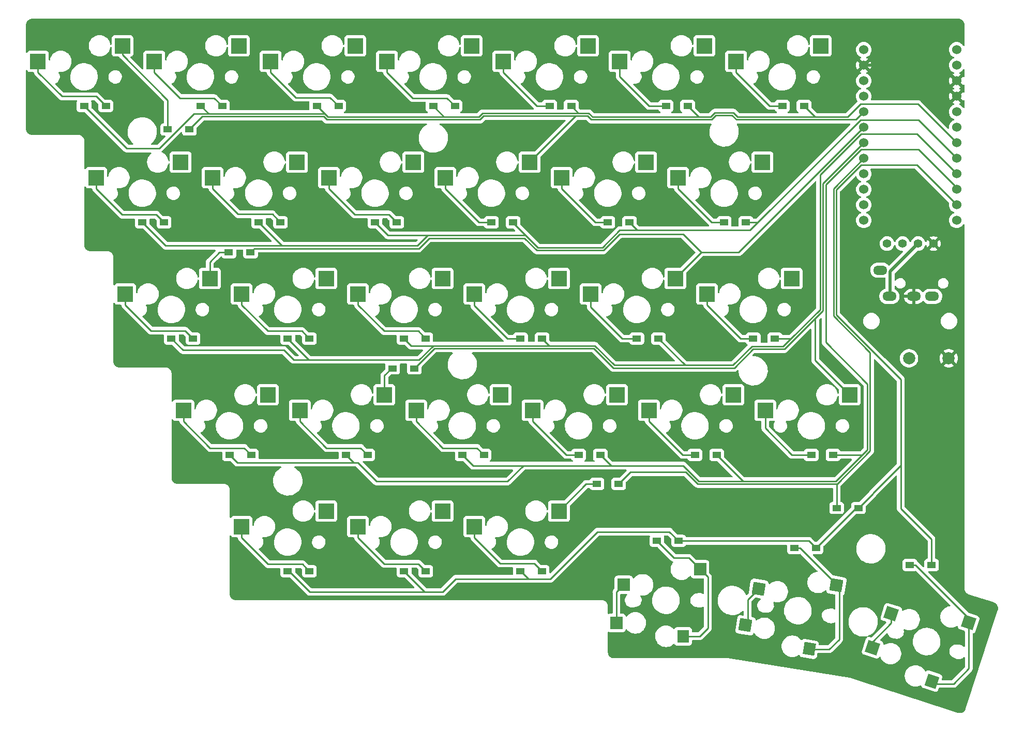
<source format=gbl>
%TF.GenerationSoftware,KiCad,Pcbnew,7.0.10*%
%TF.CreationDate,2024-02-19T14:02:23+09:00*%
%TF.ProjectId,keyball-row-staggered-left,6b657962-616c-46c2-9d72-6f772d737461,rev?*%
%TF.SameCoordinates,Original*%
%TF.FileFunction,Copper,L2,Bot*%
%TF.FilePolarity,Positive*%
%FSLAX46Y46*%
G04 Gerber Fmt 4.6, Leading zero omitted, Abs format (unit mm)*
G04 Created by KiCad (PCBNEW 7.0.10) date 2024-02-19 14:02:23*
%MOMM*%
%LPD*%
G01*
G04 APERTURE LIST*
G04 Aperture macros list*
%AMRotRect*
0 Rectangle, with rotation*
0 The origin of the aperture is its center*
0 $1 length*
0 $2 width*
0 $3 Rotation angle, in degrees counterclockwise*
0 Add horizontal line*
21,1,$1,$2,0,0,$3*%
G04 Aperture macros list end*
%TA.AperFunction,SMDPad,CuDef*%
%ADD10R,2.550000X2.500000*%
%TD*%
%TA.AperFunction,SMDPad,CuDef*%
%ADD11R,2.000000X2.000000*%
%TD*%
%TA.AperFunction,SMDPad,CuDef*%
%ADD12R,1.900000X2.000000*%
%TD*%
%TA.AperFunction,SMDPad,CuDef*%
%ADD13RotRect,2.000000X2.000000X162.000000*%
%TD*%
%TA.AperFunction,SMDPad,CuDef*%
%ADD14RotRect,1.900000X2.000000X162.000000*%
%TD*%
%TA.AperFunction,SMDPad,CuDef*%
%ADD15RotRect,2.000000X2.000000X171.000000*%
%TD*%
%TA.AperFunction,SMDPad,CuDef*%
%ADD16RotRect,1.900000X2.000000X171.000000*%
%TD*%
%TA.AperFunction,ComponentPad*%
%ADD17C,1.397000*%
%TD*%
%TA.AperFunction,ComponentPad*%
%ADD18C,2.000000*%
%TD*%
%TA.AperFunction,ComponentPad*%
%ADD19C,1.524000*%
%TD*%
%TA.AperFunction,ComponentPad*%
%ADD20O,2.300000X1.500000*%
%TD*%
%TA.AperFunction,SMDPad,CuDef*%
%ADD21R,1.400000X1.000000*%
%TD*%
%TA.AperFunction,ViaPad*%
%ADD22C,0.800000*%
%TD*%
%TA.AperFunction,Conductor*%
%ADD23C,0.250000*%
%TD*%
%TA.AperFunction,Conductor*%
%ADD24C,0.500000*%
%TD*%
G04 APERTURE END LIST*
D10*
%TO.P,SW8,1,1*%
%TO.N,Net-(D34-A)*%
X44390000Y-42545000D03*
%TO.P,SW8,2,2*%
%TO.N,Net-(D8-K)*%
X30540000Y-45085000D03*
%TD*%
%TO.P,SW26,1,1*%
%TO.N,Net-(D34-A)*%
X68202500Y-99695000D03*
%TO.P,SW26,2,2*%
%TO.N,Net-(D26-K)*%
X54352500Y-102235000D03*
%TD*%
D11*
%TO.P,SW29,1,1*%
%TO.N,COL0*%
X115725000Y-118000000D03*
X116925000Y-111760000D03*
D12*
%TO.P,SW29,2,2*%
%TO.N,Net-(D29-A)*%
X126625000Y-120200000D03*
D11*
X129425000Y-109220000D03*
%TD*%
D13*
%TO.P,SW31,1,1*%
%TO.N,COL2*%
X157659189Y-122077733D03*
X160728723Y-116513961D03*
D14*
%TO.P,SW31,2,2*%
%TO.N,Net-(D31-A)*%
X167345868Y-127538343D03*
D13*
X173401833Y-117960990D03*
%TD*%
D10*
%TO.P,SW24,1,1*%
%TO.N,COL1*%
X134877500Y-80645000D03*
%TO.P,SW24,2,2*%
%TO.N,Net-(D24-A)*%
X121027500Y-83185000D03*
%TD*%
%TO.P,SW3,1,1*%
%TO.N,Net-(D35-A)*%
X72965000Y-23495000D03*
%TO.P,SW3,2,2*%
%TO.N,Net-(D3-K)*%
X59115000Y-26035000D03*
%TD*%
D15*
%TO.P,SW30,1,1*%
%TO.N,COL1*%
X136849408Y-118387983D03*
X139010785Y-112412529D03*
D16*
%TO.P,SW30,2,2*%
%TO.N,Net-(D30-A)*%
X147271055Y-122266033D03*
D15*
X151754233Y-111859231D03*
%TD*%
D10*
%TO.P,SW10,1,1*%
%TO.N,Net-(D36-A)*%
X82490000Y-42545000D03*
%TO.P,SW10,2,2*%
%TO.N,Net-(D10-K)*%
X68640000Y-45085000D03*
%TD*%
%TO.P,SW7,1,1*%
%TO.N,COL2*%
X149165000Y-23495000D03*
%TO.P,SW7,2,2*%
%TO.N,Net-(D7-A)*%
X135315000Y-26035000D03*
%TD*%
%TO.P,SW15,1,1*%
%TO.N,Net-(D35-A)*%
X68202500Y-61595000D03*
%TO.P,SW15,2,2*%
%TO.N,Net-(D15-K)*%
X54352500Y-64135000D03*
%TD*%
%TO.P,SW12,1,1*%
%TO.N,COL1*%
X120590000Y-42545000D03*
%TO.P,SW12,2,2*%
%TO.N,Net-(D12-A)*%
X106740000Y-45085000D03*
%TD*%
%TO.P,SW28,1,1*%
%TO.N,Net-(D36-A)*%
X106302500Y-99695000D03*
%TO.P,SW28,2,2*%
%TO.N,Net-(D28-K)*%
X92452500Y-102235000D03*
%TD*%
%TO.P,SW21,1,1*%
%TO.N,Net-(D35-A)*%
X77727500Y-80645000D03*
%TO.P,SW21,2,2*%
%TO.N,Net-(D21-K)*%
X63877500Y-83185000D03*
%TD*%
%TO.P,SW2,1,1*%
%TO.N,Net-(D34-A)*%
X53915000Y-23495000D03*
%TO.P,SW2,2,2*%
%TO.N,Net-(D2-K)*%
X40065000Y-26035000D03*
%TD*%
%TO.P,SW4,1,1*%
%TO.N,Net-(D36-A)*%
X92015000Y-23495000D03*
%TO.P,SW4,2,2*%
%TO.N,Net-(D4-K)*%
X78165000Y-26035000D03*
%TD*%
%TO.P,SW25,1,1*%
%TO.N,COL2*%
X153927500Y-80645000D03*
%TO.P,SW25,2,2*%
%TO.N,Net-(D25-A)*%
X140077500Y-83185000D03*
%TD*%
%TO.P,SW9,1,1*%
%TO.N,Net-(D35-A)*%
X63440000Y-42545000D03*
%TO.P,SW9,2,2*%
%TO.N,Net-(D9-K)*%
X49590000Y-45085000D03*
%TD*%
D17*
%TO.P,OL1,1,SDA*%
%TO.N,SDA*%
X160020000Y-55880000D03*
%TO.P,OL1,2,SCL*%
%TO.N,SCL*%
X162560000Y-55880000D03*
%TO.P,OL1,3,VCC*%
%TO.N,VCC*%
X165100000Y-55880000D03*
%TO.P,OL1,4,GND*%
%TO.N,GND*%
X167640000Y-55880000D03*
%TD*%
D18*
%TO.P,SW_RESET1,1,1*%
%TO.N,RESET*%
X163628000Y-74676000D03*
%TO.P,SW_RESET1,2,2*%
%TO.N,GND*%
X170128000Y-74676000D03*
%TD*%
D10*
%TO.P,SW17,1,1*%
%TO.N,COL0*%
X106302500Y-61595000D03*
%TO.P,SW17,2,2*%
%TO.N,Net-(D17-A)*%
X92452500Y-64135000D03*
%TD*%
%TO.P,SW18,1,1*%
%TO.N,COL1*%
X125352500Y-61595000D03*
%TO.P,SW18,2,2*%
%TO.N,Net-(D18-A)*%
X111502500Y-64135000D03*
%TD*%
D19*
%TO.P,U1,1,TX0/D3*%
%TO.N,DATA_AUG*%
X171430000Y-24130000D03*
%TO.P,U1,2,RX1/D2*%
%TO.N,DATA*%
X171430000Y-26670000D03*
%TO.P,U1,3,GND*%
%TO.N,GND*%
X171430000Y-29210000D03*
%TO.P,U1,4,GND*%
X171430000Y-31750000D03*
%TO.P,U1,5,2/D1/SDA*%
%TO.N,SDA*%
X171430000Y-34290000D03*
%TO.P,U1,6,3/D0/SCL*%
%TO.N,SCL*%
X171430000Y-36830000D03*
%TO.P,U1,7,4/D4*%
%TO.N,ROW0*%
X171430000Y-39370000D03*
%TO.P,U1,8,5/C6*%
%TO.N,ROW1*%
X171430000Y-41910000D03*
%TO.P,U1,9,6/D7*%
%TO.N,ROW2*%
X171430000Y-44450000D03*
%TO.P,U1,10,7/E6*%
%TO.N,ROW3*%
X171430000Y-46990000D03*
%TO.P,U1,11,8/B4*%
%TO.N,ROW4*%
X171430000Y-49530000D03*
%TO.P,U1,12,9/B5*%
%TO.N,unconnected-(U1-9{slash}B5-Pad12)*%
X171430000Y-52070000D03*
%TO.P,U1,13,B6/10*%
%TO.N,unconnected-(U1-B6{slash}10-Pad13)*%
X156210000Y-52070000D03*
%TO.P,U1,14,B2/16*%
%TO.N,unconnected-(U1-B2{slash}16-Pad14)*%
X156210000Y-49530000D03*
%TO.P,U1,15,B3/14*%
%TO.N,unconnected-(U1-B3{slash}14-Pad15)*%
X156210000Y-46990000D03*
%TO.P,U1,16,B1/15*%
%TO.N,unconnected-(U1-B1{slash}15-Pad16)*%
X156210000Y-44450000D03*
%TO.P,U1,17,F7/A0*%
%TO.N,COL3*%
X156210000Y-41910000D03*
%TO.P,U1,18,F6/A1*%
%TO.N,COL2*%
X156210000Y-39370000D03*
%TO.P,U1,19,F5/A2*%
%TO.N,COL1*%
X156210000Y-36830000D03*
%TO.P,U1,20,F4/A3*%
%TO.N,COL0*%
X156210000Y-34290000D03*
%TO.P,U1,21,VCC*%
%TO.N,VCC*%
X156210000Y-31750000D03*
%TO.P,U1,22,RST*%
%TO.N,RESET*%
X156210000Y-29210000D03*
%TO.P,U1,23,GND*%
%TO.N,GND*%
X156210000Y-26670000D03*
%TO.P,U1,24,RAW*%
%TO.N,unconnected-(U1-RAW-Pad24)*%
X156210000Y-24130000D03*
%TD*%
D10*
%TO.P,SW5,1,1*%
%TO.N,COL0*%
X111065000Y-23495000D03*
%TO.P,SW5,2,2*%
%TO.N,Net-(D5-A)*%
X97215000Y-26035000D03*
%TD*%
%TO.P,SW22,1,1*%
%TO.N,Net-(D36-A)*%
X96777500Y-80645000D03*
%TO.P,SW22,2,2*%
%TO.N,Net-(D22-K)*%
X82927500Y-83185000D03*
%TD*%
%TO.P,SW13,1,1*%
%TO.N,COL2*%
X139640000Y-42545000D03*
%TO.P,SW13,2,2*%
%TO.N,Net-(D13-A)*%
X125790000Y-45085000D03*
%TD*%
%TO.P,SW11,1,1*%
%TO.N,COL0*%
X101540000Y-42545000D03*
%TO.P,SW11,2,2*%
%TO.N,Net-(D11-A)*%
X87690000Y-45085000D03*
%TD*%
%TO.P,SW23,1,1*%
%TO.N,COL0*%
X115827500Y-80645000D03*
%TO.P,SW23,2,2*%
%TO.N,Net-(D23-A)*%
X101977500Y-83185000D03*
%TD*%
%TO.P,SW27,1,1*%
%TO.N,Net-(D35-A)*%
X87252500Y-99695000D03*
%TO.P,SW27,2,2*%
%TO.N,Net-(D27-K)*%
X73402500Y-102235000D03*
%TD*%
D20*
%TO.P,J1,1,A*%
%TO.N,DATA_AUG*%
X158914800Y-60232400D03*
%TO.P,J1,2,B*%
%TO.N,DATA*%
X167414800Y-64532400D03*
%TO.P,J1,3,C*%
%TO.N,GND*%
X164414800Y-64532400D03*
%TO.P,J1,4,D*%
%TO.N,VCC*%
X160414800Y-64532400D03*
%TD*%
D10*
%TO.P,SW20,1,1*%
%TO.N,Net-(D34-A)*%
X58677500Y-80645000D03*
%TO.P,SW20,2,2*%
%TO.N,Net-(D20-K)*%
X44827500Y-83185000D03*
%TD*%
%TO.P,SW19,1,1*%
%TO.N,COL2*%
X144402500Y-61595000D03*
%TO.P,SW19,2,2*%
%TO.N,Net-(D19-A)*%
X130552500Y-64135000D03*
%TD*%
%TO.P,SW16,1,1*%
%TO.N,Net-(D36-A)*%
X87252500Y-61595000D03*
%TO.P,SW16,2,2*%
%TO.N,Net-(D16-K)*%
X73402500Y-64135000D03*
%TD*%
%TO.P,SW14,1,1*%
%TO.N,Net-(D34-A)*%
X49152500Y-61595000D03*
%TO.P,SW14,2,2*%
%TO.N,Net-(D14-K)*%
X35302500Y-64135000D03*
%TD*%
%TO.P,SW6,1,1*%
%TO.N,COL1*%
X130115000Y-23495000D03*
%TO.P,SW6,2,2*%
%TO.N,Net-(D6-A)*%
X116265000Y-26035000D03*
%TD*%
%TO.P,SW1,1,1*%
%TO.N,Net-(D33-A)*%
X34865000Y-23495000D03*
%TO.P,SW1,2,2*%
%TO.N,Net-(D1-K)*%
X21015000Y-26035000D03*
%TD*%
D21*
%TO.P,D14,1,K*%
%TO.N,Net-(D14-K)*%
X46412500Y-71437500D03*
%TO.P,D14,2,A*%
%TO.N,ROW2*%
X42862500Y-71437500D03*
%TD*%
%TO.P,D19,1,K*%
%TO.N,ROW2*%
X141662500Y-71437500D03*
%TO.P,D19,2,A*%
%TO.N,Net-(D19-A)*%
X138112500Y-71437500D03*
%TD*%
%TO.P,D30,1,K*%
%TO.N,ROW4*%
X148409200Y-105740200D03*
%TO.P,D30,2,A*%
%TO.N,Net-(D30-A)*%
X144859200Y-105740200D03*
%TD*%
%TO.P,D31,1,K*%
%TO.N,ROW4*%
X167295000Y-108510000D03*
%TO.P,D31,2,A*%
%TO.N,Net-(D31-A)*%
X163745000Y-108510000D03*
%TD*%
%TO.P,D23,1,K*%
%TO.N,ROW3*%
X113087500Y-90487500D03*
%TO.P,D23,2,A*%
%TO.N,Net-(D23-A)*%
X109537500Y-90487500D03*
%TD*%
%TO.P,D9,1,K*%
%TO.N,Net-(D9-K)*%
X60700000Y-52387500D03*
%TO.P,D9,2,A*%
%TO.N,ROW1*%
X57150000Y-52387500D03*
%TD*%
%TO.P,D26,1,K*%
%TO.N,Net-(D26-K)*%
X65462500Y-109537500D03*
%TO.P,D26,2,A*%
%TO.N,ROW4*%
X61912500Y-109537500D03*
%TD*%
%TO.P,D34,1,K*%
%TO.N,COL1*%
X55823200Y-57302400D03*
%TO.P,D34,2,A*%
%TO.N,Net-(D34-A)*%
X52273200Y-57302400D03*
%TD*%
%TO.P,D27,1,K*%
%TO.N,Net-(D27-K)*%
X84512500Y-109537500D03*
%TO.P,D27,2,A*%
%TO.N,ROW4*%
X80962500Y-109537500D03*
%TD*%
%TO.P,D22,1,K*%
%TO.N,Net-(D22-K)*%
X94037500Y-90487500D03*
%TO.P,D22,2,A*%
%TO.N,ROW3*%
X90487500Y-90487500D03*
%TD*%
%TO.P,D4,1,K*%
%TO.N,Net-(D4-K)*%
X89275000Y-33337500D03*
%TO.P,D4,2,A*%
%TO.N,ROW0*%
X85725000Y-33337500D03*
%TD*%
%TO.P,D21,1,K*%
%TO.N,Net-(D21-K)*%
X74987500Y-90487500D03*
%TO.P,D21,2,A*%
%TO.N,ROW3*%
X71437500Y-90487500D03*
%TD*%
%TO.P,D33,1,K*%
%TO.N,COL0*%
X45818600Y-37185600D03*
%TO.P,D33,2,A*%
%TO.N,Net-(D33-A)*%
X42268600Y-37185600D03*
%TD*%
%TO.P,D32,1,K*%
%TO.N,ROW4*%
X155343400Y-99187000D03*
%TO.P,D32,2,A*%
%TO.N,COL3*%
X151793400Y-99187000D03*
%TD*%
%TO.P,D2,1,K*%
%TO.N,Net-(D2-K)*%
X51175000Y-33337500D03*
%TO.P,D2,2,A*%
%TO.N,ROW0*%
X47625000Y-33337500D03*
%TD*%
%TO.P,D6,1,K*%
%TO.N,ROW0*%
X127375000Y-33337500D03*
%TO.P,D6,2,A*%
%TO.N,Net-(D6-A)*%
X123825000Y-33337500D03*
%TD*%
%TO.P,D15,1,K*%
%TO.N,Net-(D15-K)*%
X65462500Y-71437500D03*
%TO.P,D15,2,A*%
%TO.N,ROW2*%
X61912500Y-71437500D03*
%TD*%
%TO.P,D13,1,K*%
%TO.N,ROW1*%
X136900000Y-52387500D03*
%TO.P,D13,2,A*%
%TO.N,Net-(D13-A)*%
X133350000Y-52387500D03*
%TD*%
%TO.P,D25,1,K*%
%TO.N,ROW3*%
X151187500Y-90487500D03*
%TO.P,D25,2,A*%
%TO.N,Net-(D25-A)*%
X147637500Y-90487500D03*
%TD*%
%TO.P,D29,1,K*%
%TO.N,ROW4*%
X125904800Y-104571800D03*
%TO.P,D29,2,A*%
%TO.N,Net-(D29-A)*%
X122354800Y-104571800D03*
%TD*%
%TO.P,D11,1,K*%
%TO.N,ROW1*%
X98800000Y-52387500D03*
%TO.P,D11,2,A*%
%TO.N,Net-(D11-A)*%
X95250000Y-52387500D03*
%TD*%
%TO.P,D10,1,K*%
%TO.N,Net-(D10-K)*%
X79750000Y-52387500D03*
%TO.P,D10,2,A*%
%TO.N,ROW1*%
X76200000Y-52387500D03*
%TD*%
%TO.P,D18,1,K*%
%TO.N,ROW2*%
X122612500Y-71437500D03*
%TO.P,D18,2,A*%
%TO.N,Net-(D18-A)*%
X119062500Y-71437500D03*
%TD*%
%TO.P,D12,1,K*%
%TO.N,ROW1*%
X117850000Y-52387500D03*
%TO.P,D12,2,A*%
%TO.N,Net-(D12-A)*%
X114300000Y-52387500D03*
%TD*%
%TO.P,D5,1,K*%
%TO.N,ROW0*%
X108325000Y-33337500D03*
%TO.P,D5,2,A*%
%TO.N,Net-(D5-A)*%
X104775000Y-33337500D03*
%TD*%
%TO.P,D36,1,K*%
%TO.N,COL3*%
X116075000Y-95250000D03*
%TO.P,D36,2,A*%
%TO.N,Net-(D36-A)*%
X112525000Y-95250000D03*
%TD*%
%TO.P,D16,1,K*%
%TO.N,Net-(D16-K)*%
X84512500Y-71437500D03*
%TO.P,D16,2,A*%
%TO.N,ROW2*%
X80962500Y-71437500D03*
%TD*%
%TO.P,D3,1,K*%
%TO.N,Net-(D3-K)*%
X70225000Y-33337500D03*
%TO.P,D3,2,A*%
%TO.N,ROW0*%
X66675000Y-33337500D03*
%TD*%
%TO.P,D24,1,K*%
%TO.N,ROW3*%
X132137500Y-90487500D03*
%TO.P,D24,2,A*%
%TO.N,Net-(D24-A)*%
X128587500Y-90487500D03*
%TD*%
%TO.P,D20,1,K*%
%TO.N,Net-(D20-K)*%
X55937500Y-90487500D03*
%TO.P,D20,2,A*%
%TO.N,ROW3*%
X52387500Y-90487500D03*
%TD*%
%TO.P,D8,1,K*%
%TO.N,Net-(D8-K)*%
X41650000Y-52387500D03*
%TO.P,D8,2,A*%
%TO.N,ROW1*%
X38100000Y-52387500D03*
%TD*%
%TO.P,D17,1,K*%
%TO.N,ROW2*%
X103562500Y-71437500D03*
%TO.P,D17,2,A*%
%TO.N,Net-(D17-A)*%
X100012500Y-71437500D03*
%TD*%
%TO.P,D35,1,K*%
%TO.N,COL2*%
X82645600Y-76327000D03*
%TO.P,D35,2,A*%
%TO.N,Net-(D35-A)*%
X79095600Y-76327000D03*
%TD*%
%TO.P,D7,1,K*%
%TO.N,ROW0*%
X146425000Y-33337500D03*
%TO.P,D7,2,A*%
%TO.N,Net-(D7-A)*%
X142875000Y-33337500D03*
%TD*%
%TO.P,D1,1,K*%
%TO.N,Net-(D1-K)*%
X32125000Y-33337500D03*
%TO.P,D1,2,A*%
%TO.N,ROW0*%
X28575000Y-33337500D03*
%TD*%
%TO.P,D28,1,K*%
%TO.N,Net-(D28-K)*%
X103562500Y-109537500D03*
%TO.P,D28,2,A*%
%TO.N,ROW4*%
X100012500Y-109537500D03*
%TD*%
D22*
%TO.N,COL0*%
X111065000Y-23495000D03*
X106302500Y-61595000D03*
X115827500Y-80645000D03*
X116925000Y-111760000D03*
X101540000Y-42545000D03*
%TO.N,COL1*%
X120590000Y-42545000D03*
X139010785Y-112412529D03*
X134877500Y-80645000D03*
X125352500Y-61595000D03*
X130115000Y-23495000D03*
%TO.N,COL2*%
X139640000Y-42545000D03*
X153927500Y-80645000D03*
X160728723Y-116513961D03*
X144402500Y-61595000D03*
X149165000Y-23495000D03*
%TO.N,Net-(D36-A)*%
X96777500Y-80645000D03*
X92015000Y-23495000D03*
X87252500Y-61595000D03*
X106302500Y-99695000D03*
X82490000Y-42545000D03*
%TO.N,Net-(D34-A)*%
X49152500Y-61595000D03*
X53915000Y-23495000D03*
X44390000Y-42545000D03*
X58677500Y-80645000D03*
X68202500Y-99695000D03*
%TO.N,Net-(D35-A)*%
X63440000Y-42545000D03*
X72965000Y-23495000D03*
X68202500Y-61595000D03*
X77727500Y-80645000D03*
X87252500Y-99695000D03*
%TO.N,GND*%
X47740000Y-50180000D03*
X144810000Y-39860000D03*
X57850000Y-29710000D03*
X157470000Y-112090000D03*
X90820000Y-59630000D03*
X162730000Y-49240000D03*
X108500000Y-75220000D03*
X94300000Y-37530000D03*
X108330000Y-95630000D03*
X136670000Y-99860000D03*
X165200000Y-84030000D03*
X72070000Y-95990000D03*
X53230000Y-75040000D03*
%TD*%
D23*
%TO.N,COL0*%
X101540000Y-42545000D02*
X101540000Y-42510000D01*
X115725000Y-112960000D02*
X116925000Y-111760000D01*
X134645400Y-34874200D02*
X132029200Y-34874200D01*
X67773404Y-35070000D02*
X47934200Y-35070000D01*
X135356600Y-35585400D02*
X134645400Y-34874200D01*
X111003604Y-34970000D02*
X109080000Y-34970000D01*
X101540000Y-42510000D02*
X109080000Y-34970000D01*
X93390996Y-35585400D02*
X68288804Y-35585400D01*
X47934200Y-35070000D02*
X45818600Y-37185600D01*
X115725000Y-118000000D02*
X115725000Y-112960000D01*
X156210000Y-34290000D02*
X154914600Y-35585400D01*
X68288804Y-35585400D02*
X67773404Y-35070000D01*
X154914600Y-35585400D02*
X135356600Y-35585400D01*
X94006396Y-34970000D02*
X93390996Y-35585400D01*
X131318000Y-35585400D02*
X111619004Y-35585400D01*
X132029200Y-34874200D02*
X131318000Y-35585400D01*
X109080000Y-34970000D02*
X94006396Y-34970000D01*
X111619004Y-35585400D02*
X111003604Y-34970000D01*
%TO.N,Net-(D1-K)*%
X21015000Y-26035000D02*
X21015000Y-27828684D01*
X30562900Y-31775400D02*
X32125000Y-33337500D01*
X24961716Y-31775400D02*
X30562900Y-31775400D01*
X21015000Y-27828684D02*
X24961716Y-31775400D01*
%TO.N,COL1*%
X129590800Y-57302400D02*
X126628400Y-54340000D01*
X100663604Y-54980000D02*
X85050000Y-54980000D01*
X113596396Y-57000000D02*
X102683604Y-57000000D01*
X136849408Y-118387983D02*
X137221200Y-118016191D01*
X102683604Y-57000000D02*
X100663604Y-54980000D01*
X125352500Y-61595000D02*
X125352500Y-61540700D01*
X56445600Y-56680000D02*
X55823200Y-57302400D01*
X83350000Y-56680000D02*
X56445600Y-56680000D01*
X116256396Y-54340000D02*
X113596396Y-57000000D01*
X126628400Y-54340000D02*
X116256396Y-54340000D01*
X125352500Y-61540700D02*
X129590800Y-57302400D01*
X135737600Y-57302400D02*
X129590800Y-57302400D01*
X137221200Y-118016191D02*
X137221200Y-114202114D01*
X137221200Y-114202114D02*
X139010785Y-112412529D01*
X156210000Y-36830000D02*
X135737600Y-57302400D01*
X85050000Y-54980000D02*
X83350000Y-56680000D01*
%TO.N,Net-(D2-K)*%
X40065000Y-26035000D02*
X40065000Y-27828684D01*
X44291116Y-32054800D02*
X49892300Y-32054800D01*
X40065000Y-27828684D02*
X44291116Y-32054800D01*
X49892300Y-32054800D02*
X51175000Y-33337500D01*
%TO.N,COL2*%
X112020000Y-73060000D02*
X115200000Y-76240000D01*
X156210000Y-39370000D02*
X149530000Y-46049999D01*
X115200000Y-76240000D02*
X134996911Y-76240000D01*
X153927500Y-80645000D02*
X148252600Y-74970100D01*
X157659189Y-121104546D02*
X160728723Y-118035012D01*
X157659189Y-122077733D02*
X157659189Y-121104546D01*
X85912600Y-73060000D02*
X112020000Y-73060000D01*
X160728723Y-118035012D02*
X160728723Y-116513961D01*
X143215600Y-73167000D02*
X148252600Y-68130000D01*
X149530000Y-46049999D02*
X149530000Y-66852600D01*
X149530000Y-66852600D02*
X148252600Y-68130000D01*
X148252600Y-74970100D02*
X148252600Y-68130000D01*
X82645600Y-76327000D02*
X85912600Y-73060000D01*
X138069911Y-73167000D02*
X143215600Y-73167000D01*
X134996911Y-76240000D02*
X138069911Y-73167000D01*
%TO.N,Net-(D3-K)*%
X59115000Y-27828684D02*
X63264916Y-31978600D01*
X68866100Y-31978600D02*
X70225000Y-33337500D01*
X63264916Y-31978600D02*
X68866100Y-31978600D01*
X59115000Y-26035000D02*
X59115000Y-27828684D01*
%TO.N,COL3*%
X157251400Y-89839800D02*
X151866600Y-95224600D01*
X127083604Y-93310000D02*
X129023604Y-95250000D01*
X151249800Y-46870200D02*
X151249800Y-67746196D01*
X151841200Y-95250000D02*
X151866600Y-95224600D01*
X151249800Y-67746196D02*
X157251400Y-73747796D01*
X151793400Y-95303800D02*
X151790400Y-95300800D01*
X151866600Y-95224600D02*
X151790400Y-95300800D01*
X151793400Y-99187000D02*
X151793400Y-95303800D01*
X118015000Y-93310000D02*
X127083604Y-93310000D01*
X156210000Y-41910000D02*
X151249800Y-46870200D01*
X129023604Y-95250000D02*
X151841200Y-95250000D01*
X116075000Y-95250000D02*
X118015000Y-93310000D01*
X157251400Y-73747796D02*
X157251400Y-89839800D01*
%TO.N,Net-(D4-K)*%
X87992300Y-32054800D02*
X89275000Y-33337500D01*
X78165000Y-27828684D02*
X82391116Y-32054800D01*
X78165000Y-26035000D02*
X78165000Y-27828684D01*
X82391116Y-32054800D02*
X87992300Y-32054800D01*
%TO.N,ROW0*%
X93204600Y-35135400D02*
X93820000Y-34520000D01*
X48930000Y-34620000D02*
X46534200Y-34620000D01*
X153573349Y-35135400D02*
X155663349Y-33045400D01*
X47698700Y-33337500D02*
X47625000Y-33337500D01*
X109490000Y-34520000D02*
X111190000Y-34520000D01*
X108325000Y-33355000D02*
X109490000Y-34520000D01*
X68475200Y-35135400D02*
X87480000Y-35135400D01*
X131131604Y-35135400D02*
X131842804Y-34424200D01*
X146425000Y-33337500D02*
X146452100Y-33337500D01*
X111805400Y-35135400D02*
X129160000Y-35135400D01*
X87480000Y-35135400D02*
X93204600Y-35135400D01*
X67259200Y-34620200D02*
X67259000Y-34620000D01*
X127375000Y-33337500D02*
X127375000Y-33350400D01*
X46534200Y-34620000D02*
X40844400Y-40309800D01*
X155663349Y-33045400D02*
X165105400Y-33045400D01*
X85725000Y-33380400D02*
X87480000Y-35135400D01*
X131842804Y-34424200D02*
X134831796Y-34424200D01*
X111190000Y-34520000D02*
X111805400Y-35135400D01*
X134831796Y-34424200D02*
X135542996Y-35135400D01*
X48981200Y-34620000D02*
X47698700Y-33337500D01*
X146452100Y-33337500D02*
X148250000Y-35135400D01*
X85725000Y-33337500D02*
X85725000Y-33380400D01*
X40844400Y-40309800D02*
X35547300Y-40309800D01*
X67960000Y-34620200D02*
X68475200Y-35135400D01*
X66677300Y-33337500D02*
X67960000Y-34620200D01*
X67259000Y-34620000D02*
X48981200Y-34620000D01*
X165105400Y-33045400D02*
X171430000Y-39370000D01*
X135542996Y-35135400D02*
X148250000Y-35135400D01*
X108325000Y-33337500D02*
X108325000Y-33355000D01*
X93820000Y-34520000D02*
X109490000Y-34520000D01*
X67960000Y-34620200D02*
X67259200Y-34620200D01*
X127375000Y-33350400D02*
X129160000Y-35135400D01*
X35547300Y-40309800D02*
X28575000Y-33337500D01*
X129160000Y-35135400D02*
X131131604Y-35135400D01*
X66675000Y-33337500D02*
X66677300Y-33337500D01*
X148250000Y-35135400D02*
X153573349Y-35135400D01*
%TO.N,Net-(D5-A)*%
X97215000Y-27828684D02*
X102723816Y-33337500D01*
X102723816Y-33337500D02*
X104775000Y-33337500D01*
X97215000Y-26035000D02*
X97215000Y-27828684D01*
%TO.N,Net-(D6-A)*%
X116265000Y-28533400D02*
X121069100Y-33337500D01*
X116265000Y-26035000D02*
X116265000Y-28533400D01*
X121069100Y-33337500D02*
X123825000Y-33337500D01*
%TO.N,Net-(D7-A)*%
X142875000Y-33337500D02*
X140823816Y-33337500D01*
X140823816Y-33337500D02*
X135315000Y-27828684D01*
X135315000Y-27828684D02*
X135315000Y-26035000D01*
%TO.N,Net-(D8-K)*%
X34816916Y-51155600D02*
X40418100Y-51155600D01*
X40418100Y-51155600D02*
X41650000Y-52387500D01*
X30540000Y-45085000D02*
X30540000Y-46878684D01*
X30540000Y-46878684D02*
X34816916Y-51155600D01*
%TO.N,Net-(D9-K)*%
X53790716Y-51079400D02*
X59391900Y-51079400D01*
X59391900Y-51079400D02*
X60700000Y-52387500D01*
X49590000Y-45085000D02*
X49590000Y-46878684D01*
X49590000Y-46878684D02*
X53790716Y-51079400D01*
%TO.N,Net-(D10-K)*%
X78467300Y-51104800D02*
X79750000Y-52387500D01*
X68640000Y-45085000D02*
X68640000Y-46878684D01*
X68640000Y-46878684D02*
X72866116Y-51104800D01*
X72866116Y-51104800D02*
X78467300Y-51104800D01*
%TO.N,Net-(D11-A)*%
X87690000Y-45085000D02*
X87690000Y-46878684D01*
X87690000Y-46878684D02*
X93198816Y-52387500D01*
X93198816Y-52387500D02*
X95250000Y-52387500D01*
%TO.N,ROW1*%
X41942500Y-56230000D02*
X38100000Y-52387500D01*
X136906000Y-53695600D02*
X136900000Y-53689600D01*
X100850000Y-54530000D02*
X83150000Y-54530000D01*
X116270400Y-53689600D02*
X113410000Y-56550000D01*
X100850000Y-54530000D02*
X98800000Y-52480000D01*
X76200000Y-52420000D02*
X78310000Y-54530000D01*
X83163604Y-56230000D02*
X84863604Y-54530000D01*
X165156200Y-35636200D02*
X155676600Y-35636200D01*
X102870000Y-56550000D02*
X100850000Y-54530000D01*
X137617200Y-53695600D02*
X136906000Y-53695600D01*
X138925300Y-52387500D02*
X138966400Y-52346400D01*
X76200000Y-52387500D02*
X76200000Y-52420000D01*
X113410000Y-56550000D02*
X102870000Y-56550000D01*
X138966400Y-52346400D02*
X137617200Y-53695600D01*
X117850000Y-52387500D02*
X117850000Y-52399600D01*
X98800000Y-52480000D02*
X98800000Y-52387500D01*
X119140000Y-53689600D02*
X116270400Y-53689600D01*
X117850000Y-52399600D02*
X119140000Y-53689600D01*
X60970000Y-56230000D02*
X41942500Y-56230000D01*
X83150000Y-54530000D02*
X78310000Y-54530000D01*
X136900000Y-53689600D02*
X119140000Y-53689600D01*
X60970000Y-56230000D02*
X83163604Y-56230000D01*
X57150000Y-52387500D02*
X57150000Y-52410000D01*
X171430000Y-41910000D02*
X165156200Y-35636200D01*
X155676600Y-35636200D02*
X138966400Y-52346400D01*
X136900000Y-52387500D02*
X138925300Y-52387500D01*
X57150000Y-52410000D02*
X60970000Y-56230000D01*
%TO.N,Net-(D12-A)*%
X106740000Y-45085000D02*
X106740000Y-46878684D01*
X106740000Y-46878684D02*
X112248816Y-52387500D01*
X112248816Y-52387500D02*
X114300000Y-52387500D01*
%TO.N,Net-(D13-A)*%
X131298816Y-52387500D02*
X133350000Y-52387500D01*
X125790000Y-45085000D02*
X125790000Y-46878684D01*
X125790000Y-46878684D02*
X131298816Y-52387500D01*
%TO.N,Net-(D14-K)*%
X39528616Y-70154800D02*
X45129800Y-70154800D01*
X35302500Y-64135000D02*
X35302500Y-65928684D01*
X45129800Y-70154800D02*
X46412500Y-71437500D01*
X35302500Y-65928684D02*
X39528616Y-70154800D01*
%TO.N,Net-(D15-K)*%
X58629416Y-70205600D02*
X64230600Y-70205600D01*
X54352500Y-65928684D02*
X58629416Y-70205600D01*
X54352500Y-64135000D02*
X54352500Y-65928684D01*
X64230600Y-70205600D02*
X65462500Y-71437500D01*
%TO.N,Net-(D16-K)*%
X83280600Y-70205600D02*
X84512500Y-71437500D01*
X77679416Y-70205600D02*
X83280600Y-70205600D01*
X73402500Y-65928684D02*
X77679416Y-70205600D01*
X73402500Y-64135000D02*
X73402500Y-65928684D01*
%TO.N,Net-(D17-A)*%
X92452500Y-66061900D02*
X97828100Y-71437500D01*
X97828100Y-71437500D02*
X100012500Y-71437500D01*
X92452500Y-64135000D02*
X92452500Y-66061900D01*
%TO.N,Net-(D18-A)*%
X116674900Y-71437500D02*
X119062500Y-71437500D01*
X111502500Y-66265100D02*
X116674900Y-71437500D01*
X111502500Y-64135000D02*
X111502500Y-66265100D01*
%TO.N,ROW2*%
X61290000Y-73330000D02*
X62880000Y-74920000D01*
X104730000Y-72610000D02*
X112206396Y-72610000D01*
X80962500Y-71437500D02*
X82135000Y-72610000D01*
X42862500Y-71437500D02*
X44755000Y-73330000D01*
X164896823Y-37916823D02*
X171430000Y-44450000D01*
X137883515Y-72717000D02*
X143029204Y-72717000D01*
X144358102Y-71388102D02*
X149080000Y-66666204D01*
X155759572Y-37916823D02*
X164896823Y-37916823D01*
X126960000Y-75785000D02*
X126960000Y-75790000D01*
X144308704Y-71437500D02*
X144358102Y-71388102D01*
X103562500Y-71442500D02*
X104730000Y-72610000D01*
X141662500Y-71437500D02*
X144308704Y-71437500D01*
X115386396Y-75790000D02*
X126960000Y-75790000D01*
X44755000Y-73330000D02*
X61290000Y-73330000D01*
X83416204Y-74920000D02*
X85726204Y-72610000D01*
X65400000Y-74920000D02*
X83416204Y-74920000D01*
X112206396Y-72610000D02*
X115386396Y-75790000D01*
X86260000Y-72610000D02*
X104730000Y-72610000D01*
X65395000Y-74920000D02*
X65400000Y-74920000D01*
X61912500Y-71437500D02*
X65395000Y-74920000D01*
X103562500Y-71437500D02*
X103562500Y-71442500D01*
X126960000Y-75790000D02*
X134810515Y-75790000D01*
X149080000Y-44596395D02*
X155759572Y-37916823D01*
X134810515Y-75790000D02*
X137883515Y-72717000D01*
X62880000Y-74920000D02*
X65400000Y-74920000D01*
X85726204Y-72610000D02*
X86260000Y-72610000D01*
X149080000Y-66666204D02*
X149080000Y-44596395D01*
X143029204Y-72717000D02*
X144358102Y-71388102D01*
X82135000Y-72610000D02*
X86260000Y-72610000D01*
X122612500Y-71437500D02*
X126960000Y-75785000D01*
%TO.N,Net-(D19-A)*%
X136061316Y-71437500D02*
X138112500Y-71437500D01*
X130552500Y-65928684D02*
X136061316Y-71437500D01*
X130552500Y-64135000D02*
X130552500Y-65928684D01*
%TO.N,Net-(D20-K)*%
X54807200Y-89357200D02*
X55937500Y-90487500D01*
X44827500Y-83185000D02*
X44827500Y-84978684D01*
X44827500Y-84978684D02*
X49206016Y-89357200D01*
X49206016Y-89357200D02*
X54807200Y-89357200D01*
%TO.N,Net-(D21-K)*%
X63877500Y-83185000D02*
X63877500Y-84978684D01*
X68256016Y-89357200D02*
X73857200Y-89357200D01*
X73857200Y-89357200D02*
X74987500Y-90487500D01*
X63877500Y-84978684D02*
X68256016Y-89357200D01*
%TO.N,Net-(D22-K)*%
X87306016Y-89357200D02*
X92907200Y-89357200D01*
X92907200Y-89357200D02*
X94037500Y-90487500D01*
X82927500Y-83185000D02*
X82927500Y-84978684D01*
X82927500Y-84978684D02*
X87306016Y-89357200D01*
%TO.N,Net-(D23-A)*%
X101977500Y-83185000D02*
X101977500Y-84978684D01*
X101977500Y-84978684D02*
X107486316Y-90487500D01*
X107486316Y-90487500D02*
X109537500Y-90487500D01*
%TO.N,Net-(D24-A)*%
X121027500Y-84978684D02*
X126536316Y-90487500D01*
X126536316Y-90487500D02*
X128587500Y-90487500D01*
X121027500Y-83185000D02*
X121027500Y-84978684D01*
%TO.N,Net-(D25-A)*%
X140077500Y-86102500D02*
X144462500Y-90487500D01*
X140077500Y-83185000D02*
X140077500Y-86102500D01*
X144462500Y-90487500D02*
X147637500Y-90487500D01*
%TO.N,ROW3*%
X156801400Y-89653404D02*
X156007402Y-90447402D01*
X97890000Y-94840000D02*
X76460000Y-94840000D01*
X53660000Y-91760000D02*
X52387500Y-90487500D01*
X165196223Y-40456823D02*
X155759572Y-40456823D01*
X149980000Y-72052800D02*
X156801400Y-78874200D01*
X92250000Y-92250000D02*
X100480000Y-92250000D01*
X73380000Y-91760000D02*
X72720000Y-91760000D01*
X90487500Y-90487500D02*
X92250000Y-92250000D01*
X171430000Y-46990000D02*
X171430000Y-46690600D01*
X156007402Y-90447402D02*
X155967304Y-90487500D01*
X151654804Y-94800000D02*
X136440000Y-94800000D01*
X171430000Y-46690600D02*
X165196223Y-40456823D01*
X71437500Y-90487500D02*
X72710000Y-91760000D01*
X132137500Y-90487500D02*
X132137500Y-90497500D01*
X156007402Y-90447402D02*
X151654804Y-94800000D01*
X132137500Y-90497500D02*
X136440000Y-94800000D01*
X113087500Y-90487500D02*
X114850000Y-92250000D01*
X155967304Y-90487500D02*
X151187500Y-90487500D01*
X149980000Y-46236395D02*
X149980000Y-72052800D01*
X136440000Y-94800000D02*
X129210000Y-94800000D01*
X100480000Y-92250000D02*
X97890000Y-94840000D01*
X155759572Y-40456823D02*
X149980000Y-46236395D01*
X72710000Y-91760000D02*
X72720000Y-91760000D01*
X129210000Y-94800000D02*
X126660000Y-92250000D01*
X114850000Y-92250000D02*
X114910000Y-92250000D01*
X76460000Y-94840000D02*
X73380000Y-91760000D01*
X114910000Y-92250000D02*
X100480000Y-92250000D01*
X156801400Y-78874200D02*
X156801400Y-89653404D01*
X72720000Y-91760000D02*
X53660000Y-91760000D01*
X126660000Y-92250000D02*
X114910000Y-92250000D01*
%TO.N,Net-(D26-K)*%
X58705616Y-108381800D02*
X64306800Y-108381800D01*
X54352500Y-104028684D02*
X58705616Y-108381800D01*
X64306800Y-108381800D02*
X65462500Y-109537500D01*
X54352500Y-102235000D02*
X54352500Y-104028684D01*
%TO.N,Net-(D27-K)*%
X73402500Y-102235000D02*
X73402500Y-104028684D01*
X83306000Y-108331000D02*
X84512500Y-109537500D01*
X77704816Y-108331000D02*
X83306000Y-108331000D01*
X73402500Y-104028684D02*
X77704816Y-108331000D01*
%TO.N,Net-(D28-K)*%
X102305200Y-108280200D02*
X103562500Y-109537500D01*
X92452500Y-104028684D02*
X96704016Y-108280200D01*
X96704016Y-108280200D02*
X102305200Y-108280200D01*
X92452500Y-102235000D02*
X92452500Y-104028684D01*
%TO.N,Net-(D29-A)*%
X129355000Y-120200000D02*
X126625000Y-120200000D01*
X127550000Y-107345000D02*
X129425000Y-109220000D01*
X129425000Y-109220000D02*
X130700000Y-110495000D01*
X122354800Y-104571800D02*
X125128000Y-107345000D01*
X125128000Y-107345000D02*
X127550000Y-107345000D01*
X130700000Y-118855000D02*
X129355000Y-120200000D01*
X130700000Y-110495000D02*
X130700000Y-118855000D01*
%TO.N,Net-(D30-A)*%
X151754233Y-111859231D02*
X152185777Y-112290775D01*
X151754233Y-111685233D02*
X151754233Y-111859231D01*
X152185777Y-112290775D02*
X152185777Y-120691272D01*
X152185777Y-120691272D02*
X150564775Y-122312274D01*
X147317296Y-122312274D02*
X147271055Y-122266033D01*
X144859200Y-105740200D02*
X145809200Y-105740200D01*
X145809200Y-105740200D02*
X151754233Y-111685233D01*
X150564775Y-122312274D02*
X147317296Y-122312274D01*
%TO.N,Net-(D31-A)*%
X173401833Y-117960990D02*
X173401833Y-125493703D01*
X170894680Y-128000856D02*
X167808381Y-128000856D01*
X167808381Y-128000856D02*
X167345868Y-127538343D01*
X173401833Y-117216833D02*
X173401833Y-117960990D01*
X163745000Y-108510000D02*
X164695000Y-108510000D01*
X164695000Y-108510000D02*
X173401833Y-117216833D01*
X173401833Y-125493703D02*
X170894680Y-128000856D01*
%TO.N,Net-(D36-A)*%
X112525000Y-95250000D02*
X110747500Y-95250000D01*
X110747500Y-95250000D02*
X106302500Y-99695000D01*
%TO.N,ROW4*%
X147240800Y-104571800D02*
X148409200Y-105740200D01*
X124406200Y-103073200D02*
X112623600Y-103073200D01*
X167295000Y-108510000D02*
X167295000Y-104295000D01*
X164896823Y-42996823D02*
X155759572Y-42996823D01*
X171430000Y-49530000D02*
X164896823Y-42996823D01*
X87250000Y-112930000D02*
X89385200Y-110794800D01*
X112623600Y-103073200D02*
X104902000Y-110794800D01*
X101300000Y-110794800D02*
X104902000Y-110794800D01*
X65505000Y-112930000D02*
X84550000Y-112930000D01*
X154962400Y-99187000D02*
X148409200Y-105740200D01*
X61912500Y-109537500D02*
X62112500Y-109537500D01*
X151699800Y-47056595D02*
X151699800Y-67559800D01*
X84355000Y-112930000D02*
X84550000Y-112930000D01*
X80962500Y-109537500D02*
X84355000Y-112930000D01*
X125904800Y-104571800D02*
X124406200Y-103073200D01*
X155759572Y-42996823D02*
X151699800Y-47056595D01*
X155343400Y-99187000D02*
X157701400Y-96829000D01*
X100012500Y-109537500D02*
X100042700Y-109537500D01*
X167295000Y-104295000D02*
X162270000Y-99270000D01*
X162270000Y-92181400D02*
X157701400Y-96750000D01*
X84550000Y-112930000D02*
X87250000Y-112930000D01*
X157701400Y-96829000D02*
X157701400Y-96750000D01*
X89385200Y-110794800D02*
X101300000Y-110794800D01*
X155343400Y-99187000D02*
X154962400Y-99187000D01*
X125904800Y-104571800D02*
X147240800Y-104571800D01*
X62112500Y-109537500D02*
X65505000Y-112930000D01*
X162270000Y-99270000D02*
X162270000Y-92181400D01*
X100042700Y-109537500D02*
X101300000Y-110794800D01*
X157871400Y-96580000D02*
X157701400Y-96750000D01*
X151699800Y-67559800D02*
X162270000Y-78130000D01*
X162270000Y-78130000D02*
X162270000Y-92181400D01*
%TO.N,Net-(D33-A)*%
X42268600Y-32398600D02*
X42268600Y-37185600D01*
X34865000Y-24995000D02*
X42268600Y-32398600D01*
X34865000Y-23495000D02*
X34865000Y-24995000D01*
%TO.N,Net-(D34-A)*%
X50723800Y-57302400D02*
X49152500Y-58873700D01*
X52273200Y-57302400D02*
X50723800Y-57302400D01*
X49152500Y-58873700D02*
X49152500Y-61595000D01*
%TO.N,Net-(D35-A)*%
X78895600Y-76327000D02*
X77727500Y-77495100D01*
X77727500Y-77495100D02*
X77727500Y-80645000D01*
X79095600Y-76327000D02*
X78895600Y-76327000D01*
D24*
%TO.N,GND*%
X156210000Y-26670000D02*
X168890000Y-26670000D01*
X167640000Y-55880000D02*
X164414800Y-59105200D01*
X164414800Y-59105200D02*
X164414800Y-64532400D01*
X168890000Y-26670000D02*
X171430000Y-29210000D01*
%TO.N,VCC*%
X160514800Y-60465200D02*
X165100000Y-55880000D01*
X160414800Y-64532400D02*
X160514800Y-64432400D01*
X160514800Y-64432400D02*
X160514800Y-60465200D01*
%TD*%
%TA.AperFunction,Conductor*%
%TO.N,GND*%
G36*
X164653410Y-43642008D02*
G01*
X164674052Y-43658642D01*
X170161613Y-49146203D01*
X170195098Y-49207526D01*
X170193707Y-49265976D01*
X170181931Y-49309926D01*
X170181930Y-49309933D01*
X170162677Y-49529997D01*
X170162677Y-49530002D01*
X170181929Y-49750062D01*
X170181930Y-49750070D01*
X170239104Y-49963445D01*
X170239105Y-49963447D01*
X170239106Y-49963450D01*
X170332083Y-50162841D01*
X170332466Y-50163662D01*
X170332468Y-50163666D01*
X170459170Y-50344615D01*
X170459175Y-50344621D01*
X170615378Y-50500824D01*
X170615384Y-50500829D01*
X170796333Y-50627531D01*
X170796335Y-50627532D01*
X170796338Y-50627534D01*
X170859312Y-50656899D01*
X170925189Y-50687618D01*
X170977628Y-50733790D01*
X170996780Y-50800984D01*
X170976564Y-50867865D01*
X170925189Y-50912382D01*
X170796340Y-50972465D01*
X170796338Y-50972466D01*
X170615377Y-51099175D01*
X170459175Y-51255377D01*
X170332466Y-51436338D01*
X170332465Y-51436340D01*
X170239107Y-51636548D01*
X170239104Y-51636554D01*
X170181930Y-51849929D01*
X170181929Y-51849937D01*
X170162677Y-52069997D01*
X170162677Y-52070002D01*
X170181929Y-52290062D01*
X170181930Y-52290070D01*
X170239104Y-52503445D01*
X170239105Y-52503447D01*
X170239106Y-52503450D01*
X170318890Y-52674547D01*
X170332466Y-52703662D01*
X170332468Y-52703666D01*
X170459170Y-52884615D01*
X170459175Y-52884621D01*
X170615378Y-53040824D01*
X170615384Y-53040829D01*
X170796333Y-53167531D01*
X170796335Y-53167532D01*
X170796338Y-53167534D01*
X170996550Y-53260894D01*
X171209932Y-53318070D01*
X171361121Y-53331297D01*
X171429998Y-53337323D01*
X171430000Y-53337323D01*
X171430002Y-53337323D01*
X171498879Y-53331297D01*
X171650068Y-53318070D01*
X171863450Y-53260894D01*
X172063662Y-53167534D01*
X172244620Y-53040826D01*
X172400826Y-52884620D01*
X172492525Y-52753659D01*
X172547102Y-52710035D01*
X172616600Y-52702841D01*
X172678955Y-52734364D01*
X172714369Y-52794593D01*
X172718100Y-52824783D01*
X172718100Y-112313544D01*
X172718028Y-112313789D01*
X172718038Y-112455016D01*
X172718038Y-112455021D01*
X172718039Y-112455022D01*
X172720554Y-112468878D01*
X172750208Y-112632226D01*
X172813500Y-112800837D01*
X172905874Y-112955425D01*
X172905880Y-112955435D01*
X173004498Y-113068301D01*
X173024250Y-113090908D01*
X173024380Y-113091056D01*
X173165190Y-113203341D01*
X173323786Y-113288679D01*
X173395371Y-113311936D01*
X173395378Y-113311939D01*
X173409333Y-113316473D01*
X173409334Y-113316474D01*
X177520489Y-114652272D01*
X177530612Y-114656057D01*
X177567433Y-114671686D01*
X177568589Y-114672184D01*
X177683828Y-114722577D01*
X177701678Y-114732192D01*
X177758393Y-114769023D01*
X177761758Y-114771287D01*
X177839457Y-114825439D01*
X177853104Y-114836465D01*
X177906643Y-114886390D01*
X177911397Y-114891072D01*
X177973301Y-114955457D01*
X177982940Y-114966768D01*
X178007216Y-114998983D01*
X178027998Y-115026562D01*
X178028117Y-115026719D01*
X178033517Y-115034485D01*
X178045818Y-115053700D01*
X178080743Y-115108260D01*
X178086793Y-115118819D01*
X178121102Y-115186157D01*
X178126087Y-115197257D01*
X178158008Y-115278817D01*
X178161119Y-115287758D01*
X178183062Y-115359535D01*
X178186549Y-115373990D01*
X178202241Y-115461869D01*
X178203248Y-115468556D01*
X178212162Y-115541163D01*
X178213062Y-115558711D01*
X178211200Y-115653394D01*
X178211054Y-115657447D01*
X178207514Y-115724981D01*
X178204802Y-115745068D01*
X178178121Y-115866656D01*
X178177824Y-115867976D01*
X178168510Y-115908313D01*
X178165620Y-115918733D01*
X172915748Y-132076186D01*
X172911959Y-132086319D01*
X172896440Y-132122879D01*
X172895907Y-132124117D01*
X172845395Y-132239607D01*
X172835781Y-132257454D01*
X172799234Y-132313731D01*
X172796969Y-132317096D01*
X172742509Y-132395236D01*
X172731467Y-132408903D01*
X172681835Y-132462127D01*
X172677090Y-132466945D01*
X172612468Y-132529078D01*
X172601150Y-132538723D01*
X172541436Y-132583721D01*
X172533665Y-132589124D01*
X172459636Y-132636514D01*
X172449077Y-132642565D01*
X172381976Y-132676755D01*
X172370874Y-132681741D01*
X172289030Y-132713773D01*
X172280090Y-132716884D01*
X172208584Y-132738745D01*
X172194130Y-132742232D01*
X172105883Y-132757991D01*
X172099194Y-132758998D01*
X172026947Y-132767868D01*
X172009401Y-132768768D01*
X171914193Y-132766897D01*
X171910141Y-132766751D01*
X171843115Y-132763239D01*
X171823026Y-132760527D01*
X171700189Y-132733573D01*
X171698871Y-132733277D01*
X171659854Y-132724269D01*
X171649431Y-132721378D01*
X153938951Y-126966893D01*
X153936250Y-126965952D01*
X153933467Y-126965568D01*
X133945881Y-123799854D01*
X133943567Y-123799451D01*
X133940991Y-123799500D01*
X115330412Y-123799500D01*
X115319604Y-123799028D01*
X115280220Y-123795582D01*
X115278874Y-123795457D01*
X115153241Y-123783083D01*
X115133303Y-123779455D01*
X115068620Y-123762124D01*
X115064717Y-123761010D01*
X114973441Y-123733322D01*
X114957030Y-123727042D01*
X114891149Y-123696320D01*
X114885102Y-123693297D01*
X114805947Y-123650988D01*
X114793280Y-123643207D01*
X114763982Y-123622692D01*
X114732109Y-123600374D01*
X114724570Y-123594654D01*
X114656542Y-123538826D01*
X114647525Y-123530653D01*
X114594344Y-123477472D01*
X114586171Y-123468455D01*
X114530343Y-123400427D01*
X114524623Y-123392887D01*
X114481789Y-123331715D01*
X114474011Y-123319055D01*
X114431690Y-123239878D01*
X114428682Y-123233860D01*
X114426378Y-123228920D01*
X114397953Y-123167961D01*
X114391678Y-123151561D01*
X114363994Y-123060298D01*
X114362882Y-123056404D01*
X114345541Y-122991686D01*
X114341916Y-122971760D01*
X114329536Y-122846073D01*
X114329433Y-122844961D01*
X114325971Y-122805382D01*
X114325499Y-122794576D01*
X114325499Y-119563768D01*
X114345184Y-119496729D01*
X114397988Y-119450974D01*
X114467146Y-119441030D01*
X114492825Y-119447583D01*
X114617517Y-119494091D01*
X114677127Y-119500500D01*
X116772872Y-119500499D01*
X116832483Y-119494091D01*
X116967331Y-119443796D01*
X117082546Y-119357546D01*
X117168796Y-119242331D01*
X117219091Y-119107483D01*
X117219091Y-119107481D01*
X117221080Y-119102149D01*
X117262950Y-119046215D01*
X117328414Y-119021797D01*
X117396688Y-119036648D01*
X117439714Y-119075627D01*
X117447531Y-119087092D01*
X117452567Y-119094479D01*
X117631014Y-119286801D01*
X117631018Y-119286804D01*
X117631019Y-119286805D01*
X117836143Y-119450386D01*
X118063357Y-119581568D01*
X118307584Y-119677420D01*
X118563370Y-119735802D01*
X118563376Y-119735802D01*
X118563379Y-119735803D01*
X118759484Y-119750499D01*
X118759503Y-119750499D01*
X118759506Y-119750500D01*
X118759508Y-119750500D01*
X118890492Y-119750500D01*
X118890494Y-119750500D01*
X118890496Y-119750499D01*
X118890515Y-119750499D01*
X119086620Y-119735803D01*
X119086622Y-119735802D01*
X119086630Y-119735802D01*
X119342416Y-119677420D01*
X119586643Y-119581568D01*
X119813857Y-119450386D01*
X120018981Y-119286805D01*
X120197433Y-119094479D01*
X120345228Y-118877704D01*
X120362204Y-118842454D01*
X120404018Y-118755625D01*
X120459063Y-118641323D01*
X120536396Y-118390615D01*
X120575500Y-118131182D01*
X120575500Y-117868818D01*
X120536396Y-117609385D01*
X120459063Y-117358677D01*
X120426646Y-117291362D01*
X120345232Y-117122303D01*
X120345231Y-117122302D01*
X120345230Y-117122301D01*
X120345228Y-117122296D01*
X120197433Y-116905521D01*
X120131797Y-116834782D01*
X120018985Y-116713198D01*
X119942462Y-116652173D01*
X119813857Y-116549614D01*
X119586643Y-116418432D01*
X119342416Y-116322580D01*
X119342411Y-116322578D01*
X119342402Y-116322576D01*
X119087931Y-116264495D01*
X119086630Y-116264198D01*
X119086629Y-116264197D01*
X119086625Y-116264197D01*
X119086620Y-116264196D01*
X118890515Y-116249500D01*
X118890494Y-116249500D01*
X118759506Y-116249500D01*
X118759484Y-116249500D01*
X118563379Y-116264196D01*
X118563374Y-116264197D01*
X118307597Y-116322576D01*
X118307578Y-116322582D01*
X118063356Y-116418432D01*
X117836143Y-116549614D01*
X117631014Y-116713198D01*
X117452565Y-116905523D01*
X117439714Y-116924372D01*
X117385684Y-116968673D01*
X117316281Y-116976730D01*
X117253539Y-116945986D01*
X117221080Y-116897850D01*
X117168798Y-116757673D01*
X117168793Y-116757664D01*
X117082547Y-116642455D01*
X117082544Y-116642452D01*
X116967335Y-116556206D01*
X116967328Y-116556202D01*
X116832482Y-116505908D01*
X116832483Y-116505908D01*
X116772883Y-116499501D01*
X116772881Y-116499500D01*
X116772873Y-116499500D01*
X116772865Y-116499500D01*
X116474500Y-116499500D01*
X116407461Y-116479815D01*
X116361706Y-116427011D01*
X116350500Y-116375500D01*
X116350500Y-113384499D01*
X116370185Y-113317460D01*
X116422989Y-113271705D01*
X116474500Y-113260499D01*
X117367324Y-113260499D01*
X117434363Y-113280184D01*
X117480118Y-113332988D01*
X117490062Y-113402146D01*
X117461037Y-113465702D01*
X117458961Y-113468037D01*
X117362876Y-113573437D01*
X117362874Y-113573439D01*
X117245754Y-113762595D01*
X117245752Y-113762601D01*
X117244728Y-113765244D01*
X117165382Y-113970060D01*
X117124500Y-114188757D01*
X117124500Y-114411243D01*
X117165382Y-114629940D01*
X117237814Y-114816907D01*
X117245752Y-114837398D01*
X117245754Y-114837404D01*
X117362874Y-115026560D01*
X117362876Y-115026562D01*
X117512761Y-115190979D01*
X117690308Y-115325056D01*
X117690316Y-115325061D01*
X117889461Y-115424224D01*
X117889465Y-115424225D01*
X117889472Y-115424229D01*
X118103464Y-115485115D01*
X118269497Y-115500500D01*
X118269501Y-115500500D01*
X118380499Y-115500500D01*
X118380503Y-115500500D01*
X118546536Y-115485115D01*
X118760528Y-115424229D01*
X118790146Y-115409480D01*
X118833623Y-115397043D01*
X118954218Y-115385528D01*
X119155875Y-115326316D01*
X119342682Y-115230011D01*
X119507886Y-115100092D01*
X119645519Y-114941256D01*
X119677263Y-114886275D01*
X119748383Y-114763091D01*
X119750604Y-114759244D01*
X119819344Y-114560633D01*
X119845980Y-114375373D01*
X121570723Y-114375373D01*
X121600881Y-114675160D01*
X121600882Y-114675162D01*
X121670728Y-114968252D01*
X121670733Y-114968266D01*
X121779020Y-115249427D01*
X121779024Y-115249436D01*
X121923825Y-115513665D01*
X121923829Y-115513671D01*
X122086680Y-115734694D01*
X122102554Y-115756238D01*
X122312020Y-115972824D01*
X122354110Y-116006062D01*
X122548478Y-116159553D01*
X122548480Y-116159554D01*
X122548485Y-116159558D01*
X122807730Y-116313109D01*
X123085128Y-116430736D01*
X123375729Y-116510340D01*
X123674347Y-116550500D01*
X123674351Y-116550500D01*
X123900252Y-116550500D01*
X124064164Y-116539526D01*
X124125634Y-116535412D01*
X124420903Y-116475396D01*
X124705537Y-116376560D01*
X124974459Y-116240668D01*
X125222869Y-116070144D01*
X125446333Y-115868032D01*
X125640865Y-115637939D01*
X125802993Y-115383970D01*
X125929823Y-115110658D01*
X126019093Y-114822879D01*
X126069209Y-114525770D01*
X126079277Y-114224631D01*
X126049118Y-113924838D01*
X125979269Y-113631739D01*
X125870977Y-113350566D01*
X125726175Y-113086335D01*
X125705267Y-113057959D01*
X125634645Y-112962109D01*
X125547446Y-112843762D01*
X125337980Y-112627176D01*
X125249837Y-112557570D01*
X125101521Y-112440446D01*
X125101517Y-112440443D01*
X125101515Y-112440442D01*
X124842270Y-112286891D01*
X124564872Y-112169264D01*
X124564863Y-112169261D01*
X124274272Y-112089660D01*
X124199616Y-112079620D01*
X123975653Y-112049500D01*
X123749756Y-112049500D01*
X123749748Y-112049500D01*
X123524368Y-112064587D01*
X123524359Y-112064589D01*
X123229094Y-112124604D01*
X122944464Y-112223439D01*
X122944459Y-112223441D01*
X122675546Y-112359328D01*
X122427125Y-112529860D01*
X122203665Y-112731969D01*
X122009132Y-112962064D01*
X121847006Y-113216030D01*
X121847005Y-113216032D01*
X121720181Y-113489333D01*
X121720177Y-113489342D01*
X121710418Y-113520801D01*
X121630907Y-113777118D01*
X121584361Y-114053068D01*
X121580791Y-114074230D01*
X121574227Y-114270578D01*
X121570723Y-114375373D01*
X119845980Y-114375373D01*
X119849254Y-114352602D01*
X119839254Y-114142670D01*
X119789704Y-113938424D01*
X119783500Y-113924839D01*
X119702401Y-113747256D01*
X119702395Y-113747246D01*
X119697309Y-113740104D01*
X119675073Y-113708877D01*
X119663715Y-113692926D01*
X119640863Y-113626899D01*
X119657336Y-113558999D01*
X119707904Y-113510784D01*
X119773989Y-113497347D01*
X119827264Y-113501339D01*
X119949486Y-113510499D01*
X119949502Y-113510499D01*
X119949506Y-113510500D01*
X119949508Y-113510500D01*
X120080492Y-113510500D01*
X120080494Y-113510500D01*
X120080496Y-113510499D01*
X120080515Y-113510499D01*
X120276620Y-113495803D01*
X120276622Y-113495802D01*
X120276630Y-113495802D01*
X120532416Y-113437420D01*
X120776643Y-113341568D01*
X121003857Y-113210386D01*
X121208981Y-113046805D01*
X121227267Y-113027098D01*
X121256731Y-112995343D01*
X121387433Y-112854479D01*
X121535228Y-112637704D01*
X121649063Y-112401323D01*
X121726396Y-112150615D01*
X121765500Y-111891182D01*
X121765500Y-111628818D01*
X121726396Y-111369385D01*
X121649063Y-111118677D01*
X121632822Y-111084952D01*
X121535232Y-110882303D01*
X121535231Y-110882302D01*
X121535230Y-110882301D01*
X121535228Y-110882296D01*
X121387433Y-110665521D01*
X121305982Y-110577737D01*
X121208985Y-110473198D01*
X121120276Y-110402455D01*
X121003857Y-110309614D01*
X120776643Y-110178432D01*
X120532416Y-110082580D01*
X120532411Y-110082578D01*
X120532402Y-110082576D01*
X120292030Y-110027713D01*
X120276630Y-110024198D01*
X120276629Y-110024197D01*
X120276625Y-110024197D01*
X120276620Y-110024196D01*
X120080515Y-110009500D01*
X120080494Y-110009500D01*
X119949506Y-110009500D01*
X119949484Y-110009500D01*
X119753379Y-110024196D01*
X119753374Y-110024197D01*
X119497597Y-110082576D01*
X119497578Y-110082582D01*
X119253356Y-110178432D01*
X119026143Y-110309614D01*
X118821014Y-110473198D01*
X118642563Y-110665525D01*
X118636177Y-110674892D01*
X118582147Y-110719192D01*
X118512743Y-110727249D01*
X118450001Y-110696504D01*
X118417544Y-110648370D01*
X118368797Y-110517671D01*
X118368793Y-110517664D01*
X118282547Y-110402455D01*
X118282544Y-110402452D01*
X118167335Y-110316206D01*
X118167328Y-110316202D01*
X118032482Y-110265908D01*
X118032483Y-110265908D01*
X117972883Y-110259501D01*
X117972881Y-110259500D01*
X117972873Y-110259500D01*
X117972864Y-110259500D01*
X115877129Y-110259500D01*
X115877123Y-110259501D01*
X115817516Y-110265908D01*
X115682671Y-110316202D01*
X115682664Y-110316206D01*
X115567455Y-110402452D01*
X115567452Y-110402455D01*
X115481206Y-110517664D01*
X115481202Y-110517671D01*
X115430908Y-110652517D01*
X115424501Y-110712116D01*
X115424500Y-110712135D01*
X115424500Y-112324546D01*
X115404815Y-112391585D01*
X115388180Y-112412228D01*
X115341207Y-112459200D01*
X115328951Y-112469020D01*
X115329134Y-112469241D01*
X115323122Y-112474214D01*
X115277098Y-112523223D01*
X115274391Y-112526016D01*
X115254889Y-112545517D01*
X115254875Y-112545534D01*
X115252407Y-112548715D01*
X115244843Y-112557570D01*
X115214937Y-112589418D01*
X115214936Y-112589420D01*
X115205284Y-112606976D01*
X115194610Y-112623226D01*
X115182329Y-112639061D01*
X115182324Y-112639068D01*
X115164975Y-112679158D01*
X115159838Y-112689644D01*
X115138803Y-112727906D01*
X115133822Y-112747307D01*
X115127521Y-112765710D01*
X115119562Y-112784102D01*
X115119561Y-112784105D01*
X115112728Y-112827243D01*
X115110360Y-112838674D01*
X115099501Y-112880971D01*
X115099500Y-112880982D01*
X115099500Y-112901016D01*
X115097973Y-112920415D01*
X115094840Y-112940194D01*
X115094840Y-112940195D01*
X115098950Y-112983674D01*
X115099500Y-112995343D01*
X115099500Y-116375500D01*
X115079815Y-116442539D01*
X115027011Y-116488294D01*
X114975500Y-116499500D01*
X114677130Y-116499500D01*
X114677123Y-116499501D01*
X114617516Y-116505908D01*
X114492832Y-116552413D01*
X114423140Y-116557397D01*
X114361817Y-116523912D01*
X114328333Y-116462588D01*
X114325499Y-116436231D01*
X114325499Y-115326363D01*
X114325501Y-115326356D01*
X114325501Y-115187468D01*
X114325500Y-115187463D01*
X114319980Y-115156156D01*
X114295101Y-115015061D01*
X114235225Y-114850554D01*
X114147693Y-114698943D01*
X114130151Y-114678038D01*
X114035164Y-114564837D01*
X114035163Y-114564836D01*
X113911659Y-114461204D01*
X113901054Y-114452305D01*
X113749448Y-114364776D01*
X113749445Y-114364775D01*
X113749444Y-114364774D01*
X113715991Y-114352598D01*
X113584936Y-114304897D01*
X113412534Y-114274499D01*
X113412532Y-114274499D01*
X113325098Y-114274499D01*
X53417412Y-114274499D01*
X53406605Y-114274027D01*
X53397988Y-114273273D01*
X53367187Y-114270578D01*
X53365842Y-114270453D01*
X53240251Y-114258084D01*
X53220312Y-114254456D01*
X53155563Y-114237107D01*
X53151661Y-114235993D01*
X53060449Y-114208324D01*
X53044039Y-114202045D01*
X52978115Y-114171304D01*
X52972067Y-114168280D01*
X52892972Y-114126003D01*
X52880300Y-114118219D01*
X52819080Y-114075351D01*
X52811541Y-114069631D01*
X52743555Y-114013837D01*
X52734538Y-114005664D01*
X52681334Y-113952460D01*
X52673161Y-113943443D01*
X52671557Y-113941489D01*
X52617362Y-113875451D01*
X52611641Y-113867910D01*
X52568780Y-113806698D01*
X52560997Y-113794028D01*
X52518716Y-113714925D01*
X52515692Y-113708877D01*
X52484952Y-113642956D01*
X52478675Y-113626551D01*
X52451002Y-113535324D01*
X52449890Y-113531430D01*
X52447479Y-113522433D01*
X52432542Y-113466688D01*
X52428915Y-113446752D01*
X52416525Y-113320954D01*
X52416462Y-113320278D01*
X52412969Y-113280355D01*
X52412499Y-113269563D01*
X52412499Y-103804396D01*
X52432184Y-103737357D01*
X52484988Y-103691602D01*
X52554146Y-103681658D01*
X52617702Y-103710683D01*
X52635764Y-103730083D01*
X52719954Y-103842546D01*
X52747829Y-103863413D01*
X52835164Y-103928793D01*
X52835171Y-103928797D01*
X52878006Y-103944773D01*
X52970017Y-103979091D01*
X53029627Y-103985500D01*
X53605169Y-103985499D01*
X53672208Y-104005183D01*
X53717963Y-104057987D01*
X53729108Y-104105601D01*
X53729790Y-104127308D01*
X53729791Y-104127311D01*
X53735380Y-104146551D01*
X53739324Y-104165595D01*
X53740933Y-104178330D01*
X53741836Y-104185476D01*
X53757914Y-104226087D01*
X53761697Y-104237136D01*
X53767076Y-104255651D01*
X53773882Y-104279074D01*
X53778654Y-104287144D01*
X53784080Y-104296318D01*
X53792636Y-104313784D01*
X53793269Y-104315381D01*
X53800014Y-104332416D01*
X53825681Y-104367744D01*
X53832093Y-104377505D01*
X53854328Y-104415101D01*
X53854333Y-104415108D01*
X53868490Y-104429264D01*
X53881128Y-104444060D01*
X53892905Y-104460270D01*
X53892906Y-104460271D01*
X53926557Y-104488109D01*
X53935198Y-104495972D01*
X58204810Y-108765584D01*
X58214635Y-108777848D01*
X58214856Y-108777666D01*
X58219826Y-108783674D01*
X58268855Y-108829715D01*
X58271652Y-108832426D01*
X58291146Y-108851920D01*
X58294311Y-108854375D01*
X58303187Y-108861956D01*
X58335034Y-108891862D01*
X58352589Y-108901513D01*
X58368847Y-108912192D01*
X58384680Y-108924474D01*
X58412329Y-108936438D01*
X58424771Y-108941822D01*
X58435251Y-108946955D01*
X58473524Y-108967997D01*
X58492928Y-108972979D01*
X58511326Y-108979278D01*
X58529721Y-108987238D01*
X58572870Y-108994071D01*
X58584296Y-108996438D01*
X58626597Y-109007300D01*
X58646632Y-109007300D01*
X58666029Y-109008826D01*
X58685812Y-109011960D01*
X58729291Y-109007850D01*
X58740960Y-109007300D01*
X60588000Y-109007300D01*
X60655039Y-109026985D01*
X60700794Y-109079789D01*
X60712000Y-109131300D01*
X60712000Y-110085370D01*
X60712001Y-110085376D01*
X60718408Y-110144983D01*
X60768702Y-110279828D01*
X60768706Y-110279835D01*
X60854952Y-110395044D01*
X60854955Y-110395047D01*
X60970164Y-110481293D01*
X60970171Y-110481297D01*
X61105017Y-110531591D01*
X61105016Y-110531591D01*
X61111944Y-110532335D01*
X61164627Y-110538000D01*
X62177047Y-110537999D01*
X62244086Y-110557683D01*
X62264728Y-110574318D01*
X65004194Y-113313784D01*
X65014019Y-113326048D01*
X65014240Y-113325866D01*
X65019210Y-113331874D01*
X65068239Y-113377915D01*
X65071036Y-113380626D01*
X65090530Y-113400120D01*
X65093695Y-113402575D01*
X65102571Y-113410156D01*
X65134418Y-113440062D01*
X65134422Y-113440064D01*
X65151973Y-113449713D01*
X65168231Y-113460392D01*
X65184064Y-113472674D01*
X65219410Y-113487968D01*
X65224155Y-113490022D01*
X65234635Y-113495155D01*
X65272908Y-113516197D01*
X65292312Y-113521179D01*
X65310710Y-113527478D01*
X65329105Y-113535438D01*
X65372254Y-113542271D01*
X65383680Y-113544638D01*
X65425981Y-113555500D01*
X65446016Y-113555500D01*
X65465413Y-113557026D01*
X65485196Y-113560160D01*
X65528675Y-113556050D01*
X65540344Y-113555500D01*
X84275981Y-113555500D01*
X84296016Y-113555500D01*
X84315413Y-113557026D01*
X84335196Y-113560160D01*
X84378675Y-113556050D01*
X84390344Y-113555500D01*
X84470981Y-113555500D01*
X87167257Y-113555500D01*
X87182877Y-113557224D01*
X87182904Y-113556939D01*
X87190660Y-113557671D01*
X87190667Y-113557673D01*
X87257873Y-113555561D01*
X87261768Y-113555500D01*
X87289346Y-113555500D01*
X87289350Y-113555500D01*
X87293324Y-113554997D01*
X87304963Y-113554080D01*
X87348627Y-113552709D01*
X87367869Y-113547117D01*
X87386912Y-113543174D01*
X87406792Y-113540664D01*
X87447401Y-113524585D01*
X87458444Y-113520803D01*
X87500390Y-113508618D01*
X87517629Y-113498422D01*
X87535103Y-113489862D01*
X87553727Y-113482488D01*
X87553727Y-113482487D01*
X87553732Y-113482486D01*
X87589083Y-113456800D01*
X87598814Y-113450408D01*
X87636420Y-113428170D01*
X87650589Y-113413999D01*
X87665379Y-113401368D01*
X87681587Y-113389594D01*
X87709438Y-113355926D01*
X87717279Y-113347309D01*
X89607971Y-111456619D01*
X89669294Y-111423134D01*
X89695652Y-111420300D01*
X101220981Y-111420300D01*
X101241016Y-111420300D01*
X101260413Y-111421826D01*
X101280196Y-111424960D01*
X101323675Y-111420850D01*
X101335344Y-111420300D01*
X104819257Y-111420300D01*
X104834877Y-111422024D01*
X104834904Y-111421739D01*
X104842660Y-111422471D01*
X104842667Y-111422473D01*
X104909873Y-111420361D01*
X104913768Y-111420300D01*
X104941346Y-111420300D01*
X104941350Y-111420300D01*
X104945324Y-111419797D01*
X104956963Y-111418880D01*
X105000627Y-111417509D01*
X105019869Y-111411917D01*
X105038912Y-111407974D01*
X105058792Y-111405464D01*
X105099401Y-111389385D01*
X105110444Y-111385603D01*
X105152390Y-111373418D01*
X105169629Y-111363222D01*
X105187103Y-111354662D01*
X105205727Y-111347288D01*
X105205727Y-111347287D01*
X105205732Y-111347286D01*
X105241083Y-111321600D01*
X105250814Y-111315208D01*
X105288420Y-111292970D01*
X105302589Y-111278799D01*
X105317379Y-111266168D01*
X105333587Y-111254394D01*
X105361438Y-111220726D01*
X105369279Y-111212109D01*
X112846372Y-103735019D01*
X112907695Y-103701534D01*
X112934053Y-103698700D01*
X121081184Y-103698700D01*
X121148223Y-103718385D01*
X121193978Y-103771189D01*
X121203922Y-103840347D01*
X121197366Y-103866033D01*
X121160708Y-103964317D01*
X121155772Y-104010232D01*
X121154301Y-104023923D01*
X121154300Y-104023935D01*
X121154300Y-105119670D01*
X121154301Y-105119676D01*
X121160708Y-105179283D01*
X121211002Y-105314128D01*
X121211006Y-105314135D01*
X121297252Y-105429344D01*
X121297255Y-105429347D01*
X121412464Y-105515593D01*
X121412471Y-105515597D01*
X121547317Y-105565891D01*
X121547316Y-105565891D01*
X121554244Y-105566635D01*
X121606927Y-105572300D01*
X122419347Y-105572299D01*
X122486386Y-105591983D01*
X122507028Y-105608618D01*
X124627197Y-107728788D01*
X124637022Y-107741051D01*
X124637243Y-107740869D01*
X124642211Y-107746874D01*
X124642213Y-107746876D01*
X124642214Y-107746877D01*
X124663814Y-107767161D01*
X124691222Y-107792899D01*
X124694021Y-107795612D01*
X124713522Y-107815114D01*
X124713526Y-107815117D01*
X124713529Y-107815120D01*
X124716702Y-107817581D01*
X124725574Y-107825159D01*
X124757418Y-107855062D01*
X124774976Y-107864714D01*
X124791233Y-107875393D01*
X124807064Y-107887673D01*
X124827259Y-107896412D01*
X124847152Y-107905021D01*
X124857641Y-107910160D01*
X124881457Y-107923252D01*
X124895908Y-107931197D01*
X124901268Y-107932573D01*
X124915305Y-107936177D01*
X124933703Y-107942474D01*
X124937736Y-107944220D01*
X124991450Y-107988901D01*
X125012480Y-108055531D01*
X124994149Y-108122953D01*
X124990959Y-108127878D01*
X124844772Y-108342295D01*
X124844767Y-108342303D01*
X124730938Y-108578673D01*
X124653606Y-108829376D01*
X124653605Y-108829381D01*
X124653604Y-108829385D01*
X124646909Y-108873805D01*
X124614500Y-109088812D01*
X124614500Y-109351187D01*
X124625651Y-109425165D01*
X124653604Y-109610615D01*
X124653605Y-109610617D01*
X124653606Y-109610623D01*
X124730938Y-109861326D01*
X124844767Y-110097696D01*
X124844768Y-110097697D01*
X124844770Y-110097700D01*
X124844772Y-110097704D01*
X124960791Y-110267872D01*
X124992567Y-110314479D01*
X125171014Y-110506801D01*
X125171018Y-110506804D01*
X125171019Y-110506805D01*
X125376143Y-110670386D01*
X125603357Y-110801568D01*
X125847584Y-110897420D01*
X126103370Y-110955802D01*
X126103376Y-110955802D01*
X126103379Y-110955803D01*
X126299484Y-110970499D01*
X126299503Y-110970499D01*
X126299506Y-110970500D01*
X126299508Y-110970500D01*
X126430492Y-110970500D01*
X126430494Y-110970500D01*
X126430496Y-110970499D01*
X126430515Y-110970499D01*
X126626620Y-110955803D01*
X126626622Y-110955802D01*
X126626630Y-110955802D01*
X126882416Y-110897420D01*
X127126643Y-110801568D01*
X127353857Y-110670386D01*
X127558981Y-110506805D01*
X127562656Y-110502845D01*
X127600247Y-110462331D01*
X127735180Y-110316906D01*
X127795206Y-110281153D01*
X127865035Y-110283528D01*
X127922496Y-110323278D01*
X127942259Y-110357916D01*
X127981202Y-110462328D01*
X127981206Y-110462335D01*
X128067452Y-110577544D01*
X128067455Y-110577547D01*
X128182664Y-110663793D01*
X128182671Y-110663797D01*
X128317517Y-110714091D01*
X128317516Y-110714091D01*
X128324444Y-110714835D01*
X128377127Y-110720500D01*
X129950500Y-110720499D01*
X130017539Y-110740184D01*
X130063294Y-110792987D01*
X130074500Y-110844499D01*
X130074500Y-113131843D01*
X130054815Y-113198882D01*
X130002011Y-113244637D01*
X129932853Y-113254581D01*
X129895228Y-113242843D01*
X129760538Y-113175775D01*
X129760523Y-113175769D01*
X129546537Y-113114885D01*
X129546535Y-113114884D01*
X129428653Y-113103961D01*
X129380503Y-113099500D01*
X129269497Y-113099500D01*
X129224601Y-113103660D01*
X129103464Y-113114884D01*
X129103461Y-113114885D01*
X128889477Y-113175768D01*
X128889476Y-113175768D01*
X128859850Y-113190520D01*
X128816370Y-113202956D01*
X128695791Y-113214470D01*
X128695778Y-113214473D01*
X128494127Y-113273683D01*
X128307313Y-113369991D01*
X128142116Y-113499905D01*
X128142112Y-113499909D01*
X128004478Y-113658746D01*
X127899398Y-113840750D01*
X127830656Y-114039365D01*
X127830656Y-114039367D01*
X127803174Y-114230515D01*
X127800746Y-114247401D01*
X127810745Y-114457327D01*
X127860296Y-114661578D01*
X127860298Y-114661582D01*
X127947598Y-114852743D01*
X127947601Y-114852748D01*
X127947602Y-114852750D01*
X127947604Y-114852753D01*
X128051734Y-114998983D01*
X128069515Y-115023953D01*
X128069520Y-115023959D01*
X128221620Y-115168985D01*
X128316578Y-115230011D01*
X128398428Y-115282613D01*
X128593543Y-115360725D01*
X128696729Y-115380612D01*
X128799914Y-115400500D01*
X128799915Y-115400500D01*
X128812653Y-115400500D01*
X128867924Y-115413499D01*
X128889472Y-115424229D01*
X129103464Y-115485115D01*
X129269497Y-115500500D01*
X129269501Y-115500500D01*
X129380499Y-115500500D01*
X129380503Y-115500500D01*
X129546536Y-115485115D01*
X129760528Y-115424229D01*
X129838254Y-115385526D01*
X129895228Y-115357156D01*
X129964013Y-115344895D01*
X130028508Y-115371768D01*
X130068236Y-115429243D01*
X130074500Y-115468156D01*
X130074500Y-118544547D01*
X130054815Y-118611586D01*
X130038181Y-118632228D01*
X129132228Y-119538181D01*
X129070905Y-119571666D01*
X129044547Y-119574500D01*
X128199499Y-119574500D01*
X128132460Y-119554815D01*
X128086705Y-119502011D01*
X128075499Y-119450500D01*
X128075499Y-119152129D01*
X128075498Y-119152123D01*
X128074866Y-119146247D01*
X128069091Y-119092517D01*
X128067812Y-119089089D01*
X128018797Y-118957671D01*
X128018793Y-118957664D01*
X127932547Y-118842455D01*
X127932544Y-118842452D01*
X127817335Y-118756206D01*
X127817328Y-118756202D01*
X127682482Y-118705908D01*
X127682483Y-118705908D01*
X127622883Y-118699501D01*
X127622881Y-118699500D01*
X127622873Y-118699500D01*
X127622864Y-118699500D01*
X125627129Y-118699500D01*
X125627123Y-118699501D01*
X125567516Y-118705908D01*
X125432671Y-118756202D01*
X125432664Y-118756206D01*
X125317455Y-118842452D01*
X125243936Y-118940660D01*
X125188002Y-118982530D01*
X125118310Y-118987514D01*
X125056987Y-118954028D01*
X125053772Y-118950689D01*
X125018990Y-118913203D01*
X125018987Y-118913200D01*
X124985464Y-118886466D01*
X124813857Y-118749614D01*
X124586643Y-118618432D01*
X124342416Y-118522580D01*
X124342411Y-118522578D01*
X124342402Y-118522576D01*
X124117693Y-118471288D01*
X124086630Y-118464198D01*
X124086629Y-118464197D01*
X124086625Y-118464197D01*
X124086620Y-118464196D01*
X123890515Y-118449500D01*
X123890494Y-118449500D01*
X123759506Y-118449500D01*
X123759484Y-118449500D01*
X123563379Y-118464196D01*
X123563374Y-118464197D01*
X123307597Y-118522576D01*
X123307578Y-118522582D01*
X123063356Y-118618432D01*
X122836143Y-118749614D01*
X122631014Y-118913198D01*
X122452567Y-119105520D01*
X122304768Y-119322302D01*
X122304767Y-119322303D01*
X122190938Y-119558673D01*
X122113606Y-119809376D01*
X122113605Y-119809381D01*
X122113604Y-119809385D01*
X122099995Y-119899673D01*
X122074500Y-120068812D01*
X122074500Y-120331187D01*
X122092417Y-120450049D01*
X122113604Y-120590615D01*
X122113605Y-120590617D01*
X122113606Y-120590623D01*
X122156862Y-120730854D01*
X122189323Y-120836092D01*
X122190938Y-120841326D01*
X122304767Y-121077696D01*
X122304768Y-121077697D01*
X122304770Y-121077700D01*
X122304772Y-121077704D01*
X122420792Y-121247873D01*
X122452567Y-121294479D01*
X122631014Y-121486801D01*
X122631018Y-121486804D01*
X122631019Y-121486805D01*
X122836143Y-121650386D01*
X123063357Y-121781568D01*
X123307584Y-121877420D01*
X123563370Y-121935802D01*
X123563376Y-121935802D01*
X123563379Y-121935803D01*
X123759484Y-121950499D01*
X123759503Y-121950499D01*
X123759506Y-121950500D01*
X123759508Y-121950500D01*
X123890492Y-121950500D01*
X123890494Y-121950500D01*
X123890496Y-121950499D01*
X123890515Y-121950499D01*
X124086620Y-121935803D01*
X124086622Y-121935802D01*
X124086630Y-121935802D01*
X124342416Y-121877420D01*
X124586643Y-121781568D01*
X124813857Y-121650386D01*
X125018981Y-121486805D01*
X125053771Y-121449309D01*
X125113798Y-121413554D01*
X125183628Y-121415929D01*
X125241088Y-121455679D01*
X125243916Y-121459312D01*
X125317454Y-121557546D01*
X125354529Y-121585300D01*
X125432664Y-121643793D01*
X125432671Y-121643797D01*
X125567517Y-121694091D01*
X125567516Y-121694091D01*
X125574444Y-121694835D01*
X125627127Y-121700500D01*
X127622872Y-121700499D01*
X127682483Y-121694091D01*
X127817331Y-121643796D01*
X127932546Y-121557546D01*
X128018796Y-121442331D01*
X128069091Y-121307483D01*
X128075500Y-121247873D01*
X128075500Y-120949500D01*
X128095185Y-120882461D01*
X128147989Y-120836706D01*
X128199500Y-120825500D01*
X129272257Y-120825500D01*
X129287877Y-120827224D01*
X129287904Y-120826939D01*
X129295660Y-120827671D01*
X129295667Y-120827673D01*
X129362873Y-120825561D01*
X129366768Y-120825500D01*
X129394346Y-120825500D01*
X129394350Y-120825500D01*
X129398324Y-120824997D01*
X129409963Y-120824080D01*
X129453627Y-120822709D01*
X129472869Y-120817117D01*
X129491912Y-120813174D01*
X129511792Y-120810664D01*
X129552401Y-120794585D01*
X129563444Y-120790803D01*
X129605390Y-120778618D01*
X129622629Y-120768422D01*
X129640103Y-120759862D01*
X129658727Y-120752488D01*
X129658727Y-120752487D01*
X129658732Y-120752486D01*
X129694083Y-120726800D01*
X129703814Y-120720408D01*
X129741420Y-120698170D01*
X129755589Y-120683999D01*
X129770379Y-120671368D01*
X129786587Y-120659594D01*
X129814438Y-120625926D01*
X129822279Y-120617309D01*
X131083787Y-119355802D01*
X131096042Y-119345986D01*
X131095859Y-119345764D01*
X131101868Y-119340791D01*
X131101877Y-119340786D01*
X131147955Y-119291718D01*
X131150566Y-119289023D01*
X131170120Y-119269471D01*
X131172576Y-119266303D01*
X131180156Y-119257427D01*
X131210062Y-119225582D01*
X131219713Y-119208024D01*
X131230396Y-119191761D01*
X131242673Y-119175936D01*
X131260021Y-119135844D01*
X131265151Y-119125371D01*
X131286197Y-119087092D01*
X131291180Y-119067680D01*
X131297481Y-119049280D01*
X131305437Y-119030896D01*
X131312270Y-118987748D01*
X131314633Y-118976338D01*
X131325500Y-118934019D01*
X131325500Y-118913983D01*
X131327027Y-118894582D01*
X131330160Y-118874804D01*
X131326050Y-118831324D01*
X131325500Y-118819655D01*
X131325500Y-114248303D01*
X132291993Y-114248303D01*
X132301872Y-114556370D01*
X132301872Y-114556375D01*
X132301873Y-114556378D01*
X132351067Y-114860661D01*
X132406858Y-115048638D01*
X132438771Y-115156163D01*
X132561687Y-115433830D01*
X132563537Y-115438009D01*
X132723323Y-115701593D01*
X132723327Y-115701598D01*
X132723333Y-115701607D01*
X132915497Y-115942574D01*
X132915499Y-115942576D01*
X132915503Y-115942580D01*
X132915504Y-115942581D01*
X133136924Y-116157014D01*
X133280939Y-116264495D01*
X133383941Y-116341368D01*
X133383943Y-116341369D01*
X133383947Y-116341372D01*
X133652518Y-116492628D01*
X133793257Y-116549607D01*
X133938218Y-116608297D01*
X133938223Y-116608298D01*
X133938225Y-116608299D01*
X134236379Y-116686484D01*
X134542083Y-116725900D01*
X134542090Y-116725900D01*
X134773171Y-116725900D01*
X134773174Y-116725900D01*
X134773178Y-116725899D01*
X134773196Y-116725899D01*
X134875900Y-116719304D01*
X135003801Y-116711093D01*
X135306351Y-116652172D01*
X135598883Y-116555044D01*
X135598889Y-116555040D01*
X135598893Y-116555040D01*
X135790871Y-116462588D01*
X135876593Y-116421307D01*
X136134920Y-116253154D01*
X136369624Y-116053348D01*
X136379905Y-116042026D01*
X136439548Y-116005633D01*
X136509399Y-116007261D01*
X136567280Y-116046396D01*
X136594816Y-116110611D01*
X136595700Y-116125392D01*
X136595700Y-116683410D01*
X136576015Y-116750449D01*
X136523211Y-116796204D01*
X136454053Y-116806148D01*
X136452302Y-116805883D01*
X136049184Y-116742036D01*
X136049160Y-116742033D01*
X135989289Y-116739037D01*
X135989283Y-116739038D01*
X135848235Y-116767618D01*
X135848229Y-116767620D01*
X135720945Y-116834782D01*
X135720941Y-116834785D01*
X135617730Y-116935089D01*
X135546960Y-117060406D01*
X135531305Y-117118282D01*
X135531303Y-117118288D01*
X135203461Y-119188206D01*
X135203458Y-119188230D01*
X135200462Y-119248101D01*
X135200463Y-119248107D01*
X135229043Y-119389155D01*
X135229045Y-119389161D01*
X135295050Y-119514253D01*
X135296209Y-119516448D01*
X135396513Y-119619660D01*
X135521833Y-119690431D01*
X135579706Y-119706086D01*
X135579711Y-119706086D01*
X135579712Y-119706087D01*
X135860921Y-119750626D01*
X137649649Y-120033932D01*
X137689569Y-120035929D01*
X137709526Y-120036928D01*
X137709526Y-120036927D01*
X137709529Y-120036928D01*
X137850584Y-120008347D01*
X137977873Y-119941182D01*
X138081085Y-119840878D01*
X138151856Y-119715558D01*
X138151856Y-119715556D01*
X138155109Y-119709797D01*
X138205215Y-119661102D01*
X138273692Y-119647226D01*
X138338802Y-119672575D01*
X138374802Y-119716970D01*
X138391009Y-119750626D01*
X138391010Y-119750627D01*
X138391012Y-119750630D01*
X138391014Y-119750634D01*
X138538809Y-119967409D01*
X138717256Y-120159731D01*
X138717260Y-120159734D01*
X138717261Y-120159735D01*
X138922385Y-120323316D01*
X139149599Y-120454498D01*
X139393826Y-120550350D01*
X139649612Y-120608732D01*
X139649618Y-120608732D01*
X139649621Y-120608733D01*
X139845726Y-120623429D01*
X139845745Y-120623429D01*
X139845748Y-120623430D01*
X139845750Y-120623430D01*
X139976734Y-120623430D01*
X139976736Y-120623430D01*
X139976738Y-120623429D01*
X139976757Y-120623429D01*
X140172862Y-120608733D01*
X140172864Y-120608732D01*
X140172872Y-120608732D01*
X140428658Y-120550350D01*
X140672885Y-120454498D01*
X140900099Y-120323316D01*
X141105223Y-120159735D01*
X141113707Y-120150592D01*
X141197537Y-120060244D01*
X141283675Y-119967409D01*
X141431470Y-119750634D01*
X141545305Y-119514253D01*
X141622638Y-119263545D01*
X141661742Y-119004112D01*
X141661742Y-118741748D01*
X141622638Y-118482315D01*
X141545305Y-118231607D01*
X141497043Y-118131390D01*
X141431474Y-117995233D01*
X141431473Y-117995232D01*
X141431472Y-117995231D01*
X141431470Y-117995226D01*
X141283675Y-117778451D01*
X141260526Y-117753502D01*
X141105227Y-117586128D01*
X141065775Y-117554666D01*
X140900099Y-117422544D01*
X140672885Y-117291362D01*
X140428658Y-117195510D01*
X140428653Y-117195508D01*
X140428644Y-117195506D01*
X140211060Y-117145844D01*
X140172872Y-117137128D01*
X140172871Y-117137127D01*
X140172867Y-117137127D01*
X140172862Y-117137126D01*
X139976757Y-117122430D01*
X139976736Y-117122430D01*
X139845748Y-117122430D01*
X139845726Y-117122430D01*
X139649621Y-117137126D01*
X139649616Y-117137127D01*
X139393839Y-117195506D01*
X139393820Y-117195512D01*
X139149598Y-117291362D01*
X138922385Y-117422544D01*
X138717254Y-117586130D01*
X138717250Y-117586134D01*
X138711693Y-117592123D01*
X138651662Y-117627873D01*
X138581833Y-117625491D01*
X138524376Y-117585736D01*
X138499272Y-117532398D01*
X138469773Y-117386811D01*
X138469772Y-117386810D01*
X138469772Y-117386807D01*
X138402607Y-117259518D01*
X138302303Y-117156306D01*
X138268341Y-117137127D01*
X138176984Y-117085535D01*
X138119103Y-117069878D01*
X137951302Y-117043301D01*
X137888167Y-117013372D01*
X137851236Y-116954060D01*
X137846700Y-116920828D01*
X137846700Y-114512565D01*
X137866385Y-114445526D01*
X137883015Y-114424888D01*
X138418267Y-113889635D01*
X138479588Y-113856152D01*
X138525340Y-113854845D01*
X139213429Y-113963827D01*
X139276563Y-113993756D01*
X139313494Y-114053068D01*
X139312496Y-114122930D01*
X139273886Y-114181163D01*
X139268758Y-114185253D01*
X139183967Y-114249284D01*
X139034081Y-114413702D01*
X139034079Y-114413704D01*
X138916959Y-114602860D01*
X138916957Y-114602866D01*
X138900088Y-114646410D01*
X138836587Y-114810325D01*
X138795705Y-115029022D01*
X138795705Y-115251508D01*
X138836587Y-115470205D01*
X138916957Y-115677663D01*
X138916959Y-115677669D01*
X139034079Y-115866825D01*
X139034081Y-115866827D01*
X139183966Y-116031244D01*
X139361513Y-116165321D01*
X139361521Y-116165326D01*
X139560666Y-116264489D01*
X139560670Y-116264490D01*
X139560677Y-116264494D01*
X139774669Y-116325380D01*
X139940702Y-116340765D01*
X139940706Y-116340765D01*
X140051704Y-116340765D01*
X140051708Y-116340765D01*
X140217741Y-116325380D01*
X140267571Y-116311202D01*
X140301506Y-116306468D01*
X140463453Y-116306468D01*
X140463459Y-116306468D01*
X140620252Y-116291496D01*
X140821909Y-116232284D01*
X141008716Y-116135979D01*
X141084949Y-116076028D01*
X143174214Y-116076028D01*
X143204372Y-116375815D01*
X143204373Y-116375817D01*
X143274219Y-116668907D01*
X143274224Y-116668921D01*
X143382511Y-116950082D01*
X143382515Y-116950091D01*
X143527316Y-117214320D01*
X143527320Y-117214326D01*
X143698527Y-117446689D01*
X143706045Y-117456893D01*
X143837382Y-117592694D01*
X143915510Y-117673478D01*
X144151969Y-117860208D01*
X144151971Y-117860209D01*
X144151976Y-117860213D01*
X144411221Y-118013764D01*
X144688619Y-118131391D01*
X144979220Y-118210995D01*
X145277838Y-118251155D01*
X145277842Y-118251155D01*
X145503743Y-118251155D01*
X145667655Y-118240181D01*
X145729125Y-118236067D01*
X146024394Y-118176051D01*
X146309028Y-118077215D01*
X146577950Y-117941323D01*
X146826360Y-117770799D01*
X147049824Y-117568687D01*
X147244356Y-117338594D01*
X147406484Y-117084625D01*
X147533314Y-116811313D01*
X147622584Y-116523534D01*
X147672700Y-116226425D01*
X147682768Y-115925286D01*
X147652609Y-115625493D01*
X147582760Y-115332394D01*
X147474468Y-115051221D01*
X147329666Y-114786990D01*
X147150937Y-114544417D01*
X146941471Y-114327831D01*
X146705012Y-114141101D01*
X146705008Y-114141098D01*
X146705006Y-114141097D01*
X146445761Y-113987546D01*
X146168363Y-113869919D01*
X146168354Y-113869916D01*
X145877763Y-113790315D01*
X145779633Y-113777118D01*
X145579144Y-113750155D01*
X145353247Y-113750155D01*
X145353239Y-113750155D01*
X145127859Y-113765242D01*
X145127850Y-113765244D01*
X144832585Y-113825259D01*
X144547955Y-113924094D01*
X144547950Y-113924096D01*
X144279037Y-114059983D01*
X144030616Y-114230515D01*
X143807156Y-114432624D01*
X143612623Y-114662719D01*
X143450497Y-114916685D01*
X143450496Y-114916687D01*
X143323672Y-115189988D01*
X143323668Y-115189997D01*
X143311256Y-115230011D01*
X143234398Y-115477773D01*
X143191061Y-115734694D01*
X143184282Y-115774885D01*
X143176915Y-115995251D01*
X143174214Y-116076028D01*
X141084949Y-116076028D01*
X141173920Y-116006060D01*
X141311553Y-115847224D01*
X141321241Y-115830445D01*
X141410450Y-115675930D01*
X141416638Y-115665212D01*
X141485378Y-115466601D01*
X141515288Y-115258570D01*
X141505288Y-115048638D01*
X141455738Y-114844392D01*
X141452547Y-114837404D01*
X141411351Y-114747196D01*
X141401407Y-114678038D01*
X141430432Y-114614482D01*
X141489210Y-114576708D01*
X141551736Y-114574794D01*
X141801112Y-114631713D01*
X141801117Y-114631713D01*
X141801120Y-114631714D01*
X141997226Y-114646410D01*
X141997245Y-114646410D01*
X141997248Y-114646411D01*
X141997250Y-114646411D01*
X142128234Y-114646411D01*
X142128236Y-114646411D01*
X142128238Y-114646410D01*
X142128257Y-114646410D01*
X142324362Y-114631714D01*
X142324364Y-114631713D01*
X142324372Y-114631713D01*
X142580158Y-114573331D01*
X142824385Y-114477479D01*
X143051599Y-114346297D01*
X143256723Y-114182716D01*
X143435175Y-113990390D01*
X143582970Y-113773615D01*
X143696805Y-113537234D01*
X143774138Y-113286526D01*
X143813242Y-113027093D01*
X143813242Y-112764729D01*
X143774138Y-112505296D01*
X143696805Y-112254588D01*
X143646735Y-112150617D01*
X143582974Y-112018214D01*
X143582973Y-112018213D01*
X143582972Y-112018212D01*
X143582970Y-112018207D01*
X143435175Y-111801432D01*
X143425183Y-111790664D01*
X143256727Y-111609109D01*
X143134616Y-111511729D01*
X143051599Y-111445525D01*
X142824385Y-111314343D01*
X142580158Y-111218491D01*
X142580153Y-111218489D01*
X142580144Y-111218487D01*
X142362560Y-111168825D01*
X142324372Y-111160109D01*
X142324371Y-111160108D01*
X142324367Y-111160108D01*
X142324362Y-111160107D01*
X142128257Y-111145411D01*
X142128236Y-111145411D01*
X141997248Y-111145411D01*
X141997226Y-111145411D01*
X141801121Y-111160107D01*
X141801116Y-111160108D01*
X141545339Y-111218487D01*
X141545320Y-111218493D01*
X141301098Y-111314343D01*
X141073885Y-111445525D01*
X140868754Y-111609111D01*
X140865350Y-111612270D01*
X140864019Y-111610835D01*
X140810983Y-111642404D01*
X140741155Y-111640008D01*
X140683707Y-111600240D01*
X140658619Y-111546924D01*
X140633906Y-111424960D01*
X140631149Y-111411353D01*
X140563984Y-111284064D01*
X140463680Y-111180852D01*
X140400922Y-111145411D01*
X140338361Y-111110081D01*
X140280480Y-111094424D01*
X138210561Y-110766582D01*
X138210537Y-110766579D01*
X138150666Y-110763583D01*
X138150660Y-110763584D01*
X138009612Y-110792164D01*
X138009606Y-110792166D01*
X137882322Y-110859328D01*
X137882318Y-110859331D01*
X137779107Y-110959635D01*
X137708337Y-111084952D01*
X137692680Y-111142833D01*
X137692680Y-111142834D01*
X137378455Y-113126775D01*
X137348526Y-113189910D01*
X137343663Y-113195058D01*
X137109253Y-113429468D01*
X137047930Y-113462953D01*
X136978238Y-113457969D01*
X136922305Y-113416097D01*
X136908185Y-113391980D01*
X136830297Y-113216030D01*
X136828863Y-113212791D01*
X136669077Y-112949207D01*
X136669070Y-112949199D01*
X136669066Y-112949192D01*
X136476902Y-112708225D01*
X136476900Y-112708223D01*
X136452418Y-112684514D01*
X136255476Y-112493786D01*
X136083011Y-112365072D01*
X136008458Y-112309431D01*
X136008453Y-112309428D01*
X135739882Y-112158172D01*
X135702583Y-112143071D01*
X135454181Y-112042502D01*
X135286860Y-111998626D01*
X135156021Y-111964316D01*
X134850317Y-111924900D01*
X134619226Y-111924900D01*
X134619203Y-111924900D01*
X134388606Y-111939706D01*
X134388589Y-111939708D01*
X134086054Y-111998626D01*
X134086049Y-111998628D01*
X133793510Y-112095758D01*
X133793506Y-112095759D01*
X133515813Y-112229489D01*
X133515805Y-112229494D01*
X133257486Y-112397641D01*
X133257476Y-112397648D01*
X133022781Y-112597446D01*
X133022771Y-112597456D01*
X132815554Y-112825625D01*
X132815550Y-112825629D01*
X132639205Y-113078433D01*
X132639203Y-113078437D01*
X132510025Y-113326048D01*
X132497234Y-113350566D01*
X132496632Y-113351719D01*
X132496629Y-113351726D01*
X132390181Y-113640980D01*
X132390179Y-113640990D01*
X132321591Y-113941489D01*
X132291994Y-114248302D01*
X132291993Y-114248303D01*
X131325500Y-114248303D01*
X131325500Y-110577737D01*
X131327224Y-110562123D01*
X131326938Y-110562096D01*
X131327672Y-110554333D01*
X131325561Y-110487144D01*
X131325500Y-110483250D01*
X131325500Y-110455651D01*
X131325500Y-110455650D01*
X131324997Y-110451670D01*
X131324080Y-110440021D01*
X131322709Y-110396373D01*
X131317121Y-110377139D01*
X131313174Y-110358081D01*
X131310664Y-110338208D01*
X131309476Y-110335207D01*
X131294583Y-110297592D01*
X131290799Y-110286539D01*
X131278618Y-110244615D01*
X131278617Y-110244610D01*
X131268420Y-110227368D01*
X131259863Y-110209902D01*
X131252486Y-110191268D01*
X131226809Y-110155926D01*
X131220412Y-110146190D01*
X131198170Y-110108579D01*
X131198167Y-110108576D01*
X131198165Y-110108573D01*
X131184005Y-110094413D01*
X131171370Y-110079620D01*
X131159593Y-110063412D01*
X131125945Y-110035576D01*
X131117304Y-110027713D01*
X130961818Y-109872227D01*
X130928333Y-109810904D01*
X130925499Y-109784546D01*
X130925499Y-108172129D01*
X130925498Y-108172123D01*
X130923130Y-108150097D01*
X130919091Y-108112517D01*
X130917452Y-108108123D01*
X130868797Y-107977671D01*
X130868793Y-107977664D01*
X130782547Y-107862455D01*
X130782544Y-107862452D01*
X130667335Y-107776206D01*
X130667328Y-107776202D01*
X130532482Y-107725908D01*
X130532483Y-107725908D01*
X130472883Y-107719501D01*
X130472881Y-107719500D01*
X130472873Y-107719500D01*
X130472865Y-107719500D01*
X128860453Y-107719500D01*
X128793414Y-107699815D01*
X128772772Y-107683181D01*
X128050803Y-106961212D01*
X128040980Y-106948950D01*
X128040759Y-106949134D01*
X128035786Y-106943122D01*
X127986776Y-106897099D01*
X127983977Y-106894386D01*
X127964477Y-106874885D01*
X127964471Y-106874880D01*
X127961286Y-106872409D01*
X127952434Y-106864848D01*
X127920582Y-106834938D01*
X127920580Y-106834936D01*
X127920577Y-106834935D01*
X127903029Y-106825288D01*
X127886763Y-106814604D01*
X127870932Y-106802324D01*
X127830849Y-106784978D01*
X127820363Y-106779841D01*
X127782094Y-106758803D01*
X127782092Y-106758802D01*
X127762693Y-106753822D01*
X127744281Y-106747518D01*
X127725898Y-106739562D01*
X127725892Y-106739560D01*
X127682760Y-106732729D01*
X127671322Y-106730361D01*
X127629020Y-106719500D01*
X127629019Y-106719500D01*
X127608984Y-106719500D01*
X127589586Y-106717973D01*
X127582162Y-106716797D01*
X127569805Y-106714840D01*
X127569804Y-106714840D01*
X127526325Y-106718950D01*
X127514656Y-106719500D01*
X125438452Y-106719500D01*
X125371413Y-106699815D01*
X125350771Y-106683181D01*
X123591618Y-104924028D01*
X123558133Y-104862705D01*
X123555299Y-104836347D01*
X123555299Y-104023929D01*
X123555298Y-104023923D01*
X123555297Y-104023916D01*
X123548891Y-103964317D01*
X123548790Y-103964045D01*
X123512234Y-103866033D01*
X123507250Y-103796341D01*
X123540735Y-103735018D01*
X123602059Y-103701534D01*
X123628416Y-103698700D01*
X124095748Y-103698700D01*
X124162787Y-103718385D01*
X124183429Y-103735019D01*
X124667981Y-104219571D01*
X124701466Y-104280894D01*
X124704300Y-104307252D01*
X124704300Y-105119670D01*
X124704301Y-105119676D01*
X124710708Y-105179283D01*
X124761002Y-105314128D01*
X124761006Y-105314135D01*
X124847252Y-105429344D01*
X124847255Y-105429347D01*
X124962464Y-105515593D01*
X124962471Y-105515597D01*
X125097317Y-105565891D01*
X125097316Y-105565891D01*
X125104244Y-105566635D01*
X125156927Y-105572300D01*
X126652672Y-105572299D01*
X126712283Y-105565891D01*
X126847131Y-105515596D01*
X126962346Y-105429346D01*
X127048596Y-105314131D01*
X127062085Y-105277966D01*
X127103957Y-105222033D01*
X127169421Y-105197616D01*
X127178267Y-105197300D01*
X143534700Y-105197300D01*
X143601739Y-105216985D01*
X143647494Y-105269789D01*
X143658700Y-105321300D01*
X143658700Y-106288070D01*
X143658701Y-106288076D01*
X143665108Y-106347683D01*
X143715402Y-106482528D01*
X143715406Y-106482535D01*
X143801652Y-106597744D01*
X143801655Y-106597747D01*
X143916864Y-106683993D01*
X143916871Y-106683997D01*
X144051717Y-106734291D01*
X144051716Y-106734291D01*
X144058644Y-106735035D01*
X144111327Y-106740700D01*
X145607072Y-106740699D01*
X145666683Y-106734291D01*
X145775575Y-106693676D01*
X145845265Y-106688693D01*
X145906588Y-106722178D01*
X148612995Y-109428586D01*
X148646480Y-109489909D01*
X148641496Y-109559601D01*
X148599624Y-109615534D01*
X148534581Y-109639920D01*
X148470284Y-109644738D01*
X148470280Y-109644739D01*
X148214503Y-109703118D01*
X148214484Y-109703124D01*
X147970262Y-109798974D01*
X147743049Y-109930156D01*
X147537920Y-110093740D01*
X147359473Y-110286062D01*
X147211674Y-110502844D01*
X147211673Y-110502845D01*
X147097844Y-110739215D01*
X147020512Y-110989918D01*
X147020511Y-110989923D01*
X147020510Y-110989927D01*
X147010101Y-111058983D01*
X146981406Y-111249354D01*
X146981406Y-111511729D01*
X146999055Y-111628817D01*
X147020510Y-111771157D01*
X147020511Y-111771159D01*
X147020512Y-111771165D01*
X147097844Y-112021868D01*
X147211673Y-112258238D01*
X147211674Y-112258239D01*
X147211676Y-112258242D01*
X147211678Y-112258246D01*
X147335900Y-112440446D01*
X147359473Y-112475021D01*
X147537920Y-112667343D01*
X147537924Y-112667346D01*
X147537925Y-112667347D01*
X147743049Y-112830928D01*
X147970263Y-112962110D01*
X148214490Y-113057962D01*
X148470276Y-113116344D01*
X148470282Y-113116344D01*
X148470285Y-113116345D01*
X148666390Y-113131041D01*
X148666409Y-113131041D01*
X148666412Y-113131042D01*
X148666414Y-113131042D01*
X148797398Y-113131042D01*
X148797400Y-113131042D01*
X148797402Y-113131041D01*
X148797421Y-113131041D01*
X148993526Y-113116345D01*
X148993528Y-113116344D01*
X148993536Y-113116344D01*
X149249322Y-113057962D01*
X149493549Y-112962110D01*
X149720763Y-112830928D01*
X149912695Y-112677867D01*
X149977380Y-112651460D01*
X150046075Y-112664215D01*
X150096969Y-112712086D01*
X150111536Y-112750190D01*
X150133868Y-112860403D01*
X150133870Y-112860409D01*
X150198911Y-112983674D01*
X150201034Y-112987696D01*
X150301338Y-113090908D01*
X150426658Y-113161679D01*
X150484531Y-113177334D01*
X151455677Y-113331148D01*
X151518809Y-113361076D01*
X151555741Y-113420387D01*
X151560277Y-113453620D01*
X151560277Y-115667991D01*
X151540592Y-115735030D01*
X151487788Y-115780785D01*
X151418630Y-115790729D01*
X151381005Y-115778991D01*
X151296315Y-115736820D01*
X151296300Y-115736814D01*
X151082314Y-115675930D01*
X151082312Y-115675929D01*
X150964430Y-115665006D01*
X150916280Y-115660545D01*
X150805274Y-115660545D01*
X150757123Y-115665006D01*
X150639242Y-115675929D01*
X150589405Y-115690109D01*
X150555473Y-115694842D01*
X150551033Y-115694842D01*
X150393523Y-115694842D01*
X150236730Y-115709814D01*
X150236726Y-115709815D01*
X150035075Y-115769025D01*
X149848261Y-115865333D01*
X149683064Y-115995247D01*
X149683060Y-115995251D01*
X149545426Y-116154088D01*
X149440346Y-116336092D01*
X149371604Y-116534707D01*
X149371604Y-116534709D01*
X149341796Y-116742036D01*
X149341694Y-116742743D01*
X149351693Y-116952669D01*
X149401244Y-117156920D01*
X149401246Y-117156924D01*
X149488546Y-117348085D01*
X149488549Y-117348090D01*
X149488550Y-117348092D01*
X149488552Y-117348095D01*
X149566024Y-117456889D01*
X149610463Y-117519295D01*
X149610468Y-117519301D01*
X149762568Y-117664327D01*
X149901327Y-117753502D01*
X149939376Y-117777955D01*
X150134491Y-117856067D01*
X150175797Y-117864027D01*
X150220665Y-117883991D01*
X150221224Y-117883090D01*
X150226083Y-117886099D01*
X150226088Y-117886103D01*
X150226092Y-117886105D01*
X150226097Y-117886108D01*
X150425238Y-117985269D01*
X150425242Y-117985270D01*
X150425249Y-117985274D01*
X150639241Y-118046160D01*
X150805274Y-118061545D01*
X150805278Y-118061545D01*
X150916276Y-118061545D01*
X150916280Y-118061545D01*
X151082313Y-118046160D01*
X151296305Y-117985274D01*
X151381006Y-117943097D01*
X151449790Y-117930836D01*
X151514285Y-117957709D01*
X151554013Y-118015185D01*
X151560277Y-118054098D01*
X151560277Y-120380819D01*
X151540592Y-120447858D01*
X151523958Y-120468500D01*
X150342003Y-121650455D01*
X150280680Y-121683940D01*
X150254322Y-121686774D01*
X148976565Y-121686774D01*
X148909526Y-121667089D01*
X148863771Y-121614285D01*
X148853827Y-121545127D01*
X148854092Y-121543375D01*
X148856026Y-121531168D01*
X148867619Y-121457970D01*
X148870615Y-121398091D01*
X148842034Y-121257035D01*
X148774870Y-121129746D01*
X148674566Y-121026534D01*
X148674565Y-121026533D01*
X148603647Y-120986485D01*
X148549246Y-120955764D01*
X148491372Y-120940108D01*
X148491365Y-120940107D01*
X148491362Y-120940106D01*
X146520215Y-120627908D01*
X146520191Y-120627905D01*
X146460321Y-120624909D01*
X146460315Y-120624910D01*
X146319266Y-120653490D01*
X146319264Y-120653490D01*
X146319263Y-120653491D01*
X146274510Y-120677105D01*
X146191969Y-120720657D01*
X146103600Y-120806537D01*
X146041805Y-120839143D01*
X145972191Y-120833163D01*
X145916862Y-120790496D01*
X145914750Y-120787497D01*
X145877961Y-120733537D01*
X145816777Y-120667596D01*
X145699513Y-120541214D01*
X145590773Y-120454497D01*
X145494385Y-120377630D01*
X145267171Y-120246448D01*
X145022944Y-120150596D01*
X145022939Y-120150594D01*
X145022930Y-120150592D01*
X144805346Y-120100930D01*
X144767158Y-120092214D01*
X144767157Y-120092213D01*
X144767153Y-120092213D01*
X144767148Y-120092212D01*
X144571043Y-120077516D01*
X144571022Y-120077516D01*
X144440034Y-120077516D01*
X144440012Y-120077516D01*
X144243907Y-120092212D01*
X144243902Y-120092213D01*
X143988125Y-120150592D01*
X143988106Y-120150598D01*
X143743884Y-120246448D01*
X143516671Y-120377630D01*
X143311542Y-120541214D01*
X143133095Y-120733536D01*
X143043327Y-120865202D01*
X142990793Y-120942256D01*
X142985296Y-120950318D01*
X142985295Y-120950319D01*
X142871466Y-121186689D01*
X142794134Y-121437392D01*
X142794133Y-121437397D01*
X142794132Y-121437401D01*
X142779999Y-121531168D01*
X142755028Y-121696828D01*
X142755028Y-121959203D01*
X142762881Y-122011298D01*
X142794132Y-122218631D01*
X142794133Y-122218633D01*
X142794134Y-122218639D01*
X142871466Y-122469342D01*
X142985295Y-122705712D01*
X142985296Y-122705713D01*
X142985298Y-122705716D01*
X142985300Y-122705720D01*
X143119855Y-122903075D01*
X143133095Y-122922495D01*
X143311542Y-123114817D01*
X143311546Y-123114820D01*
X143311547Y-123114821D01*
X143516671Y-123278402D01*
X143743885Y-123409584D01*
X143988112Y-123505436D01*
X143988124Y-123505438D01*
X143988125Y-123505439D01*
X143996997Y-123507464D01*
X144243898Y-123563818D01*
X144243904Y-123563818D01*
X144243907Y-123563819D01*
X144440012Y-123578515D01*
X144440031Y-123578515D01*
X144440034Y-123578516D01*
X144440036Y-123578516D01*
X144571020Y-123578516D01*
X144571022Y-123578516D01*
X144571024Y-123578515D01*
X144571043Y-123578515D01*
X144767148Y-123563819D01*
X144767150Y-123563818D01*
X144767158Y-123563818D01*
X145022944Y-123505436D01*
X145267171Y-123409584D01*
X145494385Y-123278402D01*
X145523317Y-123255328D01*
X145588004Y-123228920D01*
X145656699Y-123241675D01*
X145707594Y-123289545D01*
X145710286Y-123294382D01*
X145767240Y-123402320D01*
X145867544Y-123505532D01*
X145992864Y-123576302D01*
X146050738Y-123591958D01*
X148021912Y-123904160D01*
X148061831Y-123906157D01*
X148081788Y-123907156D01*
X148081788Y-123907155D01*
X148081791Y-123907156D01*
X148222847Y-123878575D01*
X148350136Y-123811411D01*
X148453348Y-123711107D01*
X148524118Y-123585787D01*
X148539773Y-123527913D01*
X148585808Y-123237258D01*
X148616675Y-123042376D01*
X148646604Y-122979241D01*
X148705916Y-122942310D01*
X148739148Y-122937774D01*
X150482032Y-122937774D01*
X150497652Y-122939498D01*
X150497679Y-122939213D01*
X150505435Y-122939945D01*
X150505442Y-122939947D01*
X150572648Y-122937835D01*
X150576543Y-122937774D01*
X150604121Y-122937774D01*
X150604125Y-122937774D01*
X150608099Y-122937271D01*
X150619738Y-122936354D01*
X150663402Y-122934983D01*
X150682644Y-122929391D01*
X150701687Y-122925448D01*
X150721567Y-122922938D01*
X150762176Y-122906859D01*
X150773219Y-122903077D01*
X150815165Y-122890892D01*
X150832404Y-122880696D01*
X150849878Y-122872136D01*
X150868502Y-122864762D01*
X150868502Y-122864761D01*
X150868507Y-122864760D01*
X150903858Y-122839074D01*
X150913589Y-122832682D01*
X150951195Y-122810444D01*
X150965364Y-122796273D01*
X150980154Y-122783642D01*
X150996362Y-122771868D01*
X151024213Y-122738200D01*
X151032054Y-122729583D01*
X152569564Y-121192073D01*
X152581819Y-121182258D01*
X152581636Y-121182036D01*
X152587645Y-121177063D01*
X152587654Y-121177058D01*
X152633726Y-121127994D01*
X152636343Y-121125295D01*
X152655897Y-121105743D01*
X152658353Y-121102575D01*
X152665933Y-121093699D01*
X152695839Y-121061854D01*
X152705492Y-121044292D01*
X152716166Y-121028042D01*
X152728450Y-121012208D01*
X152745796Y-120972122D01*
X152750934Y-120961634D01*
X152754162Y-120955764D01*
X152771974Y-120923364D01*
X152776954Y-120903963D01*
X152783255Y-120885560D01*
X152791215Y-120867168D01*
X152798049Y-120824013D01*
X152800412Y-120812603D01*
X152811277Y-120770291D01*
X152811277Y-120750255D01*
X152812804Y-120730854D01*
X152815937Y-120711076D01*
X152811827Y-120667596D01*
X152811277Y-120655927D01*
X152811277Y-117753503D01*
X153704193Y-117753503D01*
X153714072Y-118061570D01*
X153714072Y-118061575D01*
X153714073Y-118061578D01*
X153763267Y-118365861D01*
X153818681Y-118552569D01*
X153850971Y-118661363D01*
X153975733Y-118943201D01*
X153975737Y-118943209D01*
X154135523Y-119206793D01*
X154135527Y-119206798D01*
X154135533Y-119206807D01*
X154327695Y-119447771D01*
X154327699Y-119447776D01*
X154327703Y-119447780D01*
X154327704Y-119447781D01*
X154549124Y-119662214D01*
X154699565Y-119774491D01*
X154796141Y-119846568D01*
X154796143Y-119846569D01*
X154796147Y-119846572D01*
X155064718Y-119997828D01*
X155205457Y-120054807D01*
X155350418Y-120113497D01*
X155350423Y-120113498D01*
X155350425Y-120113499D01*
X155648579Y-120191684D01*
X155954283Y-120231100D01*
X155954290Y-120231100D01*
X156185371Y-120231100D01*
X156185374Y-120231100D01*
X156185378Y-120231099D01*
X156185396Y-120231099D01*
X156288100Y-120224504D01*
X156416001Y-120216293D01*
X156656391Y-120169477D01*
X156725954Y-120175983D01*
X156780959Y-120219067D01*
X156803940Y-120285049D01*
X156787599Y-120352981D01*
X156751539Y-120392538D01*
X156673067Y-120447858D01*
X156669959Y-120450049D01*
X156592662Y-120547384D01*
X156580455Y-120562755D01*
X156555937Y-120617470D01*
X156555936Y-120617472D01*
X155908320Y-122610635D01*
X155908319Y-122610636D01*
X155895994Y-122669306D01*
X155895993Y-122669315D01*
X155902156Y-122813101D01*
X155902156Y-122813104D01*
X155913392Y-122846073D01*
X155946188Y-122942310D01*
X155948582Y-122949333D01*
X156031503Y-123066961D01*
X156031504Y-123066962D01*
X156031505Y-123066963D01*
X156144211Y-123156467D01*
X156198923Y-123180983D01*
X156198925Y-123180983D01*
X156198926Y-123180984D01*
X156198928Y-123180985D01*
X156759705Y-123363192D01*
X158192095Y-123828603D01*
X158250768Y-123840929D01*
X158394558Y-123834766D01*
X158530787Y-123788341D01*
X158648419Y-123705417D01*
X158737923Y-123592711D01*
X158737924Y-123592707D01*
X158742527Y-123586912D01*
X158799633Y-123546655D01*
X158869438Y-123543662D01*
X158929781Y-123578884D01*
X158958122Y-123627474D01*
X158969880Y-123665592D01*
X158973404Y-123677014D01*
X159087232Y-123913382D01*
X159087233Y-123913383D01*
X159087235Y-123913386D01*
X159087237Y-123913390D01*
X159235032Y-124130165D01*
X159413479Y-124322487D01*
X159413483Y-124322490D01*
X159413484Y-124322491D01*
X159618608Y-124486072D01*
X159845822Y-124617254D01*
X160090049Y-124713106D01*
X160345835Y-124771488D01*
X160345841Y-124771488D01*
X160345844Y-124771489D01*
X160541949Y-124786185D01*
X160541968Y-124786185D01*
X160541971Y-124786186D01*
X160541973Y-124786186D01*
X160672957Y-124786186D01*
X160672959Y-124786186D01*
X160672961Y-124786185D01*
X160672980Y-124786185D01*
X160869085Y-124771489D01*
X160869087Y-124771488D01*
X160869095Y-124771488D01*
X161124881Y-124713106D01*
X161369108Y-124617254D01*
X161596322Y-124486072D01*
X161801446Y-124322491D01*
X161979898Y-124130165D01*
X162127693Y-123913390D01*
X162141036Y-123885684D01*
X162188792Y-123786516D01*
X162241528Y-123677009D01*
X162318861Y-123426301D01*
X162357965Y-123166868D01*
X162357965Y-122904504D01*
X162318861Y-122645071D01*
X162241528Y-122394363D01*
X162134648Y-122172424D01*
X162127697Y-122157989D01*
X162127696Y-122157988D01*
X162127695Y-122157987D01*
X162127693Y-122157982D01*
X161979898Y-121941207D01*
X161953157Y-121912387D01*
X161801450Y-121748884D01*
X161761998Y-121717422D01*
X161596322Y-121585300D01*
X161369108Y-121454118D01*
X161124881Y-121358266D01*
X161124876Y-121358264D01*
X161124867Y-121358262D01*
X160902384Y-121307482D01*
X160869095Y-121299884D01*
X160869094Y-121299883D01*
X160869090Y-121299883D01*
X160869085Y-121299882D01*
X160672980Y-121285186D01*
X160672959Y-121285186D01*
X160541971Y-121285186D01*
X160541949Y-121285186D01*
X160345844Y-121299882D01*
X160345839Y-121299883D01*
X160090062Y-121358262D01*
X160090043Y-121358268D01*
X159845821Y-121454118D01*
X159618605Y-121585301D01*
X159616265Y-121586897D01*
X159615304Y-121587207D01*
X159614590Y-121587620D01*
X159614501Y-121587467D01*
X159549784Y-121608390D01*
X159482236Y-121590530D01*
X159435067Y-121538985D01*
X159422538Y-121489745D01*
X159422384Y-121486157D01*
X159422385Y-121486154D01*
X159416222Y-121342364D01*
X159369797Y-121206135D01*
X159359888Y-121192078D01*
X159321227Y-121137235D01*
X164251833Y-121137235D01*
X164281991Y-121437022D01*
X164281992Y-121437024D01*
X164351838Y-121730114D01*
X164351843Y-121730128D01*
X164460130Y-122011289D01*
X164460134Y-122011298D01*
X164604935Y-122275527D01*
X164604939Y-122275533D01*
X164747737Y-122469339D01*
X164783664Y-122518100D01*
X164783671Y-122518107D01*
X164993129Y-122734685D01*
X165229588Y-122921415D01*
X165229590Y-122921416D01*
X165229595Y-122921420D01*
X165488840Y-123074971D01*
X165766238Y-123192598D01*
X166056839Y-123272202D01*
X166355457Y-123312362D01*
X166355461Y-123312362D01*
X166581362Y-123312362D01*
X166745274Y-123301388D01*
X166806744Y-123297274D01*
X167102013Y-123237258D01*
X167386647Y-123138422D01*
X167655569Y-123002530D01*
X167903979Y-122832006D01*
X168127443Y-122629894D01*
X168321975Y-122399801D01*
X168484103Y-122145832D01*
X168610933Y-121872520D01*
X168700203Y-121584741D01*
X168750319Y-121287632D01*
X168760387Y-120986493D01*
X168730228Y-120686700D01*
X168660379Y-120393601D01*
X168552087Y-120112428D01*
X168407285Y-119848197D01*
X168378681Y-119809376D01*
X168316610Y-119725132D01*
X168228556Y-119605624D01*
X168019090Y-119389038D01*
X167965943Y-119347068D01*
X167782631Y-119202308D01*
X167782627Y-119202305D01*
X167782625Y-119202304D01*
X167523380Y-119048753D01*
X167245982Y-118931126D01*
X167245973Y-118931123D01*
X166955382Y-118851522D01*
X166880726Y-118841482D01*
X166656763Y-118811362D01*
X166430866Y-118811362D01*
X166430858Y-118811362D01*
X166205478Y-118826449D01*
X166205469Y-118826451D01*
X165910204Y-118886466D01*
X165625574Y-118985301D01*
X165625569Y-118985303D01*
X165356656Y-119121190D01*
X165108235Y-119291722D01*
X164884775Y-119493831D01*
X164690242Y-119723926D01*
X164528116Y-119977892D01*
X164528115Y-119977894D01*
X164401291Y-120251195D01*
X164401287Y-120251204D01*
X164390788Y-120285049D01*
X164312017Y-120538980D01*
X164266190Y-120810664D01*
X164261901Y-120836092D01*
X164252140Y-121128066D01*
X164251833Y-121137235D01*
X159321227Y-121137235D01*
X159286874Y-121088504D01*
X159286873Y-121088503D01*
X159174167Y-120998999D01*
X159119455Y-120974483D01*
X159119456Y-120974483D01*
X159119451Y-120974481D01*
X159119449Y-120974480D01*
X158975567Y-120927731D01*
X158917892Y-120888294D01*
X158890693Y-120823935D01*
X158902607Y-120755089D01*
X158926201Y-120722122D01*
X159936564Y-119711759D01*
X159997885Y-119678276D01*
X160067577Y-119683260D01*
X160123510Y-119725132D01*
X160139870Y-119754648D01*
X160196050Y-119899667D01*
X160196053Y-119899673D01*
X160313173Y-120088829D01*
X160313175Y-120088831D01*
X160463060Y-120253248D01*
X160640607Y-120387325D01*
X160640615Y-120387330D01*
X160839760Y-120486493D01*
X160839764Y-120486494D01*
X160839771Y-120486498D01*
X161053763Y-120547384D01*
X161219796Y-120562769D01*
X161219800Y-120562769D01*
X161330797Y-120562769D01*
X161330802Y-120562769D01*
X161370164Y-120559121D01*
X161405064Y-120560832D01*
X161569658Y-120592556D01*
X161727162Y-120592556D01*
X161727168Y-120592556D01*
X161883961Y-120577584D01*
X162085618Y-120518372D01*
X162272425Y-120422067D01*
X162437629Y-120292148D01*
X162575262Y-120133312D01*
X162585248Y-120116017D01*
X162680344Y-119951305D01*
X162680343Y-119951305D01*
X162680347Y-119951300D01*
X162749087Y-119752689D01*
X162778997Y-119544658D01*
X162768997Y-119334726D01*
X162734566Y-119192801D01*
X162737891Y-119123014D01*
X162778419Y-119066100D01*
X162843284Y-119040132D01*
X162900853Y-119050411D01*
X162901526Y-119048697D01*
X162905845Y-119050392D01*
X163150072Y-119146244D01*
X163405858Y-119204626D01*
X163405864Y-119204626D01*
X163405867Y-119204627D01*
X163601972Y-119219323D01*
X163601991Y-119219323D01*
X163601994Y-119219324D01*
X163601996Y-119219324D01*
X163732980Y-119219324D01*
X163732982Y-119219324D01*
X163732984Y-119219323D01*
X163733003Y-119219323D01*
X163929108Y-119204627D01*
X163929110Y-119204626D01*
X163929118Y-119204626D01*
X164184904Y-119146244D01*
X164429131Y-119050392D01*
X164656345Y-118919210D01*
X164861469Y-118755629D01*
X165039921Y-118563303D01*
X165187716Y-118346528D01*
X165301551Y-118110147D01*
X165378884Y-117859439D01*
X165417988Y-117600006D01*
X165417988Y-117337642D01*
X165378884Y-117078209D01*
X165301551Y-116827501D01*
X165260392Y-116742033D01*
X165187720Y-116591127D01*
X165187719Y-116591126D01*
X165187718Y-116591125D01*
X165187716Y-116591120D01*
X165039921Y-116374345D01*
X165009323Y-116341368D01*
X164861473Y-116182022D01*
X164761938Y-116102646D01*
X164656345Y-116018438D01*
X164429131Y-115887256D01*
X164184904Y-115791404D01*
X164184899Y-115791402D01*
X164184890Y-115791400D01*
X163945740Y-115736816D01*
X163929118Y-115733022D01*
X163929117Y-115733021D01*
X163929113Y-115733021D01*
X163929108Y-115733020D01*
X163733003Y-115718324D01*
X163732982Y-115718324D01*
X163601994Y-115718324D01*
X163601972Y-115718324D01*
X163405867Y-115733020D01*
X163405862Y-115733021D01*
X163150085Y-115791400D01*
X163150066Y-115791406D01*
X162905844Y-115887256D01*
X162677572Y-116019049D01*
X162609672Y-116035522D01*
X162543645Y-116012669D01*
X162500454Y-115957748D01*
X162491687Y-115916977D01*
X162485756Y-115778592D01*
X162439331Y-115642363D01*
X162427438Y-115625492D01*
X162356408Y-115524732D01*
X162330085Y-115503828D01*
X162243701Y-115435227D01*
X162188989Y-115410711D01*
X162188990Y-115410711D01*
X162188985Y-115410709D01*
X162188983Y-115410708D01*
X160195820Y-114763092D01*
X160195819Y-114763091D01*
X160137149Y-114750766D01*
X160137148Y-114750765D01*
X160137144Y-114750765D01*
X160137141Y-114750765D01*
X160137140Y-114750765D01*
X159993354Y-114756928D01*
X159993351Y-114756928D01*
X159857122Y-114803354D01*
X159739494Y-114886275D01*
X159649989Y-114998983D01*
X159625471Y-115053698D01*
X159625470Y-115053700D01*
X158977854Y-117046863D01*
X158977853Y-117046864D01*
X158965528Y-117105534D01*
X158965527Y-117105543D01*
X158971690Y-117249329D01*
X158971690Y-117249332D01*
X159018116Y-117385561D01*
X159101037Y-117503189D01*
X159101038Y-117503190D01*
X159101039Y-117503191D01*
X159213745Y-117592695D01*
X159268457Y-117617211D01*
X159268459Y-117617211D01*
X159268460Y-117617212D01*
X159268462Y-117617213D01*
X159478205Y-117685362D01*
X159825851Y-117798319D01*
X159883525Y-117837755D01*
X159910724Y-117902114D01*
X159898810Y-117970960D01*
X159875213Y-118003930D01*
X157501541Y-120377601D01*
X157440218Y-120411086D01*
X157375542Y-120407851D01*
X157126286Y-120326864D01*
X157126285Y-120326863D01*
X157067615Y-120314538D01*
X157067614Y-120314537D01*
X157067610Y-120314537D01*
X157067605Y-120314537D01*
X157067604Y-120314537D01*
X157009660Y-120317020D01*
X156941840Y-120300224D01*
X156893866Y-120249427D01*
X156880971Y-120180757D01*
X156907249Y-120116017D01*
X156964356Y-120075761D01*
X156964942Y-120075563D01*
X157011083Y-120060244D01*
X157011091Y-120060240D01*
X157011093Y-120060240D01*
X157237309Y-119951300D01*
X157288793Y-119926507D01*
X157547120Y-119758354D01*
X157781824Y-119558548D01*
X157989050Y-119330369D01*
X158145894Y-119105521D01*
X158165394Y-119077566D01*
X158165396Y-119077563D01*
X158307967Y-118804283D01*
X158414420Y-118515015D01*
X158483009Y-118214508D01*
X158512606Y-117907698D01*
X158511058Y-117859439D01*
X158503633Y-117627873D01*
X158502727Y-117599622D01*
X158453533Y-117295339D01*
X158365831Y-116999844D01*
X158365829Y-116999839D01*
X158365828Y-116999836D01*
X158241066Y-116717998D01*
X158241063Y-116717991D01*
X158081277Y-116454407D01*
X158081270Y-116454399D01*
X158081266Y-116454392D01*
X157889102Y-116213425D01*
X157889100Y-116213423D01*
X157810903Y-116137694D01*
X157667676Y-115998986D01*
X157492207Y-115868030D01*
X157420658Y-115814631D01*
X157391387Y-115798146D01*
X157152082Y-115663372D01*
X157100190Y-115642363D01*
X156866381Y-115547702D01*
X156699060Y-115503826D01*
X156568221Y-115469516D01*
X156262517Y-115430100D01*
X156031426Y-115430100D01*
X156031403Y-115430100D01*
X155800806Y-115444906D01*
X155800789Y-115444908D01*
X155498254Y-115503826D01*
X155498249Y-115503828D01*
X155205710Y-115600958D01*
X155205706Y-115600959D01*
X154928013Y-115734689D01*
X154928005Y-115734694D01*
X154669686Y-115902841D01*
X154669676Y-115902848D01*
X154434981Y-116102646D01*
X154434971Y-116102656D01*
X154227754Y-116330825D01*
X154227750Y-116330829D01*
X154051405Y-116583633D01*
X154051403Y-116583637D01*
X153908832Y-116856919D01*
X153908829Y-116856926D01*
X153802381Y-117146180D01*
X153802379Y-117146190D01*
X153733791Y-117446689D01*
X153704194Y-117753502D01*
X153704193Y-117753503D01*
X152811277Y-117753503D01*
X152811277Y-113524889D01*
X152830962Y-113457850D01*
X152877414Y-113415218D01*
X152882698Y-113412430D01*
X152895366Y-113400119D01*
X152985910Y-113312126D01*
X153056681Y-113186806D01*
X153072336Y-113128933D01*
X153400182Y-111058990D01*
X153403178Y-110999110D01*
X153374597Y-110858055D01*
X153307432Y-110730766D01*
X153207128Y-110627554D01*
X153183757Y-110614356D01*
X153081809Y-110556783D01*
X153023928Y-110541126D01*
X151246728Y-110259646D01*
X151183593Y-110229717D01*
X151178445Y-110224854D01*
X147905971Y-106952380D01*
X147872486Y-106891057D01*
X147877470Y-106821365D01*
X147919342Y-106765432D01*
X147984806Y-106741015D01*
X147993652Y-106740699D01*
X149157071Y-106740699D01*
X149157072Y-106740699D01*
X149216683Y-106734291D01*
X149351531Y-106683996D01*
X149466746Y-106597746D01*
X149552996Y-106482531D01*
X149603291Y-106347683D01*
X149609700Y-106288073D01*
X149609699Y-105790103D01*
X154974193Y-105790103D01*
X154984072Y-106098170D01*
X154984072Y-106098175D01*
X154984073Y-106098178D01*
X155033267Y-106402461D01*
X155077537Y-106551619D01*
X155120971Y-106697963D01*
X155245733Y-106979801D01*
X155245737Y-106979809D01*
X155405523Y-107243393D01*
X155405527Y-107243398D01*
X155405533Y-107243407D01*
X155597697Y-107484374D01*
X155597699Y-107484376D01*
X155597703Y-107484380D01*
X155597704Y-107484381D01*
X155819124Y-107698814D01*
X155978249Y-107817572D01*
X156066141Y-107883168D01*
X156066143Y-107883169D01*
X156066147Y-107883172D01*
X156334718Y-108034428D01*
X156475457Y-108091407D01*
X156620418Y-108150097D01*
X156620423Y-108150098D01*
X156620425Y-108150099D01*
X156918579Y-108228284D01*
X157224283Y-108267700D01*
X157224290Y-108267700D01*
X157455371Y-108267700D01*
X157455374Y-108267700D01*
X157455378Y-108267699D01*
X157455396Y-108267699D01*
X157558100Y-108261104D01*
X157686001Y-108252893D01*
X157988551Y-108193972D01*
X158281083Y-108096844D01*
X158281089Y-108096840D01*
X158281093Y-108096840D01*
X158486311Y-107998012D01*
X158558793Y-107963107D01*
X158817120Y-107794954D01*
X159051824Y-107595148D01*
X159259050Y-107366969D01*
X159435396Y-107114163D01*
X159577967Y-106840883D01*
X159684420Y-106551615D01*
X159753009Y-106251108D01*
X159782606Y-105944298D01*
X159780240Y-105870530D01*
X159772999Y-105644697D01*
X159772727Y-105636222D01*
X159723533Y-105331939D01*
X159635831Y-105036444D01*
X159635829Y-105036439D01*
X159635828Y-105036436D01*
X159511066Y-104754598D01*
X159511063Y-104754591D01*
X159351277Y-104491007D01*
X159351270Y-104490999D01*
X159351266Y-104490992D01*
X159159102Y-104250025D01*
X159159100Y-104250023D01*
X159095068Y-104188012D01*
X158937676Y-104035586D01*
X158808850Y-103939441D01*
X158690658Y-103851231D01*
X158690653Y-103851228D01*
X158422082Y-103699972D01*
X158384783Y-103684871D01*
X158136381Y-103584302D01*
X157940295Y-103532883D01*
X157838221Y-103506116D01*
X157532517Y-103466700D01*
X157301426Y-103466700D01*
X157301403Y-103466700D01*
X157070806Y-103481506D01*
X157070789Y-103481508D01*
X156768254Y-103540426D01*
X156768249Y-103540428D01*
X156475710Y-103637558D01*
X156475706Y-103637559D01*
X156198013Y-103771289D01*
X156198005Y-103771294D01*
X155939686Y-103939441D01*
X155939676Y-103939448D01*
X155704981Y-104139246D01*
X155704971Y-104139256D01*
X155497754Y-104367425D01*
X155497750Y-104367429D01*
X155321405Y-104620233D01*
X155321403Y-104620237D01*
X155178832Y-104893519D01*
X155178829Y-104893526D01*
X155072381Y-105182780D01*
X155072379Y-105182790D01*
X155003791Y-105483289D01*
X154974194Y-105790102D01*
X154974193Y-105790103D01*
X149609699Y-105790103D01*
X149609699Y-105475650D01*
X149629383Y-105408612D01*
X149646013Y-105387975D01*
X154810172Y-100223818D01*
X154871495Y-100190333D01*
X154897853Y-100187499D01*
X156091271Y-100187499D01*
X156091272Y-100187499D01*
X156150883Y-100181091D01*
X156285731Y-100130796D01*
X156400946Y-100044546D01*
X156487196Y-99929331D01*
X156537491Y-99794483D01*
X156543900Y-99734873D01*
X156543899Y-98922450D01*
X156563583Y-98855412D01*
X156580213Y-98834775D01*
X158085186Y-97329802D01*
X158097448Y-97319980D01*
X158097265Y-97319759D01*
X158103268Y-97314791D01*
X158103277Y-97314786D01*
X158149334Y-97265739D01*
X158151982Y-97263006D01*
X158171520Y-97243470D01*
X158173970Y-97240310D01*
X158181554Y-97231429D01*
X158211462Y-97199582D01*
X158221114Y-97182023D01*
X158231789Y-97165772D01*
X158244074Y-97149936D01*
X158261422Y-97109843D01*
X158266560Y-97099357D01*
X158291356Y-97054255D01*
X158292441Y-97054851D01*
X158314076Y-97021914D01*
X158341520Y-96994471D01*
X158341523Y-96994466D01*
X161432821Y-93903168D01*
X161494142Y-93869685D01*
X161563834Y-93874669D01*
X161619767Y-93916541D01*
X161644184Y-93982005D01*
X161644500Y-93990851D01*
X161644500Y-99187255D01*
X161642775Y-99202872D01*
X161643061Y-99202899D01*
X161642326Y-99210665D01*
X161644439Y-99277872D01*
X161644500Y-99281767D01*
X161644500Y-99309357D01*
X161645003Y-99313335D01*
X161645918Y-99324967D01*
X161647290Y-99368624D01*
X161647291Y-99368627D01*
X161652880Y-99387867D01*
X161656824Y-99406911D01*
X161657693Y-99413783D01*
X161659336Y-99426792D01*
X161675414Y-99467403D01*
X161679197Y-99478452D01*
X161691381Y-99520388D01*
X161701580Y-99537634D01*
X161710136Y-99555100D01*
X161717514Y-99573732D01*
X161743181Y-99609060D01*
X161749593Y-99618821D01*
X161771828Y-99656417D01*
X161771833Y-99656424D01*
X161785990Y-99670580D01*
X161798628Y-99685376D01*
X161810405Y-99701586D01*
X161810406Y-99701587D01*
X161844057Y-99729425D01*
X161852698Y-99737288D01*
X166633181Y-104517771D01*
X166666666Y-104579094D01*
X166669500Y-104605452D01*
X166669500Y-107385500D01*
X166649815Y-107452539D01*
X166597011Y-107498294D01*
X166550389Y-107508450D01*
X166550423Y-107509099D01*
X166550429Y-107509146D01*
X166550426Y-107509146D01*
X166550436Y-107509324D01*
X166547123Y-107509501D01*
X166487516Y-107515908D01*
X166352671Y-107566202D01*
X166352664Y-107566206D01*
X166237455Y-107652452D01*
X166237452Y-107652455D01*
X166151206Y-107767664D01*
X166151202Y-107767671D01*
X166100908Y-107902517D01*
X166094924Y-107958185D01*
X166094501Y-107962123D01*
X166094500Y-107962135D01*
X166094500Y-108725547D01*
X166074815Y-108792586D01*
X166022011Y-108838341D01*
X165952853Y-108848285D01*
X165889297Y-108819260D01*
X165882819Y-108813228D01*
X165195803Y-108126212D01*
X165185980Y-108113950D01*
X165185759Y-108114134D01*
X165180786Y-108108122D01*
X165131776Y-108062099D01*
X165128977Y-108059386D01*
X165109477Y-108039885D01*
X165109471Y-108039880D01*
X165106286Y-108037409D01*
X165097434Y-108029848D01*
X165065582Y-107999938D01*
X165065580Y-107999936D01*
X165065577Y-107999935D01*
X165048029Y-107990288D01*
X165031763Y-107979604D01*
X165029271Y-107977671D01*
X165015936Y-107967327D01*
X165006191Y-107963110D01*
X165001600Y-107961123D01*
X164947893Y-107916432D01*
X164934666Y-107890654D01*
X164933554Y-107887673D01*
X164907409Y-107817572D01*
X164888798Y-107767673D01*
X164888793Y-107767664D01*
X164802547Y-107652455D01*
X164802544Y-107652452D01*
X164687335Y-107566206D01*
X164687328Y-107566202D01*
X164552482Y-107515908D01*
X164552483Y-107515908D01*
X164492883Y-107509501D01*
X164492881Y-107509500D01*
X164492873Y-107509500D01*
X164492864Y-107509500D01*
X162997129Y-107509500D01*
X162997123Y-107509501D01*
X162937516Y-107515908D01*
X162802671Y-107566202D01*
X162802664Y-107566206D01*
X162687455Y-107652452D01*
X162687452Y-107652455D01*
X162601206Y-107767664D01*
X162601202Y-107767671D01*
X162550908Y-107902517D01*
X162544924Y-107958185D01*
X162544501Y-107962123D01*
X162544500Y-107962135D01*
X162544500Y-109057870D01*
X162544501Y-109057876D01*
X162550908Y-109117483D01*
X162601202Y-109252328D01*
X162601206Y-109252335D01*
X162687452Y-109367544D01*
X162687455Y-109367547D01*
X162802664Y-109453793D01*
X162802671Y-109453797D01*
X162937517Y-109504091D01*
X162937516Y-109504091D01*
X162944444Y-109504835D01*
X162997127Y-109510500D01*
X164492872Y-109510499D01*
X164552483Y-109504091D01*
X164661375Y-109463476D01*
X164731065Y-109458493D01*
X164792388Y-109491978D01*
X170364467Y-115064058D01*
X170397952Y-115125381D01*
X170392968Y-115195073D01*
X170351096Y-115251006D01*
X170286054Y-115275392D01*
X170229977Y-115279594D01*
X170229974Y-115279595D01*
X169974197Y-115337974D01*
X169974178Y-115337980D01*
X169729956Y-115433830D01*
X169502743Y-115565012D01*
X169297614Y-115728596D01*
X169119167Y-115920918D01*
X168971368Y-116137700D01*
X168971367Y-116137701D01*
X168857538Y-116374071D01*
X168780206Y-116624774D01*
X168780205Y-116624779D01*
X168780204Y-116624783D01*
X168773552Y-116668916D01*
X168741100Y-116884210D01*
X168741100Y-117146585D01*
X168758123Y-117259516D01*
X168780204Y-117406013D01*
X168780205Y-117406015D01*
X168780206Y-117406021D01*
X168857538Y-117656724D01*
X168971367Y-117893094D01*
X168971368Y-117893095D01*
X168971370Y-117893098D01*
X168971372Y-117893102D01*
X169086215Y-118061545D01*
X169119167Y-118109877D01*
X169297614Y-118302199D01*
X169297618Y-118302202D01*
X169297619Y-118302203D01*
X169502743Y-118465784D01*
X169729957Y-118596966D01*
X169974184Y-118692818D01*
X170229970Y-118751200D01*
X170229976Y-118751200D01*
X170229979Y-118751201D01*
X170426084Y-118765897D01*
X170426103Y-118765897D01*
X170426106Y-118765898D01*
X170426108Y-118765898D01*
X170557092Y-118765898D01*
X170557094Y-118765898D01*
X170557096Y-118765897D01*
X170557115Y-118765897D01*
X170753220Y-118751201D01*
X170753222Y-118751200D01*
X170753230Y-118751200D01*
X171009016Y-118692818D01*
X171253243Y-118596966D01*
X171454061Y-118481023D01*
X171521959Y-118464551D01*
X171587986Y-118487403D01*
X171631176Y-118542324D01*
X171639945Y-118583100D01*
X171644800Y-118696358D01*
X171644800Y-118696361D01*
X171668498Y-118765898D01*
X171690794Y-118831324D01*
X171691226Y-118832590D01*
X171774147Y-118950218D01*
X171774148Y-118950219D01*
X171774149Y-118950220D01*
X171886855Y-119039724D01*
X171941567Y-119064240D01*
X171941569Y-119064240D01*
X171941570Y-119064241D01*
X171941572Y-119064242D01*
X172193941Y-119146241D01*
X172690651Y-119307631D01*
X172748326Y-119347068D01*
X172775525Y-119411427D01*
X172776333Y-119425562D01*
X172776333Y-121799593D01*
X172756648Y-121866632D01*
X172703844Y-121912387D01*
X172634686Y-121922331D01*
X172571130Y-121893306D01*
X172560696Y-121883132D01*
X172551017Y-121872515D01*
X172549157Y-121870474D01*
X172549156Y-121870473D01*
X172371612Y-121736398D01*
X172371604Y-121736393D01*
X172172459Y-121637230D01*
X172172444Y-121637224D01*
X171958458Y-121576340D01*
X171958456Y-121576339D01*
X171840574Y-121565416D01*
X171792424Y-121560955D01*
X171681418Y-121560955D01*
X171642055Y-121564601D01*
X171607151Y-121562889D01*
X171442563Y-121531168D01*
X171442562Y-121531168D01*
X171285052Y-121531168D01*
X171138868Y-121545127D01*
X171128259Y-121546140D01*
X171128255Y-121546141D01*
X170926604Y-121605351D01*
X170739790Y-121701659D01*
X170574593Y-121831573D01*
X170574589Y-121831577D01*
X170436955Y-121990414D01*
X170331875Y-122172418D01*
X170263133Y-122371033D01*
X170263133Y-122371035D01*
X170241988Y-122518107D01*
X170233223Y-122579069D01*
X170243222Y-122788995D01*
X170292773Y-122993246D01*
X170292775Y-122993250D01*
X170380075Y-123184411D01*
X170380078Y-123184416D01*
X170380079Y-123184418D01*
X170380081Y-123184421D01*
X170501991Y-123355620D01*
X170501992Y-123355621D01*
X170501997Y-123355627D01*
X170654097Y-123500653D01*
X170786560Y-123585782D01*
X170830905Y-123614281D01*
X170907561Y-123644969D01*
X170936200Y-123661132D01*
X171102229Y-123786511D01*
X171102237Y-123786516D01*
X171301382Y-123885679D01*
X171301386Y-123885680D01*
X171301393Y-123885684D01*
X171515385Y-123946570D01*
X171681418Y-123961955D01*
X171681422Y-123961955D01*
X171792420Y-123961955D01*
X171792424Y-123961955D01*
X171958457Y-123946570D01*
X172172449Y-123885684D01*
X172321612Y-123811409D01*
X172371604Y-123786516D01*
X172371604Y-123786515D01*
X172371610Y-123786513D01*
X172549157Y-123652436D01*
X172560695Y-123639779D01*
X172620404Y-123603497D01*
X172690251Y-123605256D01*
X172748060Y-123644498D01*
X172775476Y-123708764D01*
X172776333Y-123723316D01*
X172776333Y-125183250D01*
X172756648Y-125250289D01*
X172740014Y-125270931D01*
X170671908Y-127339037D01*
X170610585Y-127372522D01*
X170584227Y-127375356D01*
X169094642Y-127375356D01*
X169027603Y-127355671D01*
X168981848Y-127302867D01*
X168971904Y-127233709D01*
X168976711Y-127213038D01*
X169049185Y-126989986D01*
X169061511Y-126931313D01*
X169055348Y-126787523D01*
X169008923Y-126651294D01*
X168967461Y-126592478D01*
X168926001Y-126533663D01*
X168926000Y-126533662D01*
X168813294Y-126444158D01*
X168758582Y-126419642D01*
X168758583Y-126419642D01*
X168758578Y-126419640D01*
X168758576Y-126419639D01*
X166860518Y-125802925D01*
X166860517Y-125802924D01*
X166801846Y-125790599D01*
X166801845Y-125790598D01*
X166801841Y-125790598D01*
X166801838Y-125790598D01*
X166801837Y-125790598D01*
X166705981Y-125794706D01*
X166658051Y-125796761D01*
X166567232Y-125827711D01*
X166521822Y-125843186D01*
X166420737Y-125914444D01*
X166354601Y-125936980D01*
X166286781Y-125920184D01*
X166238807Y-125869387D01*
X166237573Y-125866896D01*
X166203140Y-125795395D01*
X166203139Y-125795394D01*
X166203138Y-125795391D01*
X166055343Y-125578616D01*
X166031284Y-125552686D01*
X165876895Y-125386293D01*
X165732235Y-125270931D01*
X165671767Y-125222709D01*
X165444553Y-125091527D01*
X165200326Y-124995675D01*
X165200321Y-124995673D01*
X165200312Y-124995671D01*
X164982728Y-124946009D01*
X164944540Y-124937293D01*
X164944539Y-124937292D01*
X164944535Y-124937292D01*
X164944530Y-124937291D01*
X164748425Y-124922595D01*
X164748404Y-124922595D01*
X164617416Y-124922595D01*
X164617394Y-124922595D01*
X164421289Y-124937291D01*
X164421284Y-124937292D01*
X164165507Y-124995671D01*
X164165488Y-124995677D01*
X163921266Y-125091527D01*
X163694053Y-125222709D01*
X163488924Y-125386293D01*
X163310477Y-125578615D01*
X163162678Y-125795397D01*
X163162677Y-125795398D01*
X163048848Y-126031768D01*
X162971516Y-126282471D01*
X162971515Y-126282476D01*
X162971514Y-126282480D01*
X162956763Y-126380342D01*
X162932410Y-126541907D01*
X162932410Y-126804282D01*
X162951557Y-126931309D01*
X162971514Y-127063710D01*
X162971515Y-127063712D01*
X162971516Y-127063718D01*
X163048848Y-127314421D01*
X163162677Y-127550791D01*
X163162678Y-127550792D01*
X163162680Y-127550795D01*
X163162682Y-127550799D01*
X163310477Y-127767574D01*
X163488924Y-127959896D01*
X163488928Y-127959899D01*
X163488929Y-127959900D01*
X163694053Y-128123481D01*
X163921267Y-128254663D01*
X164165494Y-128350515D01*
X164421280Y-128408897D01*
X164421286Y-128408897D01*
X164421289Y-128408898D01*
X164617394Y-128423594D01*
X164617413Y-128423594D01*
X164617416Y-128423595D01*
X164617418Y-128423595D01*
X164748402Y-128423595D01*
X164748404Y-128423595D01*
X164748406Y-128423594D01*
X164748425Y-128423594D01*
X164944530Y-128408898D01*
X164944532Y-128408897D01*
X164944540Y-128408897D01*
X165200326Y-128350515D01*
X165444553Y-128254663D01*
X165464332Y-128243243D01*
X165532229Y-128226770D01*
X165598257Y-128249621D01*
X165641448Y-128304541D01*
X165643704Y-128310631D01*
X165682813Y-128425392D01*
X165765734Y-128543022D01*
X165765735Y-128543023D01*
X165765736Y-128543024D01*
X165878442Y-128632528D01*
X165933154Y-128657044D01*
X165933156Y-128657044D01*
X165933157Y-128657045D01*
X165933159Y-128657046D01*
X166102408Y-128712038D01*
X167831221Y-129273762D01*
X167889895Y-129286088D01*
X168033685Y-129279925D01*
X168169913Y-129233500D01*
X168287545Y-129150577D01*
X168377049Y-129037871D01*
X168401565Y-128983159D01*
X168489657Y-128712037D01*
X168529094Y-128654363D01*
X168593453Y-128627164D01*
X168607588Y-128626356D01*
X170811937Y-128626356D01*
X170827557Y-128628080D01*
X170827584Y-128627795D01*
X170835340Y-128628527D01*
X170835347Y-128628529D01*
X170902553Y-128626417D01*
X170906448Y-128626356D01*
X170934026Y-128626356D01*
X170934030Y-128626356D01*
X170938004Y-128625853D01*
X170949643Y-128624936D01*
X170993307Y-128623565D01*
X171012549Y-128617973D01*
X171031592Y-128614030D01*
X171051472Y-128611520D01*
X171092081Y-128595441D01*
X171103124Y-128591659D01*
X171145070Y-128579474D01*
X171162309Y-128569278D01*
X171179783Y-128560718D01*
X171198407Y-128553344D01*
X171198407Y-128553343D01*
X171198412Y-128553342D01*
X171233763Y-128527656D01*
X171243494Y-128521264D01*
X171281100Y-128499026D01*
X171295269Y-128484855D01*
X171310059Y-128472224D01*
X171326267Y-128460450D01*
X171354118Y-128426782D01*
X171361959Y-128418165D01*
X173785619Y-125994505D01*
X173797881Y-125984683D01*
X173797698Y-125984462D01*
X173803701Y-125979494D01*
X173803710Y-125979489D01*
X173849767Y-125930442D01*
X173852415Y-125927709D01*
X173871953Y-125908173D01*
X173874403Y-125905013D01*
X173881987Y-125896132D01*
X173911895Y-125864285D01*
X173921547Y-125846726D01*
X173932222Y-125830475D01*
X173944507Y-125814639D01*
X173961863Y-125774528D01*
X173966994Y-125764057D01*
X173988027Y-125725801D01*
X173988027Y-125725800D01*
X173988030Y-125725795D01*
X173993013Y-125706383D01*
X173999310Y-125687994D01*
X174007271Y-125669598D01*
X174014103Y-125626451D01*
X174016472Y-125615019D01*
X174019207Y-125604365D01*
X174027333Y-125572722D01*
X174027333Y-125552686D01*
X174028860Y-125533285D01*
X174031993Y-125513507D01*
X174027883Y-125470027D01*
X174027333Y-125458358D01*
X174027333Y-119841530D01*
X174047018Y-119774491D01*
X174099822Y-119728736D01*
X174128935Y-119722020D01*
X174128492Y-119719658D01*
X174137197Y-119718023D01*
X174137202Y-119718023D01*
X174273431Y-119671598D01*
X174391063Y-119588674D01*
X174480567Y-119475968D01*
X174505083Y-119421256D01*
X175152703Y-117428084D01*
X175165029Y-117369411D01*
X175158866Y-117225621D01*
X175112441Y-117089392D01*
X175109080Y-117084624D01*
X175029518Y-116971761D01*
X175029517Y-116971760D01*
X174916811Y-116882256D01*
X174862099Y-116857740D01*
X174862100Y-116857740D01*
X174862095Y-116857738D01*
X174862093Y-116857737D01*
X173505735Y-116417031D01*
X173456372Y-116386781D01*
X166791771Y-109722180D01*
X166758286Y-109660857D01*
X166763270Y-109591165D01*
X166805142Y-109535232D01*
X166870606Y-109510815D01*
X166879452Y-109510499D01*
X168042871Y-109510499D01*
X168042872Y-109510499D01*
X168102483Y-109504091D01*
X168237331Y-109453796D01*
X168352546Y-109367546D01*
X168438796Y-109252331D01*
X168489091Y-109117483D01*
X168495500Y-109057873D01*
X168495499Y-107962128D01*
X168489091Y-107902517D01*
X168488760Y-107901630D01*
X168438797Y-107767671D01*
X168438793Y-107767664D01*
X168352547Y-107652455D01*
X168352544Y-107652452D01*
X168237335Y-107566206D01*
X168237328Y-107566202D01*
X168102482Y-107515908D01*
X168102483Y-107515908D01*
X168042883Y-107509501D01*
X168042881Y-107509500D01*
X168042873Y-107509500D01*
X168042864Y-107509500D01*
X168039548Y-107509322D01*
X168039615Y-107508065D01*
X167977461Y-107489815D01*
X167931706Y-107437011D01*
X167920500Y-107385500D01*
X167920500Y-104377738D01*
X167922224Y-104362124D01*
X167921938Y-104362097D01*
X167922672Y-104354334D01*
X167920561Y-104287144D01*
X167920500Y-104283250D01*
X167920500Y-104255651D01*
X167920500Y-104255650D01*
X167919997Y-104251670D01*
X167919080Y-104240021D01*
X167917709Y-104196373D01*
X167913068Y-104180401D01*
X167912122Y-104177144D01*
X167908174Y-104158084D01*
X167905664Y-104138208D01*
X167889585Y-104097597D01*
X167885804Y-104086552D01*
X167873619Y-104044612D01*
X167863418Y-104027363D01*
X167854860Y-104009894D01*
X167847486Y-103991268D01*
X167847483Y-103991264D01*
X167847483Y-103991263D01*
X167821816Y-103955935D01*
X167815403Y-103946172D01*
X167795443Y-103912423D01*
X167793170Y-103908579D01*
X167793166Y-103908575D01*
X167793163Y-103908571D01*
X167779005Y-103894413D01*
X167766370Y-103879620D01*
X167756982Y-103866700D01*
X167754594Y-103863413D01*
X167743673Y-103854378D01*
X167720945Y-103835576D01*
X167712304Y-103827713D01*
X162931819Y-99047228D01*
X162898334Y-98985905D01*
X162895500Y-98959547D01*
X162895500Y-92240383D01*
X162897027Y-92220982D01*
X162900160Y-92201204D01*
X162896050Y-92157724D01*
X162895500Y-92146055D01*
X162895500Y-78212737D01*
X162897224Y-78197123D01*
X162896938Y-78197096D01*
X162897672Y-78189333D01*
X162895561Y-78122144D01*
X162895500Y-78118250D01*
X162895500Y-78090651D01*
X162895500Y-78090650D01*
X162894997Y-78086670D01*
X162894080Y-78075021D01*
X162892709Y-78031373D01*
X162887122Y-78012144D01*
X162883174Y-77993084D01*
X162880664Y-77973208D01*
X162864585Y-77932597D01*
X162860804Y-77921552D01*
X162848619Y-77879612D01*
X162838418Y-77862363D01*
X162829860Y-77844894D01*
X162822486Y-77826268D01*
X162822483Y-77826264D01*
X162822483Y-77826263D01*
X162796816Y-77790935D01*
X162790403Y-77781172D01*
X162768172Y-77743583D01*
X162768170Y-77743579D01*
X162768166Y-77743575D01*
X162768163Y-77743571D01*
X162754005Y-77729413D01*
X162741370Y-77714620D01*
X162729593Y-77698412D01*
X162695945Y-77670576D01*
X162687304Y-77662713D01*
X159700596Y-74676005D01*
X162122357Y-74676005D01*
X162142890Y-74923812D01*
X162142892Y-74923824D01*
X162203936Y-75164881D01*
X162303826Y-75392606D01*
X162439833Y-75600782D01*
X162455673Y-75617989D01*
X162608256Y-75783738D01*
X162804491Y-75936474D01*
X162804493Y-75936475D01*
X163022332Y-76054364D01*
X163023190Y-76054828D01*
X163160717Y-76102041D01*
X163256964Y-76135083D01*
X163258386Y-76135571D01*
X163503665Y-76176500D01*
X163752335Y-76176500D01*
X163997614Y-76135571D01*
X164232810Y-76054828D01*
X164451509Y-75936474D01*
X164647744Y-75783738D01*
X164816164Y-75600785D01*
X164819684Y-75595398D01*
X164828554Y-75581820D01*
X164952173Y-75392607D01*
X165052063Y-75164881D01*
X165113108Y-74923821D01*
X165114190Y-74910765D01*
X165133643Y-74676005D01*
X168622859Y-74676005D01*
X168643385Y-74923729D01*
X168643387Y-74923738D01*
X168704412Y-75164717D01*
X168804266Y-75392364D01*
X168904564Y-75545882D01*
X169525452Y-74924993D01*
X169535188Y-74954956D01*
X169623186Y-75093619D01*
X169742903Y-75206040D01*
X169877510Y-75280041D01*
X169257942Y-75899609D01*
X169304768Y-75936055D01*
X169304770Y-75936056D01*
X169523385Y-76054364D01*
X169523396Y-76054369D01*
X169758506Y-76135083D01*
X170003707Y-76176000D01*
X170252293Y-76176000D01*
X170497493Y-76135083D01*
X170732603Y-76054369D01*
X170732614Y-76054364D01*
X170951228Y-75936057D01*
X170951231Y-75936055D01*
X170998056Y-75899609D01*
X170375533Y-75277086D01*
X170443629Y-75250126D01*
X170576492Y-75153595D01*
X170681175Y-75027055D01*
X170729631Y-74924079D01*
X171351434Y-75545882D01*
X171451731Y-75392369D01*
X171551587Y-75164717D01*
X171612612Y-74923738D01*
X171612614Y-74923729D01*
X171633141Y-74676005D01*
X171633141Y-74675994D01*
X171612614Y-74428270D01*
X171612612Y-74428261D01*
X171551587Y-74187282D01*
X171451731Y-73959630D01*
X171351434Y-73806116D01*
X170730546Y-74427004D01*
X170720812Y-74397044D01*
X170632814Y-74258381D01*
X170513097Y-74145960D01*
X170378489Y-74071958D01*
X170998057Y-73452390D01*
X170998056Y-73452389D01*
X170951229Y-73415943D01*
X170732614Y-73297635D01*
X170732603Y-73297630D01*
X170497493Y-73216916D01*
X170252293Y-73176000D01*
X170003707Y-73176000D01*
X169758506Y-73216916D01*
X169523396Y-73297630D01*
X169523390Y-73297632D01*
X169304761Y-73415949D01*
X169257942Y-73452388D01*
X169257942Y-73452390D01*
X169880465Y-74074913D01*
X169812371Y-74101874D01*
X169679508Y-74198405D01*
X169574825Y-74324945D01*
X169526368Y-74427920D01*
X168904564Y-73806116D01*
X168804267Y-73959632D01*
X168704412Y-74187282D01*
X168643387Y-74428261D01*
X168643385Y-74428270D01*
X168622859Y-74675994D01*
X168622859Y-74676005D01*
X165133643Y-74676005D01*
X165133643Y-74675994D01*
X165113109Y-74428187D01*
X165113107Y-74428175D01*
X165052063Y-74187118D01*
X164952173Y-73959393D01*
X164816166Y-73751217D01*
X164763325Y-73693817D01*
X164647744Y-73568262D01*
X164451509Y-73415526D01*
X164451507Y-73415525D01*
X164451506Y-73415524D01*
X164232811Y-73297172D01*
X164232802Y-73297169D01*
X163997616Y-73216429D01*
X163752335Y-73175500D01*
X163503665Y-73175500D01*
X163258383Y-73216429D01*
X163023197Y-73297169D01*
X163023188Y-73297172D01*
X162804493Y-73415524D01*
X162608257Y-73568261D01*
X162439833Y-73751217D01*
X162303826Y-73959393D01*
X162203936Y-74187118D01*
X162142892Y-74428175D01*
X162142890Y-74428187D01*
X162122357Y-74675994D01*
X162122357Y-74676005D01*
X159700596Y-74676005D01*
X153604591Y-68580000D01*
X156124341Y-68580000D01*
X156144936Y-68815403D01*
X156144938Y-68815413D01*
X156206094Y-69043655D01*
X156206096Y-69043659D01*
X156206097Y-69043663D01*
X156256031Y-69150746D01*
X156305964Y-69257828D01*
X156305965Y-69257830D01*
X156441505Y-69451402D01*
X156608597Y-69618494D01*
X156802169Y-69754034D01*
X156802171Y-69754035D01*
X157016337Y-69853903D01*
X157244592Y-69915063D01*
X157421032Y-69930499D01*
X157421033Y-69930500D01*
X157421034Y-69930500D01*
X157538967Y-69930500D01*
X157538967Y-69930499D01*
X157715408Y-69915063D01*
X157943663Y-69853903D01*
X158157829Y-69754035D01*
X158351401Y-69618495D01*
X158518495Y-69451401D01*
X158654035Y-69257830D01*
X158753903Y-69043663D01*
X158815063Y-68815408D01*
X158835659Y-68580000D01*
X168824341Y-68580000D01*
X168844936Y-68815403D01*
X168844938Y-68815413D01*
X168906094Y-69043655D01*
X168906096Y-69043659D01*
X168906097Y-69043663D01*
X168956031Y-69150746D01*
X169005964Y-69257828D01*
X169005965Y-69257830D01*
X169141505Y-69451402D01*
X169308597Y-69618494D01*
X169502169Y-69754034D01*
X169502171Y-69754035D01*
X169716337Y-69853903D01*
X169944592Y-69915063D01*
X170121032Y-69930499D01*
X170121033Y-69930500D01*
X170121034Y-69930500D01*
X170238967Y-69930500D01*
X170238967Y-69930499D01*
X170415408Y-69915063D01*
X170643663Y-69853903D01*
X170857829Y-69754035D01*
X171051401Y-69618495D01*
X171218495Y-69451401D01*
X171354035Y-69257830D01*
X171453903Y-69043663D01*
X171515063Y-68815408D01*
X171535659Y-68580000D01*
X171515063Y-68344592D01*
X171453903Y-68116337D01*
X171354035Y-67902171D01*
X171354034Y-67902169D01*
X171218494Y-67708597D01*
X171051402Y-67541505D01*
X170857830Y-67405965D01*
X170857828Y-67405964D01*
X170750746Y-67356031D01*
X170643663Y-67306097D01*
X170643659Y-67306096D01*
X170643655Y-67306094D01*
X170415413Y-67244938D01*
X170415403Y-67244936D01*
X170238967Y-67229500D01*
X170238966Y-67229500D01*
X170121034Y-67229500D01*
X170121033Y-67229500D01*
X169944596Y-67244936D01*
X169944586Y-67244938D01*
X169716344Y-67306094D01*
X169716335Y-67306098D01*
X169502171Y-67405964D01*
X169502169Y-67405965D01*
X169308597Y-67541505D01*
X169141506Y-67708597D01*
X169141501Y-67708604D01*
X169005967Y-67902165D01*
X169005965Y-67902169D01*
X168906098Y-68116335D01*
X168906094Y-68116344D01*
X168844938Y-68344586D01*
X168844936Y-68344596D01*
X168824341Y-68579999D01*
X168824341Y-68580000D01*
X158835659Y-68580000D01*
X158815063Y-68344592D01*
X158753903Y-68116337D01*
X158654035Y-67902171D01*
X158654034Y-67902169D01*
X158518494Y-67708597D01*
X158351402Y-67541505D01*
X158157830Y-67405965D01*
X158157828Y-67405964D01*
X158050746Y-67356031D01*
X157943663Y-67306097D01*
X157943659Y-67306096D01*
X157943655Y-67306094D01*
X157715413Y-67244938D01*
X157715403Y-67244936D01*
X157538967Y-67229500D01*
X157538966Y-67229500D01*
X157421034Y-67229500D01*
X157421033Y-67229500D01*
X157244596Y-67244936D01*
X157244586Y-67244938D01*
X157016344Y-67306094D01*
X157016335Y-67306098D01*
X156802171Y-67405964D01*
X156802169Y-67405965D01*
X156608597Y-67541505D01*
X156441506Y-67708597D01*
X156441501Y-67708604D01*
X156305967Y-67902165D01*
X156305965Y-67902169D01*
X156206098Y-68116335D01*
X156206094Y-68116344D01*
X156144938Y-68344586D01*
X156144936Y-68344596D01*
X156124341Y-68579999D01*
X156124341Y-68580000D01*
X153604591Y-68580000D01*
X152361619Y-67337028D01*
X152328134Y-67275705D01*
X152325300Y-67249347D01*
X152325300Y-60288730D01*
X157260510Y-60288730D01*
X157290725Y-60511787D01*
X157290726Y-60511790D01*
X157360283Y-60725865D01*
X157466946Y-60924078D01*
X157466948Y-60924081D01*
X157607289Y-61100063D01*
X157607291Y-61100064D01*
X157607292Y-61100066D01*
X157776804Y-61248165D01*
X157970036Y-61363615D01*
X158180776Y-61442707D01*
X158402250Y-61482900D01*
X158402253Y-61482900D01*
X159370948Y-61482900D01*
X159370955Y-61482900D01*
X159538988Y-61467777D01*
X159603180Y-61450061D01*
X159607311Y-61448921D01*
X159677171Y-61450061D01*
X159735325Y-61488789D01*
X159763309Y-61552809D01*
X159764300Y-61568452D01*
X159764300Y-63209870D01*
X159744615Y-63276909D01*
X159691811Y-63322664D01*
X159673290Y-63329401D01*
X159573637Y-63356904D01*
X159573626Y-63356908D01*
X159370833Y-63454567D01*
X159370825Y-63454571D01*
X159188727Y-63586873D01*
X159188725Y-63586874D01*
X159033166Y-63749576D01*
X158909163Y-63937433D01*
X158820699Y-64144404D01*
X158820695Y-64144417D01*
X158770610Y-64363857D01*
X158770608Y-64363868D01*
X158760510Y-64588725D01*
X158760510Y-64588730D01*
X158790725Y-64811787D01*
X158790726Y-64811790D01*
X158860283Y-65025865D01*
X158966946Y-65224078D01*
X158966948Y-65224081D01*
X159107289Y-65400063D01*
X159107291Y-65400064D01*
X159107292Y-65400066D01*
X159276804Y-65548165D01*
X159470036Y-65663615D01*
X159644630Y-65729141D01*
X159680776Y-65742707D01*
X159902250Y-65782900D01*
X159902253Y-65782900D01*
X160870948Y-65782900D01*
X160870955Y-65782900D01*
X161038988Y-65767777D01*
X161087538Y-65754378D01*
X161255960Y-65707896D01*
X161255962Y-65707895D01*
X161255970Y-65707893D01*
X161458773Y-65610229D01*
X161640878Y-65477922D01*
X161796432Y-65315225D01*
X161920435Y-65127368D01*
X161969449Y-65012696D01*
X162008900Y-64920395D01*
X162008899Y-64920395D01*
X162008903Y-64920388D01*
X162040398Y-64782400D01*
X162787249Y-64782400D01*
X162791215Y-64811678D01*
X162860745Y-65025668D01*
X162967365Y-65223801D01*
X162967367Y-65223804D01*
X163107654Y-65399720D01*
X163277092Y-65547752D01*
X163277100Y-65547759D01*
X163470246Y-65663159D01*
X163470251Y-65663161D01*
X163680910Y-65742224D01*
X163902294Y-65782400D01*
X164164800Y-65782400D01*
X164164800Y-65032400D01*
X164664800Y-65032400D01*
X164664800Y-65782400D01*
X164870926Y-65782400D01*
X164870929Y-65782399D01*
X165038896Y-65767283D01*
X165038902Y-65767282D01*
X165255784Y-65707426D01*
X165255797Y-65707421D01*
X165458508Y-65609801D01*
X165458516Y-65609797D01*
X165640541Y-65477548D01*
X165640549Y-65477542D01*
X165796037Y-65314914D01*
X165812218Y-65290400D01*
X165865576Y-65245293D01*
X165934851Y-65236195D01*
X165998048Y-65265993D01*
X166012654Y-65281395D01*
X166107289Y-65400063D01*
X166107291Y-65400064D01*
X166107292Y-65400066D01*
X166276804Y-65548165D01*
X166470036Y-65663615D01*
X166644630Y-65729141D01*
X166680776Y-65742707D01*
X166902250Y-65782900D01*
X166902253Y-65782900D01*
X167870948Y-65782900D01*
X167870955Y-65782900D01*
X168038988Y-65767777D01*
X168087538Y-65754378D01*
X168255960Y-65707896D01*
X168255962Y-65707895D01*
X168255970Y-65707893D01*
X168458773Y-65610229D01*
X168640878Y-65477922D01*
X168796432Y-65315225D01*
X168920435Y-65127368D01*
X168969449Y-65012696D01*
X169008900Y-64920395D01*
X169008899Y-64920395D01*
X169008903Y-64920388D01*
X169058991Y-64700937D01*
X169069090Y-64476070D01*
X169038875Y-64253013D01*
X168969317Y-64038936D01*
X168862652Y-63840719D01*
X168785828Y-63744385D01*
X168722310Y-63664736D01*
X168722308Y-63664734D01*
X168552796Y-63516635D01*
X168359564Y-63401185D01*
X168211192Y-63345500D01*
X168148823Y-63322092D01*
X167927350Y-63281900D01*
X167927347Y-63281900D01*
X166958645Y-63281900D01*
X166920199Y-63285360D01*
X166790613Y-63297022D01*
X166790607Y-63297023D01*
X166573639Y-63356903D01*
X166573626Y-63356908D01*
X166370833Y-63454567D01*
X166370825Y-63454571D01*
X166188727Y-63586873D01*
X166188725Y-63586874D01*
X166033167Y-63749575D01*
X166016760Y-63774431D01*
X165963399Y-63819535D01*
X165894123Y-63828630D01*
X165830928Y-63798828D01*
X165816327Y-63783431D01*
X165721945Y-63665079D01*
X165552507Y-63517047D01*
X165552499Y-63517040D01*
X165359353Y-63401640D01*
X165359348Y-63401638D01*
X165148689Y-63322575D01*
X164927306Y-63282400D01*
X164664800Y-63282400D01*
X164664800Y-64032400D01*
X164164800Y-64032400D01*
X164164800Y-63282400D01*
X163958670Y-63282400D01*
X163790703Y-63297516D01*
X163790697Y-63297517D01*
X163573815Y-63357373D01*
X163573802Y-63357378D01*
X163371091Y-63454998D01*
X163371083Y-63455002D01*
X163189058Y-63587251D01*
X163189050Y-63587257D01*
X163033562Y-63749886D01*
X162909608Y-63937666D01*
X162821175Y-64144569D01*
X162821172Y-64144578D01*
X162789715Y-64282399D01*
X162789716Y-64282400D01*
X163731114Y-64282400D01*
X163705307Y-64322556D01*
X163664800Y-64460511D01*
X163664800Y-64604289D01*
X163705307Y-64742244D01*
X163731114Y-64782400D01*
X162787249Y-64782400D01*
X162040398Y-64782400D01*
X162058991Y-64700937D01*
X162069090Y-64476070D01*
X162038875Y-64253013D01*
X161969317Y-64038936D01*
X161862652Y-63840719D01*
X161785828Y-63744385D01*
X161722310Y-63664736D01*
X161722308Y-63664734D01*
X161552796Y-63516635D01*
X161359566Y-63401186D01*
X161359565Y-63401185D01*
X161352701Y-63398609D01*
X161345727Y-63395992D01*
X161289881Y-63354007D01*
X161265598Y-63288493D01*
X161265300Y-63279900D01*
X161265300Y-62905790D01*
X161284985Y-62838751D01*
X161337789Y-62792996D01*
X161406947Y-62783052D01*
X161470503Y-62812077D01*
X161498854Y-62847706D01*
X161506700Y-62862504D01*
X161626463Y-63003500D01*
X161773736Y-63115454D01*
X161941633Y-63193132D01*
X161941634Y-63193132D01*
X161941636Y-63193133D01*
X161984406Y-63202547D01*
X162122303Y-63232900D01*
X162122306Y-63232900D01*
X162260907Y-63232900D01*
X162260913Y-63232900D01*
X162398710Y-63217914D01*
X162574021Y-63158844D01*
X162732536Y-63063470D01*
X162866841Y-62936249D01*
X162970658Y-62783130D01*
X162972895Y-62777517D01*
X163026622Y-62642671D01*
X163039131Y-62611275D01*
X163069060Y-62428717D01*
X163064038Y-62336085D01*
X168360540Y-62336085D01*
X168370555Y-62520806D01*
X168370555Y-62520811D01*
X168420044Y-62699056D01*
X168420047Y-62699062D01*
X168506698Y-62862502D01*
X168569340Y-62936250D01*
X168626463Y-63003500D01*
X168773736Y-63115454D01*
X168941633Y-63193132D01*
X168941634Y-63193132D01*
X168941636Y-63193133D01*
X168984406Y-63202547D01*
X169122303Y-63232900D01*
X169122306Y-63232900D01*
X169260907Y-63232900D01*
X169260913Y-63232900D01*
X169398710Y-63217914D01*
X169574021Y-63158844D01*
X169732536Y-63063470D01*
X169866841Y-62936249D01*
X169970658Y-62783130D01*
X169972895Y-62777517D01*
X170026622Y-62642671D01*
X170039131Y-62611275D01*
X170069060Y-62428717D01*
X170059045Y-62243993D01*
X170059044Y-62243988D01*
X170009555Y-62065743D01*
X170009552Y-62065737D01*
X169922901Y-61902297D01*
X169803137Y-61761300D01*
X169655864Y-61649346D01*
X169487967Y-61571668D01*
X169487963Y-61571666D01*
X169307297Y-61531900D01*
X169168687Y-61531900D01*
X169168683Y-61531900D01*
X169030888Y-61546886D01*
X168855576Y-61605957D01*
X168855574Y-61605958D01*
X168697062Y-61701331D01*
X168697061Y-61701332D01*
X168562759Y-61828549D01*
X168458938Y-61981676D01*
X168390469Y-62153522D01*
X168360540Y-62336085D01*
X163064038Y-62336085D01*
X163059045Y-62243993D01*
X163059044Y-62243988D01*
X163009555Y-62065743D01*
X163009552Y-62065737D01*
X162922901Y-61902297D01*
X162803137Y-61761300D01*
X162655864Y-61649346D01*
X162487967Y-61571668D01*
X162487963Y-61571666D01*
X162307297Y-61531900D01*
X162168687Y-61531900D01*
X162168683Y-61531900D01*
X162030888Y-61546886D01*
X161855576Y-61605957D01*
X161855574Y-61605958D01*
X161697062Y-61701331D01*
X161697061Y-61701332D01*
X161562759Y-61828549D01*
X161491934Y-61933011D01*
X161438020Y-61977452D01*
X161368637Y-61985690D01*
X161305815Y-61955110D01*
X161269499Y-61895420D01*
X161265300Y-61863424D01*
X161265300Y-60827429D01*
X161284985Y-60760390D01*
X161301614Y-60739753D01*
X164926048Y-57115318D01*
X164987371Y-57081834D01*
X165013729Y-57079000D01*
X165211101Y-57079000D01*
X165211104Y-57079000D01*
X165429528Y-57038170D01*
X165636730Y-56957899D01*
X165825655Y-56840922D01*
X165980107Y-56700120D01*
X165989866Y-56691224D01*
X165989868Y-56691222D01*
X166123778Y-56513896D01*
X166222824Y-56314984D01*
X166250994Y-56215975D01*
X166288273Y-56156883D01*
X166351583Y-56127325D01*
X166420822Y-56136687D01*
X166474009Y-56181997D01*
X166489526Y-56215975D01*
X166517644Y-56314800D01*
X166517649Y-56314813D01*
X166616652Y-56513636D01*
X166632208Y-56534236D01*
X167236452Y-55929993D01*
X167248673Y-56007150D01*
X167307117Y-56121854D01*
X167398146Y-56212883D01*
X167512850Y-56271327D01*
X167590005Y-56283547D01*
X166987761Y-56885790D01*
X166987762Y-56885791D01*
X167103490Y-56957447D01*
X167103496Y-56957450D01*
X167310607Y-57037684D01*
X167528945Y-57078500D01*
X167751055Y-57078500D01*
X167969392Y-57037684D01*
X168176505Y-56957449D01*
X168176506Y-56957448D01*
X168292237Y-56885790D01*
X167689995Y-56283547D01*
X167767150Y-56271327D01*
X167881854Y-56212883D01*
X167972883Y-56121854D01*
X168031327Y-56007150D01*
X168043547Y-55929994D01*
X168647790Y-56534236D01*
X168663348Y-56513634D01*
X168663353Y-56513626D01*
X168762350Y-56314813D01*
X168762356Y-56314798D01*
X168823139Y-56101168D01*
X168823140Y-56101166D01*
X168843634Y-55880000D01*
X168843634Y-55879999D01*
X168823140Y-55658833D01*
X168823139Y-55658831D01*
X168762356Y-55445201D01*
X168762350Y-55445186D01*
X168663353Y-55246374D01*
X168663348Y-55246367D01*
X168647789Y-55225762D01*
X168043547Y-55830004D01*
X168031327Y-55752850D01*
X167972883Y-55638146D01*
X167881854Y-55547117D01*
X167767150Y-55488673D01*
X167689994Y-55476452D01*
X168292237Y-54874208D01*
X168292236Y-54874207D01*
X168176509Y-54802552D01*
X168176503Y-54802549D01*
X167969392Y-54722315D01*
X167751055Y-54681500D01*
X167528945Y-54681500D01*
X167310607Y-54722315D01*
X167103495Y-54802550D01*
X166987761Y-54874208D01*
X167590006Y-55476452D01*
X167512850Y-55488673D01*
X167398146Y-55547117D01*
X167307117Y-55638146D01*
X167248673Y-55752850D01*
X167236452Y-55830005D01*
X166632209Y-55225762D01*
X166616651Y-55246365D01*
X166517649Y-55445186D01*
X166517644Y-55445199D01*
X166489526Y-55544024D01*
X166452246Y-55603117D01*
X166388937Y-55632674D01*
X166319697Y-55623312D01*
X166266511Y-55578002D01*
X166250994Y-55544023D01*
X166245250Y-55523834D01*
X166222824Y-55445016D01*
X166123778Y-55246104D01*
X166009793Y-55095163D01*
X165989866Y-55068775D01*
X165825655Y-54919078D01*
X165825653Y-54919076D01*
X165636733Y-54802102D01*
X165636727Y-54802099D01*
X165529080Y-54760397D01*
X165429528Y-54721830D01*
X165211104Y-54681000D01*
X164988896Y-54681000D01*
X164770472Y-54721830D01*
X164720695Y-54741113D01*
X164563272Y-54802099D01*
X164563266Y-54802102D01*
X164374346Y-54919076D01*
X164374344Y-54919078D01*
X164210133Y-55068775D01*
X164076222Y-55246103D01*
X163977180Y-55445005D01*
X163977174Y-55445020D01*
X163949266Y-55543109D01*
X163911987Y-55602203D01*
X163848677Y-55631760D01*
X163779438Y-55622398D01*
X163726251Y-55577088D01*
X163710734Y-55543109D01*
X163705250Y-55523834D01*
X163682824Y-55445016D01*
X163583778Y-55246104D01*
X163469793Y-55095163D01*
X163449866Y-55068775D01*
X163285655Y-54919078D01*
X163285653Y-54919076D01*
X163096733Y-54802102D01*
X163096727Y-54802099D01*
X162989080Y-54760397D01*
X162889528Y-54721830D01*
X162671104Y-54681000D01*
X162448896Y-54681000D01*
X162230472Y-54721830D01*
X162180695Y-54741113D01*
X162023272Y-54802099D01*
X162023266Y-54802102D01*
X161834346Y-54919076D01*
X161834344Y-54919078D01*
X161670133Y-55068775D01*
X161536222Y-55246103D01*
X161437180Y-55445005D01*
X161437174Y-55445020D01*
X161409266Y-55543109D01*
X161371987Y-55602203D01*
X161308677Y-55631760D01*
X161239438Y-55622398D01*
X161186251Y-55577088D01*
X161170734Y-55543109D01*
X161165250Y-55523834D01*
X161142824Y-55445016D01*
X161043778Y-55246104D01*
X160929793Y-55095163D01*
X160909866Y-55068775D01*
X160745655Y-54919078D01*
X160745653Y-54919076D01*
X160556733Y-54802102D01*
X160556727Y-54802099D01*
X160449080Y-54760397D01*
X160349528Y-54721830D01*
X160131104Y-54681000D01*
X159908896Y-54681000D01*
X159690472Y-54721830D01*
X159640695Y-54741113D01*
X159483272Y-54802099D01*
X159483266Y-54802102D01*
X159294346Y-54919076D01*
X159294344Y-54919078D01*
X159130133Y-55068775D01*
X158996222Y-55246103D01*
X158897180Y-55445005D01*
X158897174Y-55445020D01*
X158836366Y-55658738D01*
X158836365Y-55658740D01*
X158815863Y-55879999D01*
X158815863Y-55880000D01*
X158836365Y-56101259D01*
X158836366Y-56101261D01*
X158897174Y-56314979D01*
X158897180Y-56314994D01*
X158996222Y-56513896D01*
X159130133Y-56691224D01*
X159294344Y-56840921D01*
X159294346Y-56840923D01*
X159483266Y-56957897D01*
X159483272Y-56957900D01*
X159509888Y-56968211D01*
X159690472Y-57038170D01*
X159908896Y-57079000D01*
X159908899Y-57079000D01*
X160131101Y-57079000D01*
X160131104Y-57079000D01*
X160349528Y-57038170D01*
X160556730Y-56957899D01*
X160745655Y-56840922D01*
X160900107Y-56700120D01*
X160909866Y-56691224D01*
X160909868Y-56691222D01*
X161043778Y-56513896D01*
X161142824Y-56314984D01*
X161170734Y-56216889D01*
X161208013Y-56157796D01*
X161271323Y-56128239D01*
X161340562Y-56137601D01*
X161393749Y-56182911D01*
X161409266Y-56216890D01*
X161437174Y-56314979D01*
X161437180Y-56314994D01*
X161536222Y-56513896D01*
X161670133Y-56691224D01*
X161834344Y-56840921D01*
X161834346Y-56840923D01*
X162023266Y-56957897D01*
X162023272Y-56957900D01*
X162049888Y-56968211D01*
X162230472Y-57038170D01*
X162448896Y-57079000D01*
X162448899Y-57079000D01*
X162540269Y-57079000D01*
X162607308Y-57098685D01*
X162653063Y-57151489D01*
X162663007Y-57220647D01*
X162633982Y-57284203D01*
X162627950Y-57290681D01*
X160467537Y-59451093D01*
X160406214Y-59484578D01*
X160336522Y-59479594D01*
X160282909Y-59440725D01*
X160222310Y-59364736D01*
X160222308Y-59364734D01*
X160052796Y-59216635D01*
X159859564Y-59101185D01*
X159741575Y-59056903D01*
X159648823Y-59022092D01*
X159427350Y-58981900D01*
X159427347Y-58981900D01*
X158458645Y-58981900D01*
X158420199Y-58985360D01*
X158290613Y-58997022D01*
X158290607Y-58997023D01*
X158073639Y-59056903D01*
X158073626Y-59056908D01*
X157870833Y-59154567D01*
X157870825Y-59154571D01*
X157688727Y-59286873D01*
X157688725Y-59286874D01*
X157533166Y-59449576D01*
X157409163Y-59637433D01*
X157320699Y-59844404D01*
X157320695Y-59844417D01*
X157270610Y-60063857D01*
X157270608Y-60063868D01*
X157266982Y-60144614D01*
X157260510Y-60288730D01*
X152325300Y-60288730D01*
X152325300Y-47367046D01*
X152344985Y-47300007D01*
X152361614Y-47279370D01*
X154811962Y-44829021D01*
X154873283Y-44795538D01*
X154942975Y-44800522D01*
X154998908Y-44842394D01*
X155016512Y-44878625D01*
X155017252Y-44878356D01*
X155019104Y-44883443D01*
X155019106Y-44883450D01*
X155051919Y-44953817D01*
X155112466Y-45083662D01*
X155112468Y-45083666D01*
X155239170Y-45264615D01*
X155239175Y-45264621D01*
X155395378Y-45420824D01*
X155395384Y-45420829D01*
X155576333Y-45547531D01*
X155576335Y-45547532D01*
X155576338Y-45547534D01*
X155695748Y-45603215D01*
X155705189Y-45607618D01*
X155757628Y-45653790D01*
X155776780Y-45720984D01*
X155756564Y-45787865D01*
X155705189Y-45832382D01*
X155576340Y-45892465D01*
X155576338Y-45892466D01*
X155395377Y-46019175D01*
X155239175Y-46175377D01*
X155112466Y-46356338D01*
X155112465Y-46356340D01*
X155062487Y-46463519D01*
X155026968Y-46539691D01*
X155019107Y-46556548D01*
X155019104Y-46556554D01*
X154961930Y-46769929D01*
X154961929Y-46769937D01*
X154942677Y-46989997D01*
X154942677Y-46990002D01*
X154961929Y-47210062D01*
X154961930Y-47210070D01*
X155019104Y-47423445D01*
X155019105Y-47423447D01*
X155019106Y-47423450D01*
X155078037Y-47549829D01*
X155112466Y-47623662D01*
X155112468Y-47623666D01*
X155239170Y-47804615D01*
X155239175Y-47804621D01*
X155395378Y-47960824D01*
X155395384Y-47960829D01*
X155576333Y-48087531D01*
X155576335Y-48087532D01*
X155576338Y-48087534D01*
X155695748Y-48143215D01*
X155705189Y-48147618D01*
X155757628Y-48193790D01*
X155776780Y-48260984D01*
X155756564Y-48327865D01*
X155705189Y-48372382D01*
X155576340Y-48432465D01*
X155576338Y-48432466D01*
X155395377Y-48559175D01*
X155239175Y-48715377D01*
X155112466Y-48896338D01*
X155112465Y-48896340D01*
X155029572Y-49074103D01*
X155028089Y-49077287D01*
X155019107Y-49096548D01*
X155019104Y-49096554D01*
X154961930Y-49309929D01*
X154961929Y-49309937D01*
X154942677Y-49529997D01*
X154942677Y-49530002D01*
X154961929Y-49750062D01*
X154961930Y-49750070D01*
X155019104Y-49963445D01*
X155019105Y-49963447D01*
X155019106Y-49963450D01*
X155112083Y-50162841D01*
X155112466Y-50163662D01*
X155112468Y-50163666D01*
X155239170Y-50344615D01*
X155239175Y-50344621D01*
X155395378Y-50500824D01*
X155395384Y-50500829D01*
X155576333Y-50627531D01*
X155576335Y-50627532D01*
X155576338Y-50627534D01*
X155639312Y-50656899D01*
X155705189Y-50687618D01*
X155757628Y-50733790D01*
X155776780Y-50800984D01*
X155756564Y-50867865D01*
X155705189Y-50912382D01*
X155576340Y-50972465D01*
X155576338Y-50972466D01*
X155395377Y-51099175D01*
X155239175Y-51255377D01*
X155112466Y-51436338D01*
X155112465Y-51436340D01*
X155019107Y-51636548D01*
X155019104Y-51636554D01*
X154961930Y-51849929D01*
X154961929Y-51849937D01*
X154942677Y-52069997D01*
X154942677Y-52070002D01*
X154961929Y-52290062D01*
X154961930Y-52290070D01*
X155019104Y-52503445D01*
X155019105Y-52503447D01*
X155019106Y-52503450D01*
X155098890Y-52674547D01*
X155112466Y-52703662D01*
X155112468Y-52703666D01*
X155239170Y-52884615D01*
X155239175Y-52884621D01*
X155395378Y-53040824D01*
X155395384Y-53040829D01*
X155576333Y-53167531D01*
X155576335Y-53167532D01*
X155576338Y-53167534D01*
X155776550Y-53260894D01*
X155989932Y-53318070D01*
X156141121Y-53331297D01*
X156209998Y-53337323D01*
X156210000Y-53337323D01*
X156210002Y-53337323D01*
X156278879Y-53331297D01*
X156430068Y-53318070D01*
X156643450Y-53260894D01*
X156843662Y-53167534D01*
X157024620Y-53040826D01*
X157180826Y-52884620D01*
X157307534Y-52703662D01*
X157400894Y-52503450D01*
X157458070Y-52290068D01*
X157477323Y-52070000D01*
X157458070Y-51849932D01*
X157400894Y-51636550D01*
X157307534Y-51436339D01*
X157180826Y-51255380D01*
X157024620Y-51099174D01*
X157024616Y-51099171D01*
X157024615Y-51099170D01*
X156843666Y-50972468D01*
X156843658Y-50972464D01*
X156714811Y-50912382D01*
X156662371Y-50866210D01*
X156643219Y-50799017D01*
X156663435Y-50732135D01*
X156714811Y-50687618D01*
X156740948Y-50675430D01*
X156843662Y-50627534D01*
X157024620Y-50500826D01*
X157180826Y-50344620D01*
X157307534Y-50163662D01*
X157400894Y-49963450D01*
X157458070Y-49750068D01*
X157477323Y-49530000D01*
X157458070Y-49309932D01*
X157400894Y-49096550D01*
X157307534Y-48896339D01*
X157180826Y-48715380D01*
X157024620Y-48559174D01*
X157024616Y-48559171D01*
X157024615Y-48559170D01*
X156843666Y-48432468D01*
X156843658Y-48432464D01*
X156714811Y-48372382D01*
X156662371Y-48326210D01*
X156643219Y-48259017D01*
X156663435Y-48192135D01*
X156714811Y-48147618D01*
X156720802Y-48144824D01*
X156843662Y-48087534D01*
X157024620Y-47960826D01*
X157180826Y-47804620D01*
X157307534Y-47623662D01*
X157400894Y-47423450D01*
X157458070Y-47210068D01*
X157475083Y-47015602D01*
X157477323Y-46990002D01*
X157477323Y-46989997D01*
X157465528Y-46855183D01*
X157458070Y-46769932D01*
X157400894Y-46556550D01*
X157307534Y-46356339D01*
X157180826Y-46175380D01*
X157024620Y-46019174D01*
X157024616Y-46019171D01*
X157024615Y-46019170D01*
X156843666Y-45892468D01*
X156843658Y-45892464D01*
X156714811Y-45832382D01*
X156662371Y-45786210D01*
X156643219Y-45719017D01*
X156663435Y-45652135D01*
X156714811Y-45607618D01*
X156720802Y-45604824D01*
X156843662Y-45547534D01*
X157024620Y-45420826D01*
X157180826Y-45264620D01*
X157307534Y-45083662D01*
X157400894Y-44883450D01*
X157458070Y-44670068D01*
X157477323Y-44450000D01*
X157476769Y-44443673D01*
X157463806Y-44295498D01*
X157458070Y-44229932D01*
X157400894Y-44016550D01*
X157307534Y-43816339D01*
X157307530Y-43816334D01*
X157304828Y-43811653D01*
X157306104Y-43810915D01*
X157285981Y-43751233D01*
X157302996Y-43683467D01*
X157353947Y-43635657D01*
X157409884Y-43622323D01*
X164586371Y-43622323D01*
X164653410Y-43642008D01*
G37*
%TD.AperFunction*%
%TA.AperFunction,Conductor*%
G36*
X158082103Y-74827139D02*
G01*
X158088581Y-74833171D01*
X161608181Y-78352771D01*
X161641666Y-78414094D01*
X161644500Y-78440452D01*
X161644500Y-91870946D01*
X161624815Y-91937985D01*
X161608181Y-91958627D01*
X157467537Y-96099271D01*
X157467537Y-96099272D01*
X157317608Y-96249200D01*
X157305351Y-96259020D01*
X157305534Y-96259241D01*
X157299522Y-96264214D01*
X157253498Y-96313223D01*
X157250791Y-96316016D01*
X157231289Y-96335517D01*
X157231275Y-96335534D01*
X157228807Y-96338715D01*
X157221243Y-96347570D01*
X157191337Y-96379418D01*
X157191336Y-96379420D01*
X157181684Y-96396976D01*
X157171010Y-96413226D01*
X157158729Y-96429061D01*
X157158724Y-96429068D01*
X157141375Y-96469158D01*
X157136238Y-96479644D01*
X157111445Y-96524744D01*
X157110361Y-96524148D01*
X157088721Y-96557087D01*
X155495626Y-98150181D01*
X155434303Y-98183666D01*
X155407945Y-98186500D01*
X154595529Y-98186500D01*
X154595523Y-98186501D01*
X154535916Y-98192908D01*
X154401071Y-98243202D01*
X154401064Y-98243206D01*
X154285855Y-98329452D01*
X154285852Y-98329455D01*
X154199606Y-98444664D01*
X154199602Y-98444671D01*
X154149308Y-98579517D01*
X154142901Y-98639116D01*
X154142901Y-98639123D01*
X154142900Y-98639135D01*
X154142900Y-99070546D01*
X154123215Y-99137585D01*
X154106581Y-99158227D01*
X148561427Y-104703381D01*
X148500104Y-104736866D01*
X148473746Y-104739700D01*
X148344653Y-104739700D01*
X148277614Y-104720015D01*
X148256972Y-104703381D01*
X147741603Y-104188012D01*
X147731780Y-104175750D01*
X147731559Y-104175934D01*
X147726586Y-104169922D01*
X147677576Y-104123899D01*
X147674777Y-104121186D01*
X147655277Y-104101685D01*
X147655271Y-104101680D01*
X147652086Y-104099209D01*
X147643234Y-104091648D01*
X147611382Y-104061738D01*
X147611380Y-104061736D01*
X147611377Y-104061735D01*
X147593829Y-104052088D01*
X147577563Y-104041404D01*
X147570066Y-104035589D01*
X147561736Y-104029127D01*
X147561735Y-104029126D01*
X147561732Y-104029124D01*
X147521649Y-104011778D01*
X147511163Y-104006641D01*
X147472894Y-103985603D01*
X147472892Y-103985602D01*
X147453493Y-103980622D01*
X147435081Y-103974318D01*
X147416698Y-103966362D01*
X147416692Y-103966360D01*
X147373560Y-103959529D01*
X147362122Y-103957161D01*
X147319820Y-103946300D01*
X147319819Y-103946300D01*
X147299784Y-103946300D01*
X147280386Y-103944773D01*
X147272962Y-103943597D01*
X147260605Y-103941640D01*
X147260604Y-103941640D01*
X147217125Y-103945750D01*
X147205456Y-103946300D01*
X127178267Y-103946300D01*
X127111228Y-103926615D01*
X127065473Y-103873811D01*
X127062085Y-103865634D01*
X127048596Y-103829469D01*
X127048593Y-103829464D01*
X126962347Y-103714255D01*
X126962344Y-103714252D01*
X126847135Y-103628006D01*
X126847128Y-103628002D01*
X126712282Y-103577708D01*
X126712283Y-103577708D01*
X126652683Y-103571301D01*
X126652681Y-103571300D01*
X126652673Y-103571300D01*
X126652665Y-103571300D01*
X125840253Y-103571300D01*
X125773214Y-103551615D01*
X125752572Y-103534981D01*
X124907003Y-102689412D01*
X124897180Y-102677150D01*
X124896959Y-102677334D01*
X124891986Y-102671322D01*
X124842976Y-102625299D01*
X124840177Y-102622586D01*
X124820677Y-102603085D01*
X124820671Y-102603080D01*
X124817486Y-102600609D01*
X124808634Y-102593048D01*
X124776782Y-102563138D01*
X124776780Y-102563136D01*
X124776777Y-102563135D01*
X124759229Y-102553488D01*
X124742963Y-102542804D01*
X124727132Y-102530524D01*
X124687049Y-102513178D01*
X124676563Y-102508041D01*
X124638294Y-102487003D01*
X124638292Y-102487002D01*
X124618893Y-102482022D01*
X124600481Y-102475718D01*
X124582098Y-102467762D01*
X124582092Y-102467760D01*
X124538960Y-102460929D01*
X124527522Y-102458561D01*
X124485220Y-102447700D01*
X124485219Y-102447700D01*
X124465184Y-102447700D01*
X124445786Y-102446173D01*
X124438362Y-102444997D01*
X124426005Y-102443040D01*
X124426004Y-102443040D01*
X124382525Y-102447150D01*
X124370856Y-102447700D01*
X112706337Y-102447700D01*
X112690720Y-102445976D01*
X112690693Y-102446262D01*
X112682931Y-102445527D01*
X112615744Y-102447639D01*
X112611850Y-102447700D01*
X112584250Y-102447700D01*
X112580562Y-102448165D01*
X112580249Y-102448205D01*
X112568631Y-102449118D01*
X112524972Y-102450490D01*
X112524969Y-102450491D01*
X112505726Y-102456081D01*
X112486683Y-102460025D01*
X112466804Y-102462536D01*
X112466803Y-102462537D01*
X112426193Y-102478615D01*
X112415148Y-102482397D01*
X112373208Y-102494583D01*
X112373204Y-102494585D01*
X112355965Y-102504780D01*
X112338498Y-102513337D01*
X112319869Y-102520712D01*
X112319867Y-102520714D01*
X112284526Y-102546389D01*
X112274768Y-102552799D01*
X112237180Y-102575028D01*
X112223008Y-102589200D01*
X112208223Y-102601828D01*
X112192012Y-102613607D01*
X112164171Y-102647259D01*
X112156311Y-102655896D01*
X104974680Y-109837528D01*
X104913357Y-109871013D01*
X104843665Y-109866029D01*
X104787732Y-109824157D01*
X104763315Y-109758693D01*
X104762999Y-109749847D01*
X104762999Y-108989629D01*
X104762998Y-108989623D01*
X104761886Y-108979279D01*
X104756591Y-108930017D01*
X104756017Y-108928479D01*
X104706297Y-108795171D01*
X104706293Y-108795164D01*
X104620047Y-108679955D01*
X104620044Y-108679952D01*
X104504835Y-108593706D01*
X104504828Y-108593702D01*
X104369982Y-108543408D01*
X104369983Y-108543408D01*
X104310383Y-108537001D01*
X104310381Y-108537000D01*
X104310373Y-108537000D01*
X104310365Y-108537000D01*
X103497953Y-108537000D01*
X103430914Y-108517315D01*
X103410272Y-108500681D01*
X102806003Y-107896412D01*
X102796180Y-107884150D01*
X102795959Y-107884334D01*
X102790986Y-107878322D01*
X102741976Y-107832299D01*
X102739177Y-107829586D01*
X102719677Y-107810085D01*
X102719671Y-107810080D01*
X102716486Y-107807609D01*
X102707634Y-107800048D01*
X102675782Y-107770138D01*
X102675780Y-107770136D01*
X102675777Y-107770135D01*
X102658229Y-107760488D01*
X102641963Y-107749804D01*
X102626132Y-107737524D01*
X102586049Y-107720178D01*
X102575563Y-107715041D01*
X102537294Y-107694003D01*
X102537292Y-107694002D01*
X102517893Y-107689022D01*
X102499481Y-107682718D01*
X102481098Y-107674762D01*
X102481092Y-107674760D01*
X102437960Y-107667929D01*
X102426522Y-107665561D01*
X102384220Y-107654700D01*
X102384219Y-107654700D01*
X102364184Y-107654700D01*
X102344786Y-107653173D01*
X102337362Y-107651997D01*
X102325005Y-107650040D01*
X102325004Y-107650040D01*
X102281525Y-107654150D01*
X102269856Y-107654700D01*
X97014468Y-107654700D01*
X96947429Y-107635015D01*
X96926787Y-107618381D01*
X95309952Y-106001545D01*
X95276467Y-105940222D01*
X95281451Y-105870530D01*
X95323323Y-105814597D01*
X95340813Y-105803648D01*
X95343701Y-105802158D01*
X95343711Y-105802156D01*
X95530670Y-105705771D01*
X95696010Y-105575747D01*
X95833755Y-105416781D01*
X95938926Y-105234619D01*
X96007722Y-105035846D01*
X96034419Y-104850167D01*
X97764333Y-104850167D01*
X97794410Y-105149142D01*
X97794411Y-105149149D01*
X97864068Y-105441441D01*
X97864071Y-105441453D01*
X97972066Y-105721853D01*
X97972073Y-105721868D01*
X98116479Y-105985375D01*
X98116483Y-105985381D01*
X98207796Y-106109312D01*
X98294723Y-106227290D01*
X98503621Y-106443289D01*
X98739446Y-106629518D01*
X98997987Y-106782652D01*
X99274633Y-106899960D01*
X99274636Y-106899960D01*
X99274639Y-106899962D01*
X99419539Y-106939654D01*
X99564446Y-106979348D01*
X99862255Y-107019400D01*
X99862260Y-107019400D01*
X100087541Y-107019400D01*
X100251013Y-107008456D01*
X100312319Y-107004352D01*
X100606787Y-106944499D01*
X100890651Y-106845931D01*
X101158843Y-106710407D01*
X101406580Y-106540346D01*
X101629439Y-106338782D01*
X101823443Y-106109312D01*
X101985131Y-105856032D01*
X102111618Y-105583460D01*
X102200646Y-105296462D01*
X102250626Y-105000158D01*
X102259914Y-104722355D01*
X103987343Y-104722355D01*
X103997352Y-104932459D01*
X104046942Y-105136871D01*
X104091125Y-105233619D01*
X104134320Y-105328204D01*
X104134324Y-105328210D01*
X104256326Y-105499539D01*
X104256331Y-105499544D01*
X104408563Y-105644697D01*
X104585514Y-105758416D01*
X104780788Y-105836593D01*
X104909584Y-105861416D01*
X104987328Y-105876400D01*
X104987329Y-105876400D01*
X105144961Y-105876400D01*
X105144968Y-105876400D01*
X105301889Y-105861416D01*
X105503711Y-105802156D01*
X105690670Y-105705771D01*
X105856010Y-105575747D01*
X105993755Y-105416781D01*
X106098926Y-105234619D01*
X106167722Y-105035846D01*
X106197657Y-104827645D01*
X106187648Y-104617541D01*
X106138058Y-104413129D01*
X106050679Y-104221795D01*
X106050675Y-104221789D01*
X105928673Y-104050460D01*
X105928667Y-104050454D01*
X105776439Y-103905305D01*
X105776437Y-103905303D01*
X105599486Y-103791584D01*
X105548805Y-103771294D01*
X105404221Y-103713410D01*
X105404214Y-103713407D01*
X105404212Y-103713407D01*
X105404209Y-103713406D01*
X105404208Y-103713406D01*
X105197672Y-103673600D01*
X105197671Y-103673600D01*
X105040032Y-103673600D01*
X104883111Y-103688584D01*
X104883107Y-103688585D01*
X104681291Y-103747843D01*
X104494331Y-103844228D01*
X104328990Y-103974252D01*
X104328989Y-103974253D01*
X104191249Y-104133214D01*
X104191240Y-104133225D01*
X104086074Y-104315379D01*
X104017279Y-104514148D01*
X104017278Y-104514153D01*
X104017278Y-104514154D01*
X103987343Y-104722355D01*
X102259914Y-104722355D01*
X102260667Y-104699836D01*
X102230589Y-104400855D01*
X102225024Y-104377505D01*
X102205677Y-104296318D01*
X102160930Y-104108551D01*
X102052931Y-103828140D01*
X101908521Y-103564625D01*
X101730277Y-103322710D01*
X101521379Y-103106711D01*
X101521372Y-103106705D01*
X101285555Y-102920483D01*
X101285556Y-102920483D01*
X101285554Y-102920482D01*
X101027013Y-102767348D01*
X100750367Y-102650040D01*
X100750360Y-102650037D01*
X100460559Y-102570653D01*
X100460556Y-102570652D01*
X100460554Y-102570652D01*
X100162745Y-102530600D01*
X99937467Y-102530600D01*
X99937459Y-102530600D01*
X99712683Y-102545647D01*
X99712674Y-102545649D01*
X99418210Y-102605501D01*
X99134347Y-102704069D01*
X99134344Y-102704071D01*
X98866162Y-102839589D01*
X98618418Y-103009655D01*
X98395562Y-103211216D01*
X98201558Y-103440686D01*
X98201556Y-103440688D01*
X98039866Y-103693972D01*
X97913386Y-103966531D01*
X97913382Y-103966540D01*
X97889164Y-104044612D01*
X97824354Y-104253535D01*
X97774374Y-104549842D01*
X97764333Y-104850167D01*
X96034419Y-104850167D01*
X96037657Y-104827645D01*
X96027648Y-104617541D01*
X95978058Y-104413129D01*
X95890679Y-104221795D01*
X95852381Y-104168013D01*
X95829530Y-104101988D01*
X95846003Y-104034088D01*
X95896570Y-103985872D01*
X95962657Y-103972435D01*
X96136986Y-103985499D01*
X96137002Y-103985499D01*
X96137006Y-103985500D01*
X96137008Y-103985500D01*
X96267992Y-103985500D01*
X96267994Y-103985500D01*
X96267996Y-103985499D01*
X96268015Y-103985499D01*
X96464120Y-103970803D01*
X96464122Y-103970802D01*
X96464130Y-103970802D01*
X96719916Y-103912420D01*
X96964143Y-103816568D01*
X97191357Y-103685386D01*
X97396481Y-103521805D01*
X97574933Y-103329479D01*
X97722728Y-103112704D01*
X97836563Y-102876323D01*
X97913896Y-102625615D01*
X97953000Y-102366182D01*
X97953000Y-102103818D01*
X97913896Y-101844385D01*
X97836563Y-101593677D01*
X97765205Y-101445500D01*
X97722732Y-101357303D01*
X97722731Y-101357302D01*
X97722730Y-101357301D01*
X97722728Y-101357296D01*
X97574933Y-101140521D01*
X97493245Y-101052482D01*
X97396485Y-100948198D01*
X97357033Y-100916736D01*
X97191357Y-100784614D01*
X96964143Y-100653432D01*
X96719916Y-100557580D01*
X96719911Y-100557578D01*
X96719902Y-100557576D01*
X96502318Y-100507914D01*
X96464130Y-100499198D01*
X96464129Y-100499197D01*
X96464125Y-100499197D01*
X96464120Y-100499196D01*
X96268015Y-100484500D01*
X96267994Y-100484500D01*
X96137006Y-100484500D01*
X96136984Y-100484500D01*
X95940879Y-100499196D01*
X95940874Y-100499197D01*
X95685097Y-100557576D01*
X95685078Y-100557582D01*
X95440856Y-100653432D01*
X95213643Y-100784614D01*
X95008514Y-100948198D01*
X94830067Y-101140520D01*
X94682268Y-101357302D01*
X94682267Y-101357303D01*
X94568438Y-101593673D01*
X94491106Y-101844376D01*
X94491105Y-101844380D01*
X94474614Y-101953786D01*
X94445157Y-102017142D01*
X94386123Y-102054515D01*
X94316255Y-102054039D01*
X94257735Y-102015866D01*
X94229144Y-101952114D01*
X94227999Y-101935303D01*
X94227999Y-100937129D01*
X94227998Y-100937123D01*
X94227997Y-100937116D01*
X94221591Y-100877517D01*
X94187744Y-100786769D01*
X94171297Y-100742671D01*
X94171293Y-100742664D01*
X94085047Y-100627455D01*
X94085044Y-100627452D01*
X93969835Y-100541206D01*
X93969828Y-100541202D01*
X93834982Y-100490908D01*
X93834983Y-100490908D01*
X93775383Y-100484501D01*
X93775381Y-100484500D01*
X93775373Y-100484500D01*
X93775364Y-100484500D01*
X91129629Y-100484500D01*
X91129623Y-100484501D01*
X91070016Y-100490908D01*
X90935171Y-100541202D01*
X90935164Y-100541206D01*
X90819955Y-100627452D01*
X90819952Y-100627455D01*
X90733706Y-100742664D01*
X90733702Y-100742671D01*
X90683408Y-100877517D01*
X90677001Y-100937116D01*
X90677001Y-100937123D01*
X90677000Y-100937135D01*
X90677000Y-103532870D01*
X90677001Y-103532876D01*
X90683408Y-103592483D01*
X90733702Y-103727328D01*
X90733706Y-103727335D01*
X90819952Y-103842544D01*
X90819955Y-103842547D01*
X90935164Y-103928793D01*
X90935171Y-103928797D01*
X90978006Y-103944773D01*
X91070017Y-103979091D01*
X91129627Y-103985500D01*
X91705169Y-103985499D01*
X91772208Y-104005183D01*
X91817963Y-104057987D01*
X91829108Y-104105601D01*
X91829790Y-104127308D01*
X91829791Y-104127311D01*
X91835380Y-104146551D01*
X91839324Y-104165595D01*
X91840933Y-104178330D01*
X91841836Y-104185476D01*
X91857914Y-104226087D01*
X91861697Y-104237136D01*
X91867076Y-104255651D01*
X91873882Y-104279074D01*
X91878654Y-104287144D01*
X91884080Y-104296318D01*
X91892636Y-104313784D01*
X91893269Y-104315381D01*
X91900014Y-104332416D01*
X91925681Y-104367744D01*
X91932093Y-104377505D01*
X91954328Y-104415101D01*
X91954333Y-104415108D01*
X91968490Y-104429264D01*
X91981128Y-104444060D01*
X91992905Y-104460270D01*
X91992906Y-104460271D01*
X92026557Y-104488109D01*
X92035198Y-104495972D01*
X96203210Y-108663984D01*
X96213035Y-108676248D01*
X96213256Y-108676066D01*
X96218226Y-108682074D01*
X96267255Y-108728115D01*
X96270052Y-108730826D01*
X96289546Y-108750320D01*
X96292711Y-108752775D01*
X96301587Y-108760356D01*
X96333434Y-108790262D01*
X96350989Y-108799913D01*
X96367247Y-108810592D01*
X96383080Y-108822874D01*
X96405155Y-108832426D01*
X96423171Y-108840222D01*
X96433651Y-108845355D01*
X96471924Y-108866397D01*
X96491328Y-108871379D01*
X96509726Y-108877678D01*
X96528121Y-108885638D01*
X96571270Y-108892471D01*
X96582696Y-108894838D01*
X96624997Y-108905700D01*
X96645032Y-108905700D01*
X96664429Y-108907226D01*
X96684212Y-108910360D01*
X96727691Y-108906250D01*
X96739360Y-108905700D01*
X98688000Y-108905700D01*
X98755039Y-108925385D01*
X98800794Y-108978189D01*
X98812000Y-109029700D01*
X98812001Y-110045300D01*
X98792317Y-110112339D01*
X98739513Y-110158094D01*
X98688001Y-110169300D01*
X89467943Y-110169300D01*
X89452322Y-110167575D01*
X89452296Y-110167861D01*
X89444534Y-110167127D01*
X89444533Y-110167127D01*
X89382309Y-110169082D01*
X89377327Y-110169239D01*
X89373432Y-110169300D01*
X89345847Y-110169300D01*
X89341861Y-110169803D01*
X89330233Y-110170718D01*
X89286573Y-110172090D01*
X89267329Y-110177681D01*
X89248279Y-110181625D01*
X89228411Y-110184134D01*
X89228410Y-110184134D01*
X89187799Y-110200213D01*
X89176754Y-110203994D01*
X89134814Y-110216179D01*
X89134810Y-110216181D01*
X89117566Y-110226379D01*
X89100105Y-110234933D01*
X89081474Y-110242310D01*
X89081462Y-110242317D01*
X89046133Y-110267985D01*
X89036373Y-110274396D01*
X88998780Y-110296629D01*
X88984614Y-110310795D01*
X88969824Y-110323427D01*
X88953614Y-110335204D01*
X88953611Y-110335207D01*
X88925773Y-110368858D01*
X88917911Y-110377497D01*
X87027228Y-112268181D01*
X86965905Y-112301666D01*
X86939547Y-112304500D01*
X84665453Y-112304500D01*
X84598414Y-112284815D01*
X84577772Y-112268181D01*
X82199318Y-109889727D01*
X82165833Y-109828404D01*
X82162999Y-109802046D01*
X82162999Y-109080500D01*
X82182684Y-109013461D01*
X82235488Y-108967706D01*
X82286999Y-108956500D01*
X82995548Y-108956500D01*
X83062587Y-108976185D01*
X83083229Y-108992819D01*
X83275681Y-109185271D01*
X83309166Y-109246594D01*
X83312000Y-109272952D01*
X83312000Y-110085370D01*
X83312001Y-110085376D01*
X83318408Y-110144983D01*
X83368702Y-110279828D01*
X83368706Y-110279835D01*
X83454952Y-110395044D01*
X83454955Y-110395047D01*
X83570164Y-110481293D01*
X83570171Y-110481297D01*
X83705017Y-110531591D01*
X83705016Y-110531591D01*
X83711944Y-110532335D01*
X83764627Y-110538000D01*
X85260372Y-110537999D01*
X85319983Y-110531591D01*
X85454831Y-110481296D01*
X85570046Y-110395046D01*
X85656296Y-110279831D01*
X85706591Y-110144983D01*
X85713000Y-110085373D01*
X85712999Y-108989628D01*
X85706591Y-108930017D01*
X85706017Y-108928479D01*
X85656297Y-108795171D01*
X85656293Y-108795164D01*
X85570047Y-108679955D01*
X85570044Y-108679952D01*
X85454835Y-108593706D01*
X85454828Y-108593702D01*
X85319982Y-108543408D01*
X85319983Y-108543408D01*
X85260383Y-108537001D01*
X85260381Y-108537000D01*
X85260373Y-108537000D01*
X85260365Y-108537000D01*
X84447953Y-108537000D01*
X84380914Y-108517315D01*
X84360272Y-108500681D01*
X83806803Y-107947212D01*
X83796980Y-107934950D01*
X83796759Y-107935134D01*
X83791786Y-107929122D01*
X83742854Y-107883172D01*
X83742775Y-107883098D01*
X83739977Y-107880386D01*
X83720477Y-107860885D01*
X83720471Y-107860880D01*
X83717286Y-107858409D01*
X83708434Y-107850848D01*
X83676582Y-107820938D01*
X83676580Y-107820936D01*
X83676577Y-107820935D01*
X83659029Y-107811288D01*
X83642763Y-107800604D01*
X83636327Y-107795612D01*
X83626936Y-107788327D01*
X83626935Y-107788326D01*
X83626932Y-107788324D01*
X83586849Y-107770978D01*
X83576363Y-107765841D01*
X83538094Y-107744803D01*
X83538092Y-107744802D01*
X83518693Y-107739822D01*
X83500281Y-107733518D01*
X83481898Y-107725562D01*
X83481892Y-107725560D01*
X83438760Y-107718729D01*
X83427322Y-107716361D01*
X83385020Y-107705500D01*
X83385019Y-107705500D01*
X83364984Y-107705500D01*
X83345586Y-107703973D01*
X83338162Y-107702797D01*
X83325805Y-107700840D01*
X83325804Y-107700840D01*
X83282325Y-107704950D01*
X83270656Y-107705500D01*
X78015268Y-107705500D01*
X77948229Y-107685815D01*
X77927587Y-107669181D01*
X76259952Y-106001545D01*
X76226467Y-105940222D01*
X76231451Y-105870530D01*
X76273323Y-105814597D01*
X76290813Y-105803648D01*
X76293701Y-105802158D01*
X76293711Y-105802156D01*
X76480670Y-105705771D01*
X76646010Y-105575747D01*
X76783755Y-105416781D01*
X76888926Y-105234619D01*
X76957722Y-105035846D01*
X76984419Y-104850167D01*
X78714333Y-104850167D01*
X78744410Y-105149142D01*
X78744411Y-105149149D01*
X78814068Y-105441441D01*
X78814071Y-105441453D01*
X78922066Y-105721853D01*
X78922073Y-105721868D01*
X79066479Y-105985375D01*
X79066483Y-105985381D01*
X79157796Y-106109312D01*
X79244723Y-106227290D01*
X79453621Y-106443289D01*
X79689446Y-106629518D01*
X79947987Y-106782652D01*
X80224633Y-106899960D01*
X80224636Y-106899960D01*
X80224639Y-106899962D01*
X80369539Y-106939654D01*
X80514446Y-106979348D01*
X80812255Y-107019400D01*
X80812260Y-107019400D01*
X81037541Y-107019400D01*
X81201013Y-107008456D01*
X81262319Y-107004352D01*
X81556787Y-106944499D01*
X81840651Y-106845931D01*
X82108843Y-106710407D01*
X82356580Y-106540346D01*
X82579439Y-106338782D01*
X82773443Y-106109312D01*
X82935131Y-105856032D01*
X83061618Y-105583460D01*
X83150646Y-105296462D01*
X83200626Y-105000158D01*
X83209914Y-104722355D01*
X84937343Y-104722355D01*
X84947352Y-104932459D01*
X84996942Y-105136871D01*
X85041125Y-105233619D01*
X85084320Y-105328204D01*
X85084324Y-105328210D01*
X85206326Y-105499539D01*
X85206331Y-105499544D01*
X85358563Y-105644697D01*
X85535514Y-105758416D01*
X85730788Y-105836593D01*
X85859584Y-105861416D01*
X85937328Y-105876400D01*
X85937329Y-105876400D01*
X86094961Y-105876400D01*
X86094968Y-105876400D01*
X86251889Y-105861416D01*
X86453711Y-105802156D01*
X86640670Y-105705771D01*
X86806010Y-105575747D01*
X86943755Y-105416781D01*
X87048926Y-105234619D01*
X87117722Y-105035846D01*
X87147657Y-104827645D01*
X87137648Y-104617541D01*
X87088058Y-104413129D01*
X87000679Y-104221795D01*
X87000675Y-104221789D01*
X86878673Y-104050460D01*
X86878667Y-104050454D01*
X86726439Y-103905305D01*
X86726437Y-103905303D01*
X86549486Y-103791584D01*
X86498805Y-103771294D01*
X86354221Y-103713410D01*
X86354214Y-103713407D01*
X86354212Y-103713407D01*
X86354209Y-103713406D01*
X86354208Y-103713406D01*
X86147672Y-103673600D01*
X86147671Y-103673600D01*
X85990032Y-103673600D01*
X85833111Y-103688584D01*
X85833107Y-103688585D01*
X85631291Y-103747843D01*
X85444331Y-103844228D01*
X85278990Y-103974252D01*
X85278989Y-103974253D01*
X85141249Y-104133214D01*
X85141240Y-104133225D01*
X85036074Y-104315379D01*
X84967279Y-104514148D01*
X84967278Y-104514153D01*
X84967278Y-104514154D01*
X84937343Y-104722355D01*
X83209914Y-104722355D01*
X83210667Y-104699836D01*
X83180589Y-104400855D01*
X83175024Y-104377505D01*
X83155677Y-104296318D01*
X83110930Y-104108551D01*
X83002931Y-103828140D01*
X82858521Y-103564625D01*
X82680277Y-103322710D01*
X82471379Y-103106711D01*
X82471372Y-103106705D01*
X82235555Y-102920483D01*
X82235556Y-102920483D01*
X82235554Y-102920482D01*
X81977013Y-102767348D01*
X81700367Y-102650040D01*
X81700360Y-102650037D01*
X81410559Y-102570653D01*
X81410556Y-102570652D01*
X81410554Y-102570652D01*
X81112745Y-102530600D01*
X80887467Y-102530600D01*
X80887459Y-102530600D01*
X80662683Y-102545647D01*
X80662674Y-102545649D01*
X80368210Y-102605501D01*
X80084347Y-102704069D01*
X80084344Y-102704071D01*
X79816162Y-102839589D01*
X79568418Y-103009655D01*
X79345562Y-103211216D01*
X79151558Y-103440686D01*
X79151556Y-103440688D01*
X78989866Y-103693972D01*
X78863386Y-103966531D01*
X78863382Y-103966540D01*
X78839164Y-104044612D01*
X78774354Y-104253535D01*
X78724374Y-104549842D01*
X78714333Y-104850167D01*
X76984419Y-104850167D01*
X76987657Y-104827645D01*
X76977648Y-104617541D01*
X76928058Y-104413129D01*
X76840679Y-104221795D01*
X76802381Y-104168013D01*
X76779530Y-104101988D01*
X76796003Y-104034088D01*
X76846570Y-103985872D01*
X76912657Y-103972435D01*
X77086986Y-103985499D01*
X77087002Y-103985499D01*
X77087006Y-103985500D01*
X77087008Y-103985500D01*
X77217992Y-103985500D01*
X77217994Y-103985500D01*
X77217996Y-103985499D01*
X77218015Y-103985499D01*
X77414120Y-103970803D01*
X77414122Y-103970802D01*
X77414130Y-103970802D01*
X77669916Y-103912420D01*
X77914143Y-103816568D01*
X78141357Y-103685386D01*
X78346481Y-103521805D01*
X78524933Y-103329479D01*
X78672728Y-103112704D01*
X78786563Y-102876323D01*
X78863896Y-102625615D01*
X78903000Y-102366182D01*
X78903000Y-102103818D01*
X78863896Y-101844385D01*
X78786563Y-101593677D01*
X78715205Y-101445500D01*
X78672732Y-101357303D01*
X78672731Y-101357302D01*
X78672730Y-101357301D01*
X78672728Y-101357296D01*
X78524933Y-101140521D01*
X78443245Y-101052482D01*
X78346485Y-100948198D01*
X78307033Y-100916736D01*
X78141357Y-100784614D01*
X77914143Y-100653432D01*
X77669916Y-100557580D01*
X77669911Y-100557578D01*
X77669902Y-100557576D01*
X77452318Y-100507914D01*
X77414130Y-100499198D01*
X77414129Y-100499197D01*
X77414125Y-100499197D01*
X77414120Y-100499196D01*
X77218015Y-100484500D01*
X77217994Y-100484500D01*
X77087006Y-100484500D01*
X77086984Y-100484500D01*
X76890879Y-100499196D01*
X76890874Y-100499197D01*
X76635097Y-100557576D01*
X76635078Y-100557582D01*
X76390856Y-100653432D01*
X76163643Y-100784614D01*
X75958514Y-100948198D01*
X75780067Y-101140520D01*
X75632268Y-101357302D01*
X75632267Y-101357303D01*
X75518438Y-101593673D01*
X75441106Y-101844376D01*
X75441105Y-101844380D01*
X75424614Y-101953786D01*
X75395157Y-102017142D01*
X75336123Y-102054515D01*
X75266255Y-102054039D01*
X75207735Y-102015866D01*
X75179144Y-101952114D01*
X75177999Y-101935303D01*
X75177999Y-100937129D01*
X75177998Y-100937123D01*
X75177997Y-100937116D01*
X75171591Y-100877517D01*
X75137744Y-100786769D01*
X75121297Y-100742671D01*
X75121293Y-100742664D01*
X75035047Y-100627455D01*
X75035044Y-100627452D01*
X74919835Y-100541206D01*
X74919828Y-100541202D01*
X74784982Y-100490908D01*
X74784983Y-100490908D01*
X74725383Y-100484501D01*
X74725381Y-100484500D01*
X74725373Y-100484500D01*
X74725364Y-100484500D01*
X72079629Y-100484500D01*
X72079623Y-100484501D01*
X72020016Y-100490908D01*
X71885171Y-100541202D01*
X71885164Y-100541206D01*
X71769955Y-100627452D01*
X71769952Y-100627455D01*
X71683706Y-100742664D01*
X71683702Y-100742671D01*
X71633408Y-100877517D01*
X71627001Y-100937116D01*
X71627001Y-100937123D01*
X71627000Y-100937135D01*
X71627000Y-103532870D01*
X71627001Y-103532876D01*
X71633408Y-103592483D01*
X71683702Y-103727328D01*
X71683706Y-103727335D01*
X71769952Y-103842544D01*
X71769955Y-103842547D01*
X71885164Y-103928793D01*
X71885171Y-103928797D01*
X71928006Y-103944773D01*
X72020017Y-103979091D01*
X72079627Y-103985500D01*
X72655169Y-103985499D01*
X72722208Y-104005183D01*
X72767963Y-104057987D01*
X72779108Y-104105601D01*
X72779790Y-104127308D01*
X72779791Y-104127311D01*
X72785380Y-104146551D01*
X72789324Y-104165595D01*
X72790933Y-104178330D01*
X72791836Y-104185476D01*
X72807914Y-104226087D01*
X72811697Y-104237136D01*
X72817076Y-104255651D01*
X72823882Y-104279074D01*
X72828654Y-104287144D01*
X72834080Y-104296318D01*
X72842636Y-104313784D01*
X72843269Y-104315381D01*
X72850014Y-104332416D01*
X72875681Y-104367744D01*
X72882093Y-104377505D01*
X72904328Y-104415101D01*
X72904333Y-104415108D01*
X72918490Y-104429264D01*
X72931128Y-104444060D01*
X72942905Y-104460270D01*
X72942906Y-104460271D01*
X72976557Y-104488109D01*
X72985198Y-104495972D01*
X77204010Y-108714784D01*
X77213835Y-108727048D01*
X77214056Y-108726866D01*
X77219026Y-108732874D01*
X77268055Y-108778915D01*
X77270852Y-108781626D01*
X77290346Y-108801120D01*
X77293511Y-108803575D01*
X77302387Y-108811156D01*
X77334234Y-108841062D01*
X77351789Y-108850713D01*
X77368047Y-108861392D01*
X77383880Y-108873674D01*
X77411529Y-108885638D01*
X77423971Y-108891022D01*
X77434451Y-108896155D01*
X77472724Y-108917197D01*
X77492128Y-108922179D01*
X77510526Y-108928478D01*
X77528921Y-108936438D01*
X77572070Y-108943271D01*
X77583496Y-108945638D01*
X77625797Y-108956500D01*
X77645832Y-108956500D01*
X77665229Y-108958026D01*
X77685012Y-108961160D01*
X77728491Y-108957050D01*
X77740160Y-108956500D01*
X79638000Y-108956500D01*
X79705039Y-108976185D01*
X79750794Y-109028989D01*
X79762000Y-109080500D01*
X79762000Y-110085370D01*
X79762001Y-110085376D01*
X79768408Y-110144983D01*
X79818702Y-110279828D01*
X79818706Y-110279835D01*
X79904952Y-110395044D01*
X79904955Y-110395047D01*
X80020164Y-110481293D01*
X80020171Y-110481297D01*
X80155017Y-110531591D01*
X80155016Y-110531591D01*
X80161944Y-110532335D01*
X80214627Y-110538000D01*
X81027047Y-110537999D01*
X81094086Y-110557683D01*
X81114728Y-110574318D01*
X82633229Y-112092819D01*
X82666714Y-112154142D01*
X82661730Y-112223834D01*
X82619858Y-112279767D01*
X82554394Y-112304184D01*
X82545548Y-112304500D01*
X65815453Y-112304500D01*
X65748414Y-112284815D01*
X65727772Y-112268181D01*
X63149318Y-109689727D01*
X63115833Y-109628404D01*
X63112999Y-109602046D01*
X63112999Y-109131300D01*
X63132684Y-109064261D01*
X63185488Y-109018506D01*
X63236999Y-109007300D01*
X63996348Y-109007300D01*
X64063387Y-109026985D01*
X64084029Y-109043619D01*
X64225681Y-109185271D01*
X64259166Y-109246594D01*
X64262000Y-109272952D01*
X64262000Y-110085370D01*
X64262001Y-110085376D01*
X64268408Y-110144983D01*
X64318702Y-110279828D01*
X64318706Y-110279835D01*
X64404952Y-110395044D01*
X64404955Y-110395047D01*
X64520164Y-110481293D01*
X64520171Y-110481297D01*
X64655017Y-110531591D01*
X64655016Y-110531591D01*
X64661944Y-110532335D01*
X64714627Y-110538000D01*
X66210372Y-110537999D01*
X66269983Y-110531591D01*
X66404831Y-110481296D01*
X66520046Y-110395046D01*
X66606296Y-110279831D01*
X66656591Y-110144983D01*
X66663000Y-110085373D01*
X66662999Y-108989628D01*
X66656591Y-108930017D01*
X66656017Y-108928479D01*
X66606297Y-108795171D01*
X66606293Y-108795164D01*
X66520047Y-108679955D01*
X66520044Y-108679952D01*
X66404835Y-108593706D01*
X66404828Y-108593702D01*
X66269982Y-108543408D01*
X66269983Y-108543408D01*
X66210383Y-108537001D01*
X66210381Y-108537000D01*
X66210373Y-108537000D01*
X66210365Y-108537000D01*
X65397953Y-108537000D01*
X65330914Y-108517315D01*
X65310272Y-108500681D01*
X64807603Y-107998012D01*
X64797780Y-107985750D01*
X64797559Y-107985934D01*
X64792586Y-107979922D01*
X64743576Y-107933899D01*
X64740777Y-107931186D01*
X64721277Y-107911685D01*
X64721271Y-107911680D01*
X64718086Y-107909209D01*
X64709234Y-107901648D01*
X64677382Y-107871738D01*
X64677380Y-107871736D01*
X64677377Y-107871735D01*
X64659829Y-107862088D01*
X64643563Y-107851404D01*
X64627732Y-107839124D01*
X64587649Y-107821778D01*
X64577163Y-107816641D01*
X64538894Y-107795603D01*
X64538892Y-107795602D01*
X64519493Y-107790622D01*
X64501081Y-107784318D01*
X64482698Y-107776362D01*
X64482692Y-107776360D01*
X64439560Y-107769529D01*
X64428122Y-107767161D01*
X64385820Y-107756300D01*
X64385819Y-107756300D01*
X64365784Y-107756300D01*
X64346386Y-107754773D01*
X64338962Y-107753597D01*
X64326605Y-107751640D01*
X64326604Y-107751640D01*
X64283125Y-107755750D01*
X64271456Y-107756300D01*
X59016068Y-107756300D01*
X58949029Y-107736615D01*
X58928387Y-107719981D01*
X57209952Y-106001545D01*
X57176467Y-105940222D01*
X57181451Y-105870530D01*
X57223323Y-105814597D01*
X57240813Y-105803648D01*
X57243701Y-105802158D01*
X57243711Y-105802156D01*
X57430670Y-105705771D01*
X57596010Y-105575747D01*
X57733755Y-105416781D01*
X57838926Y-105234619D01*
X57907722Y-105035846D01*
X57934419Y-104850167D01*
X59664333Y-104850167D01*
X59694410Y-105149142D01*
X59694411Y-105149149D01*
X59764068Y-105441441D01*
X59764071Y-105441453D01*
X59872066Y-105721853D01*
X59872073Y-105721868D01*
X60016479Y-105985375D01*
X60016483Y-105985381D01*
X60107796Y-106109312D01*
X60194723Y-106227290D01*
X60403621Y-106443289D01*
X60639446Y-106629518D01*
X60897987Y-106782652D01*
X61174633Y-106899960D01*
X61174636Y-106899960D01*
X61174639Y-106899962D01*
X61319539Y-106939654D01*
X61464446Y-106979348D01*
X61762255Y-107019400D01*
X61762260Y-107019400D01*
X61987541Y-107019400D01*
X62151013Y-107008456D01*
X62212319Y-107004352D01*
X62506787Y-106944499D01*
X62790651Y-106845931D01*
X63058843Y-106710407D01*
X63306580Y-106540346D01*
X63529439Y-106338782D01*
X63723443Y-106109312D01*
X63885131Y-105856032D01*
X64011618Y-105583460D01*
X64100646Y-105296462D01*
X64150626Y-105000158D01*
X64159914Y-104722355D01*
X65887343Y-104722355D01*
X65897352Y-104932459D01*
X65946942Y-105136871D01*
X65991125Y-105233619D01*
X66034320Y-105328204D01*
X66034324Y-105328210D01*
X66156326Y-105499539D01*
X66156331Y-105499544D01*
X66308563Y-105644697D01*
X66485514Y-105758416D01*
X66680788Y-105836593D01*
X66809584Y-105861416D01*
X66887328Y-105876400D01*
X66887329Y-105876400D01*
X67044961Y-105876400D01*
X67044968Y-105876400D01*
X67201889Y-105861416D01*
X67403711Y-105802156D01*
X67590670Y-105705771D01*
X67756010Y-105575747D01*
X67893755Y-105416781D01*
X67998926Y-105234619D01*
X68067722Y-105035846D01*
X68097657Y-104827645D01*
X68087648Y-104617541D01*
X68038058Y-104413129D01*
X67950679Y-104221795D01*
X67950675Y-104221789D01*
X67828673Y-104050460D01*
X67828667Y-104050454D01*
X67676439Y-103905305D01*
X67676437Y-103905303D01*
X67499486Y-103791584D01*
X67448805Y-103771294D01*
X67304221Y-103713410D01*
X67304214Y-103713407D01*
X67304212Y-103713407D01*
X67304209Y-103713406D01*
X67304208Y-103713406D01*
X67097672Y-103673600D01*
X67097671Y-103673600D01*
X66940032Y-103673600D01*
X66783111Y-103688584D01*
X66783107Y-103688585D01*
X66581291Y-103747843D01*
X66394331Y-103844228D01*
X66228990Y-103974252D01*
X66228989Y-103974253D01*
X66091249Y-104133214D01*
X66091240Y-104133225D01*
X65986074Y-104315379D01*
X65917279Y-104514148D01*
X65917278Y-104514153D01*
X65917278Y-104514154D01*
X65887343Y-104722355D01*
X64159914Y-104722355D01*
X64160667Y-104699836D01*
X64130589Y-104400855D01*
X64125024Y-104377505D01*
X64105677Y-104296318D01*
X64060930Y-104108551D01*
X63952931Y-103828140D01*
X63808521Y-103564625D01*
X63630277Y-103322710D01*
X63421379Y-103106711D01*
X63421372Y-103106705D01*
X63185555Y-102920483D01*
X63185556Y-102920483D01*
X63185554Y-102920482D01*
X62927013Y-102767348D01*
X62650367Y-102650040D01*
X62650360Y-102650037D01*
X62360559Y-102570653D01*
X62360556Y-102570652D01*
X62360554Y-102570652D01*
X62062745Y-102530600D01*
X61837467Y-102530600D01*
X61837459Y-102530600D01*
X61612683Y-102545647D01*
X61612674Y-102545649D01*
X61318210Y-102605501D01*
X61034347Y-102704069D01*
X61034344Y-102704071D01*
X60766162Y-102839589D01*
X60518418Y-103009655D01*
X60295562Y-103211216D01*
X60101558Y-103440686D01*
X60101556Y-103440688D01*
X59939866Y-103693972D01*
X59813386Y-103966531D01*
X59813382Y-103966540D01*
X59789164Y-104044612D01*
X59724354Y-104253535D01*
X59674374Y-104549842D01*
X59664333Y-104850167D01*
X57934419Y-104850167D01*
X57937657Y-104827645D01*
X57927648Y-104617541D01*
X57878058Y-104413129D01*
X57790679Y-104221795D01*
X57752381Y-104168013D01*
X57729530Y-104101988D01*
X57746003Y-104034088D01*
X57796570Y-103985872D01*
X57862657Y-103972435D01*
X58036986Y-103985499D01*
X58037002Y-103985499D01*
X58037006Y-103985500D01*
X58037008Y-103985500D01*
X58167992Y-103985500D01*
X58167994Y-103985500D01*
X58167996Y-103985499D01*
X58168015Y-103985499D01*
X58364120Y-103970803D01*
X58364122Y-103970802D01*
X58364130Y-103970802D01*
X58619916Y-103912420D01*
X58864143Y-103816568D01*
X59091357Y-103685386D01*
X59296481Y-103521805D01*
X59474933Y-103329479D01*
X59622728Y-103112704D01*
X59736563Y-102876323D01*
X59813896Y-102625615D01*
X59853000Y-102366182D01*
X59853000Y-102103818D01*
X59813896Y-101844385D01*
X59736563Y-101593677D01*
X59665205Y-101445500D01*
X59622732Y-101357303D01*
X59622731Y-101357302D01*
X59622730Y-101357301D01*
X59622728Y-101357296D01*
X59474933Y-101140521D01*
X59393245Y-101052482D01*
X59296485Y-100948198D01*
X59257033Y-100916736D01*
X59091357Y-100784614D01*
X58864143Y-100653432D01*
X58619916Y-100557580D01*
X58619911Y-100557578D01*
X58619902Y-100557576D01*
X58402318Y-100507914D01*
X58364130Y-100499198D01*
X58364129Y-100499197D01*
X58364125Y-100499197D01*
X58364120Y-100499196D01*
X58168015Y-100484500D01*
X58167994Y-100484500D01*
X58037006Y-100484500D01*
X58036984Y-100484500D01*
X57840879Y-100499196D01*
X57840874Y-100499197D01*
X57585097Y-100557576D01*
X57585078Y-100557582D01*
X57340856Y-100653432D01*
X57113643Y-100784614D01*
X56908514Y-100948198D01*
X56730067Y-101140520D01*
X56582268Y-101357302D01*
X56582267Y-101357303D01*
X56468438Y-101593673D01*
X56391106Y-101844376D01*
X56391105Y-101844380D01*
X56374614Y-101953786D01*
X56345157Y-102017142D01*
X56286123Y-102054515D01*
X56216255Y-102054039D01*
X56157735Y-102015866D01*
X56129144Y-101952114D01*
X56127999Y-101935303D01*
X56127999Y-100937129D01*
X56127998Y-100937123D01*
X56127997Y-100937116D01*
X56121591Y-100877517D01*
X56087744Y-100786769D01*
X56071297Y-100742671D01*
X56071293Y-100742664D01*
X55985047Y-100627455D01*
X55985044Y-100627452D01*
X55869835Y-100541206D01*
X55869828Y-100541202D01*
X55734982Y-100490908D01*
X55734983Y-100490908D01*
X55675383Y-100484501D01*
X55675381Y-100484500D01*
X55675373Y-100484500D01*
X55675364Y-100484500D01*
X53029629Y-100484500D01*
X53029623Y-100484501D01*
X52970016Y-100490908D01*
X52835171Y-100541202D01*
X52835164Y-100541206D01*
X52719955Y-100627452D01*
X52635765Y-100739915D01*
X52579831Y-100781785D01*
X52510139Y-100786769D01*
X52448817Y-100753283D01*
X52415332Y-100691960D01*
X52412499Y-100665603D01*
X52412499Y-99826187D01*
X62702000Y-99826187D01*
X62717548Y-99929335D01*
X62741104Y-100085615D01*
X62741105Y-100085617D01*
X62741106Y-100085623D01*
X62818438Y-100336326D01*
X62932267Y-100572696D01*
X62932268Y-100572697D01*
X62932270Y-100572700D01*
X62932272Y-100572704D01*
X63048154Y-100742671D01*
X63080067Y-100789479D01*
X63258514Y-100981801D01*
X63258518Y-100981804D01*
X63258519Y-100981805D01*
X63463643Y-101145386D01*
X63690857Y-101276568D01*
X63935084Y-101372420D01*
X64190870Y-101430802D01*
X64190876Y-101430802D01*
X64190879Y-101430803D01*
X64386984Y-101445499D01*
X64387003Y-101445499D01*
X64387006Y-101445500D01*
X64387008Y-101445500D01*
X64517992Y-101445500D01*
X64517994Y-101445500D01*
X64517996Y-101445499D01*
X64518015Y-101445499D01*
X64714120Y-101430803D01*
X64714122Y-101430802D01*
X64714130Y-101430802D01*
X64969916Y-101372420D01*
X65214143Y-101276568D01*
X65441357Y-101145386D01*
X65646481Y-100981805D01*
X65677667Y-100948195D01*
X65687946Y-100937116D01*
X65824933Y-100789479D01*
X65972728Y-100572704D01*
X66086563Y-100336323D01*
X66163896Y-100085615D01*
X66180386Y-99976212D01*
X66209841Y-99912858D01*
X66268875Y-99875484D01*
X66338743Y-99875959D01*
X66397263Y-99914132D01*
X66425855Y-99977884D01*
X66427000Y-99994696D01*
X66427000Y-100992870D01*
X66427001Y-100992876D01*
X66433408Y-101052483D01*
X66483702Y-101187328D01*
X66483706Y-101187335D01*
X66569952Y-101302544D01*
X66569955Y-101302547D01*
X66685164Y-101388793D01*
X66685171Y-101388797D01*
X66820017Y-101439091D01*
X66820016Y-101439091D01*
X66826944Y-101439835D01*
X66879627Y-101445500D01*
X69525372Y-101445499D01*
X69584983Y-101439091D01*
X69719831Y-101388796D01*
X69835046Y-101302546D01*
X69921296Y-101187331D01*
X69971591Y-101052483D01*
X69978000Y-100992873D01*
X69978000Y-99826187D01*
X81752000Y-99826187D01*
X81767548Y-99929335D01*
X81791104Y-100085615D01*
X81791105Y-100085617D01*
X81791106Y-100085623D01*
X81868438Y-100336326D01*
X81982267Y-100572696D01*
X81982268Y-100572697D01*
X81982270Y-100572700D01*
X81982272Y-100572704D01*
X82098154Y-100742671D01*
X82130067Y-100789479D01*
X82308514Y-100981801D01*
X82308518Y-100981804D01*
X82308519Y-100981805D01*
X82513643Y-101145386D01*
X82740857Y-101276568D01*
X82985084Y-101372420D01*
X83240870Y-101430802D01*
X83240876Y-101430802D01*
X83240879Y-101430803D01*
X83436984Y-101445499D01*
X83437003Y-101445499D01*
X83437006Y-101445500D01*
X83437008Y-101445500D01*
X83567992Y-101445500D01*
X83567994Y-101445500D01*
X83567996Y-101445499D01*
X83568015Y-101445499D01*
X83764120Y-101430803D01*
X83764122Y-101430802D01*
X83764130Y-101430802D01*
X84019916Y-101372420D01*
X84264143Y-101276568D01*
X84491357Y-101145386D01*
X84696481Y-100981805D01*
X84727667Y-100948195D01*
X84737946Y-100937116D01*
X84874933Y-100789479D01*
X85022728Y-100572704D01*
X85136563Y-100336323D01*
X85213896Y-100085615D01*
X85230386Y-99976212D01*
X85259841Y-99912858D01*
X85318875Y-99875484D01*
X85388743Y-99875959D01*
X85447263Y-99914132D01*
X85475855Y-99977884D01*
X85477000Y-99994696D01*
X85477000Y-100992870D01*
X85477001Y-100992876D01*
X85483408Y-101052483D01*
X85533702Y-101187328D01*
X85533706Y-101187335D01*
X85619952Y-101302544D01*
X85619955Y-101302547D01*
X85735164Y-101388793D01*
X85735171Y-101388797D01*
X85870017Y-101439091D01*
X85870016Y-101439091D01*
X85876944Y-101439835D01*
X85929627Y-101445500D01*
X88575372Y-101445499D01*
X88634983Y-101439091D01*
X88769831Y-101388796D01*
X88885046Y-101302546D01*
X88971296Y-101187331D01*
X89021591Y-101052483D01*
X89028000Y-100992873D01*
X89028000Y-99826187D01*
X100802000Y-99826187D01*
X100817548Y-99929335D01*
X100841104Y-100085615D01*
X100841105Y-100085617D01*
X100841106Y-100085623D01*
X100918438Y-100336326D01*
X101032267Y-100572696D01*
X101032268Y-100572697D01*
X101032270Y-100572700D01*
X101032272Y-100572704D01*
X101148154Y-100742671D01*
X101180067Y-100789479D01*
X101358514Y-100981801D01*
X101358518Y-100981804D01*
X101358519Y-100981805D01*
X101563643Y-101145386D01*
X101790857Y-101276568D01*
X102035084Y-101372420D01*
X102290870Y-101430802D01*
X102290876Y-101430802D01*
X102290879Y-101430803D01*
X102486984Y-101445499D01*
X102487003Y-101445499D01*
X102487006Y-101445500D01*
X102487008Y-101445500D01*
X102617992Y-101445500D01*
X102617994Y-101445500D01*
X102617996Y-101445499D01*
X102618015Y-101445499D01*
X102814120Y-101430803D01*
X102814122Y-101430802D01*
X102814130Y-101430802D01*
X103069916Y-101372420D01*
X103314143Y-101276568D01*
X103541357Y-101145386D01*
X103746481Y-100981805D01*
X103777667Y-100948195D01*
X103787946Y-100937116D01*
X103924933Y-100789479D01*
X104072728Y-100572704D01*
X104186563Y-100336323D01*
X104263896Y-100085615D01*
X104280386Y-99976212D01*
X104309841Y-99912858D01*
X104368875Y-99875484D01*
X104438743Y-99875959D01*
X104497263Y-99914132D01*
X104525855Y-99977884D01*
X104527000Y-99994696D01*
X104527000Y-100992870D01*
X104527001Y-100992876D01*
X104533408Y-101052483D01*
X104583702Y-101187328D01*
X104583706Y-101187335D01*
X104669952Y-101302544D01*
X104669955Y-101302547D01*
X104785164Y-101388793D01*
X104785171Y-101388797D01*
X104920017Y-101439091D01*
X104920016Y-101439091D01*
X104926944Y-101439835D01*
X104979627Y-101445500D01*
X107625372Y-101445499D01*
X107684983Y-101439091D01*
X107819831Y-101388796D01*
X107935046Y-101302546D01*
X108021296Y-101187331D01*
X108071591Y-101052483D01*
X108078000Y-100992873D01*
X108077999Y-98855451D01*
X108097684Y-98788413D01*
X108114313Y-98767776D01*
X110970272Y-95911819D01*
X111031595Y-95878334D01*
X111057953Y-95875500D01*
X111251533Y-95875500D01*
X111318572Y-95895185D01*
X111364327Y-95947989D01*
X111367715Y-95956166D01*
X111381203Y-95992330D01*
X111381206Y-95992335D01*
X111467452Y-96107544D01*
X111467455Y-96107547D01*
X111582664Y-96193793D01*
X111582671Y-96193797D01*
X111717517Y-96244091D01*
X111717516Y-96244091D01*
X111724444Y-96244835D01*
X111777127Y-96250500D01*
X113272872Y-96250499D01*
X113332483Y-96244091D01*
X113467331Y-96193796D01*
X113582546Y-96107546D01*
X113668796Y-95992331D01*
X113719091Y-95857483D01*
X113725500Y-95797873D01*
X113725499Y-94702128D01*
X113719091Y-94642517D01*
X113715496Y-94632879D01*
X113668797Y-94507671D01*
X113668793Y-94507664D01*
X113582547Y-94392455D01*
X113582544Y-94392452D01*
X113467335Y-94306206D01*
X113467328Y-94306202D01*
X113332482Y-94255908D01*
X113332483Y-94255908D01*
X113272883Y-94249501D01*
X113272881Y-94249500D01*
X113272873Y-94249500D01*
X113272864Y-94249500D01*
X111777129Y-94249500D01*
X111777123Y-94249501D01*
X111717516Y-94255908D01*
X111582671Y-94306202D01*
X111582664Y-94306206D01*
X111467455Y-94392452D01*
X111467452Y-94392455D01*
X111381206Y-94507664D01*
X111381203Y-94507669D01*
X111367715Y-94543834D01*
X111325843Y-94599767D01*
X111260379Y-94624184D01*
X111251533Y-94624500D01*
X110830237Y-94624500D01*
X110814620Y-94622776D01*
X110814593Y-94623062D01*
X110806831Y-94622327D01*
X110739644Y-94624439D01*
X110735750Y-94624500D01*
X110708150Y-94624500D01*
X110704462Y-94624965D01*
X110704149Y-94625005D01*
X110692531Y-94625918D01*
X110648877Y-94627290D01*
X110648867Y-94627292D01*
X110629634Y-94632879D01*
X110610594Y-94636822D01*
X110590717Y-94639334D01*
X110590710Y-94639335D01*
X110590708Y-94639336D01*
X110590706Y-94639336D01*
X110590705Y-94639337D01*
X110550084Y-94655419D01*
X110539037Y-94659201D01*
X110497111Y-94671382D01*
X110497108Y-94671383D01*
X110479863Y-94681581D01*
X110462401Y-94690135D01*
X110443772Y-94697511D01*
X110443767Y-94697514D01*
X110408426Y-94723189D01*
X110398668Y-94729599D01*
X110361080Y-94751828D01*
X110346908Y-94766000D01*
X110332123Y-94778628D01*
X110315912Y-94790407D01*
X110288071Y-94824059D01*
X110280211Y-94832696D01*
X107204726Y-97908181D01*
X107143403Y-97941666D01*
X107117045Y-97944500D01*
X104979629Y-97944500D01*
X104979623Y-97944501D01*
X104920016Y-97950908D01*
X104785171Y-98001202D01*
X104785164Y-98001206D01*
X104669955Y-98087452D01*
X104669952Y-98087455D01*
X104583706Y-98202664D01*
X104583702Y-98202671D01*
X104533408Y-98337517D01*
X104527001Y-98397116D01*
X104527001Y-98397123D01*
X104527000Y-98397135D01*
X104527000Y-99395301D01*
X104507315Y-99462340D01*
X104454511Y-99508095D01*
X104385353Y-99518039D01*
X104321797Y-99489014D01*
X104284023Y-99430236D01*
X104280385Y-99413783D01*
X104263896Y-99304385D01*
X104186563Y-99053677D01*
X104153926Y-98985905D01*
X104072732Y-98817303D01*
X104072731Y-98817302D01*
X104072730Y-98817301D01*
X104072728Y-98817296D01*
X103924933Y-98600521D01*
X103905443Y-98579516D01*
X103746485Y-98408198D01*
X103707033Y-98376736D01*
X103541357Y-98244614D01*
X103314143Y-98113432D01*
X103069916Y-98017580D01*
X103069911Y-98017578D01*
X103069902Y-98017576D01*
X102852318Y-97967914D01*
X102814130Y-97959198D01*
X102814129Y-97959197D01*
X102814125Y-97959197D01*
X102814120Y-97959196D01*
X102618015Y-97944500D01*
X102617994Y-97944500D01*
X102487006Y-97944500D01*
X102486984Y-97944500D01*
X102290879Y-97959196D01*
X102290874Y-97959197D01*
X102035097Y-98017576D01*
X102035078Y-98017582D01*
X101790856Y-98113432D01*
X101563643Y-98244614D01*
X101358514Y-98408198D01*
X101180067Y-98600520D01*
X101032268Y-98817302D01*
X101032267Y-98817303D01*
X100918438Y-99053673D01*
X100841106Y-99304376D01*
X100841105Y-99304381D01*
X100841104Y-99304385D01*
X100831421Y-99368627D01*
X100802000Y-99563812D01*
X100802000Y-99826187D01*
X89028000Y-99826187D01*
X89027999Y-98397128D01*
X89021591Y-98337517D01*
X88986940Y-98244614D01*
X88971297Y-98202671D01*
X88971293Y-98202664D01*
X88885047Y-98087455D01*
X88885044Y-98087452D01*
X88769835Y-98001206D01*
X88769828Y-98001202D01*
X88634982Y-97950908D01*
X88634983Y-97950908D01*
X88575383Y-97944501D01*
X88575381Y-97944500D01*
X88575373Y-97944500D01*
X88575364Y-97944500D01*
X85929629Y-97944500D01*
X85929623Y-97944501D01*
X85870016Y-97950908D01*
X85735171Y-98001202D01*
X85735164Y-98001206D01*
X85619955Y-98087452D01*
X85619952Y-98087455D01*
X85533706Y-98202664D01*
X85533702Y-98202671D01*
X85483408Y-98337517D01*
X85477001Y-98397116D01*
X85477001Y-98397123D01*
X85477000Y-98397135D01*
X85477000Y-99395301D01*
X85457315Y-99462340D01*
X85404511Y-99508095D01*
X85335353Y-99518039D01*
X85271797Y-99489014D01*
X85234023Y-99430236D01*
X85230385Y-99413783D01*
X85213896Y-99304385D01*
X85136563Y-99053677D01*
X85103926Y-98985905D01*
X85022732Y-98817303D01*
X85022731Y-98817302D01*
X85022730Y-98817301D01*
X85022728Y-98817296D01*
X84874933Y-98600521D01*
X84855443Y-98579516D01*
X84696485Y-98408198D01*
X84657033Y-98376736D01*
X84491357Y-98244614D01*
X84264143Y-98113432D01*
X84019916Y-98017580D01*
X84019911Y-98017578D01*
X84019902Y-98017576D01*
X83802318Y-97967914D01*
X83764130Y-97959198D01*
X83764129Y-97959197D01*
X83764125Y-97959197D01*
X83764120Y-97959196D01*
X83568015Y-97944500D01*
X83567994Y-97944500D01*
X83437006Y-97944500D01*
X83436984Y-97944500D01*
X83240879Y-97959196D01*
X83240874Y-97959197D01*
X82985097Y-98017576D01*
X82985078Y-98017582D01*
X82740856Y-98113432D01*
X82513643Y-98244614D01*
X82308514Y-98408198D01*
X82130067Y-98600520D01*
X81982268Y-98817302D01*
X81982267Y-98817303D01*
X81868438Y-99053673D01*
X81791106Y-99304376D01*
X81791105Y-99304381D01*
X81791104Y-99304385D01*
X81781421Y-99368627D01*
X81752000Y-99563812D01*
X81752000Y-99826187D01*
X69978000Y-99826187D01*
X69977999Y-98397128D01*
X69971591Y-98337517D01*
X69936940Y-98244614D01*
X69921297Y-98202671D01*
X69921293Y-98202664D01*
X69835047Y-98087455D01*
X69835044Y-98087452D01*
X69719835Y-98001206D01*
X69719828Y-98001202D01*
X69584982Y-97950908D01*
X69584983Y-97950908D01*
X69525383Y-97944501D01*
X69525381Y-97944500D01*
X69525373Y-97944500D01*
X69525364Y-97944500D01*
X66879629Y-97944500D01*
X66879623Y-97944501D01*
X66820016Y-97950908D01*
X66685171Y-98001202D01*
X66685164Y-98001206D01*
X66569955Y-98087452D01*
X66569952Y-98087455D01*
X66483706Y-98202664D01*
X66483702Y-98202671D01*
X66433408Y-98337517D01*
X66427001Y-98397116D01*
X66427001Y-98397123D01*
X66427000Y-98397135D01*
X66427000Y-99395301D01*
X66407315Y-99462340D01*
X66354511Y-99508095D01*
X66285353Y-99518039D01*
X66221797Y-99489014D01*
X66184023Y-99430236D01*
X66180385Y-99413783D01*
X66163896Y-99304385D01*
X66086563Y-99053677D01*
X66053926Y-98985905D01*
X65972732Y-98817303D01*
X65972731Y-98817302D01*
X65972730Y-98817301D01*
X65972728Y-98817296D01*
X65824933Y-98600521D01*
X65805443Y-98579516D01*
X65646485Y-98408198D01*
X65607033Y-98376736D01*
X65441357Y-98244614D01*
X65214143Y-98113432D01*
X64969916Y-98017580D01*
X64969911Y-98017578D01*
X64969902Y-98017576D01*
X64752318Y-97967914D01*
X64714130Y-97959198D01*
X64714129Y-97959197D01*
X64714125Y-97959197D01*
X64714120Y-97959196D01*
X64518015Y-97944500D01*
X64517994Y-97944500D01*
X64387006Y-97944500D01*
X64386984Y-97944500D01*
X64190879Y-97959196D01*
X64190874Y-97959197D01*
X63935097Y-98017576D01*
X63935078Y-98017582D01*
X63690856Y-98113432D01*
X63463643Y-98244614D01*
X63258514Y-98408198D01*
X63080067Y-98600520D01*
X62932268Y-98817302D01*
X62932267Y-98817303D01*
X62818438Y-99053673D01*
X62741106Y-99304376D01*
X62741105Y-99304381D01*
X62741104Y-99304385D01*
X62731421Y-99368627D01*
X62702000Y-99563812D01*
X62702000Y-99826187D01*
X52412499Y-99826187D01*
X52412499Y-96276363D01*
X52412501Y-96276356D01*
X52412501Y-96137468D01*
X52412500Y-96137463D01*
X52409105Y-96118207D01*
X52382101Y-95965061D01*
X52322225Y-95800554D01*
X52234693Y-95648943D01*
X52221976Y-95633788D01*
X52122164Y-95514837D01*
X52122163Y-95514836D01*
X51988055Y-95402306D01*
X51988054Y-95402305D01*
X51836448Y-95314776D01*
X51836445Y-95314775D01*
X51836444Y-95314774D01*
X51815669Y-95307212D01*
X51671936Y-95254897D01*
X51499534Y-95224499D01*
X51499532Y-95224499D01*
X51412098Y-95224499D01*
X43892413Y-95224499D01*
X43881605Y-95224027D01*
X43842221Y-95220581D01*
X43840875Y-95220456D01*
X43715242Y-95208082D01*
X43695304Y-95204454D01*
X43630621Y-95187123D01*
X43626718Y-95186009D01*
X43535442Y-95158321D01*
X43519030Y-95152041D01*
X43453139Y-95121314D01*
X43447093Y-95118292D01*
X43367960Y-95075995D01*
X43355289Y-95068211D01*
X43294096Y-95025363D01*
X43286555Y-95019641D01*
X43218544Y-94963826D01*
X43209528Y-94955654D01*
X43156343Y-94902469D01*
X43148171Y-94893453D01*
X43092356Y-94825442D01*
X43086634Y-94817901D01*
X43043788Y-94756711D01*
X43036005Y-94744040D01*
X42993702Y-94664896D01*
X42990678Y-94658848D01*
X42981580Y-94639337D01*
X42959952Y-94592956D01*
X42953676Y-94576551D01*
X42925989Y-94485274D01*
X42924876Y-94481377D01*
X42923881Y-94477665D01*
X42907542Y-94416688D01*
X42903918Y-94396775D01*
X42891526Y-94270952D01*
X42891437Y-94269991D01*
X42887972Y-94230381D01*
X42887500Y-94219578D01*
X42887500Y-84754397D01*
X42907185Y-84687358D01*
X42959989Y-84641603D01*
X43029147Y-84631659D01*
X43092703Y-84660684D01*
X43110763Y-84680082D01*
X43194954Y-84792546D01*
X43241143Y-84827123D01*
X43310164Y-84878793D01*
X43310171Y-84878797D01*
X43355118Y-84895561D01*
X43445017Y-84929091D01*
X43504627Y-84935500D01*
X44080169Y-84935499D01*
X44147208Y-84955183D01*
X44192963Y-85007987D01*
X44204108Y-85055601D01*
X44204790Y-85077308D01*
X44204791Y-85077311D01*
X44210380Y-85096551D01*
X44214324Y-85115595D01*
X44216836Y-85135476D01*
X44232914Y-85176087D01*
X44236697Y-85187136D01*
X44248881Y-85229072D01*
X44259080Y-85246318D01*
X44267636Y-85263784D01*
X44268269Y-85265381D01*
X44275014Y-85282416D01*
X44300681Y-85317744D01*
X44307093Y-85327505D01*
X44329328Y-85365101D01*
X44329333Y-85365108D01*
X44343490Y-85379264D01*
X44356128Y-85394060D01*
X44367905Y-85410270D01*
X44367906Y-85410271D01*
X44401557Y-85438109D01*
X44410198Y-85445972D01*
X48705210Y-89740984D01*
X48715035Y-89753248D01*
X48715256Y-89753066D01*
X48720226Y-89759074D01*
X48769255Y-89805115D01*
X48772052Y-89807826D01*
X48791546Y-89827320D01*
X48794711Y-89829775D01*
X48803587Y-89837356D01*
X48835434Y-89867262D01*
X48835438Y-89867264D01*
X48852989Y-89876913D01*
X48869247Y-89887592D01*
X48885080Y-89899874D01*
X48920426Y-89915168D01*
X48925171Y-89917222D01*
X48935651Y-89922355D01*
X48973924Y-89943397D01*
X48993328Y-89948379D01*
X49011726Y-89954678D01*
X49030121Y-89962638D01*
X49073270Y-89969471D01*
X49084696Y-89971838D01*
X49126997Y-89982700D01*
X49147032Y-89982700D01*
X49166429Y-89984226D01*
X49186212Y-89987360D01*
X49229691Y-89983250D01*
X49241360Y-89982700D01*
X51063000Y-89982700D01*
X51130039Y-90002385D01*
X51175794Y-90055189D01*
X51187000Y-90106700D01*
X51187000Y-91035370D01*
X51187001Y-91035376D01*
X51193408Y-91094983D01*
X51243702Y-91229828D01*
X51243706Y-91229835D01*
X51329952Y-91345044D01*
X51329955Y-91345047D01*
X51445164Y-91431293D01*
X51445171Y-91431297D01*
X51580017Y-91481591D01*
X51580016Y-91481591D01*
X51586944Y-91482335D01*
X51639627Y-91488000D01*
X52452047Y-91487999D01*
X52519086Y-91507683D01*
X52539728Y-91524318D01*
X53159194Y-92143784D01*
X53169019Y-92156048D01*
X53169240Y-92155866D01*
X53174210Y-92161874D01*
X53223239Y-92207915D01*
X53226036Y-92210626D01*
X53245530Y-92230120D01*
X53248695Y-92232575D01*
X53257571Y-92240156D01*
X53289418Y-92270062D01*
X53289422Y-92270064D01*
X53306973Y-92279713D01*
X53323231Y-92290392D01*
X53339064Y-92302674D01*
X53374410Y-92317968D01*
X53379155Y-92320022D01*
X53389635Y-92325155D01*
X53427908Y-92346197D01*
X53447312Y-92351179D01*
X53465710Y-92357478D01*
X53484105Y-92365438D01*
X53527254Y-92372271D01*
X53538680Y-92374638D01*
X53580981Y-92385500D01*
X53601016Y-92385500D01*
X53620413Y-92387026D01*
X53640196Y-92390160D01*
X53683675Y-92386050D01*
X53695344Y-92385500D01*
X60742655Y-92385500D01*
X60809694Y-92405185D01*
X60855449Y-92457989D01*
X60865393Y-92527147D01*
X60836368Y-92590703D01*
X60796456Y-92621220D01*
X60744813Y-92646089D01*
X60744805Y-92646094D01*
X60486486Y-92814241D01*
X60486476Y-92814248D01*
X60251781Y-93014046D01*
X60251771Y-93014056D01*
X60044554Y-93242225D01*
X60044550Y-93242229D01*
X59868205Y-93495033D01*
X59868203Y-93495037D01*
X59725632Y-93768319D01*
X59725629Y-93768326D
... [418746 chars truncated]
</source>
